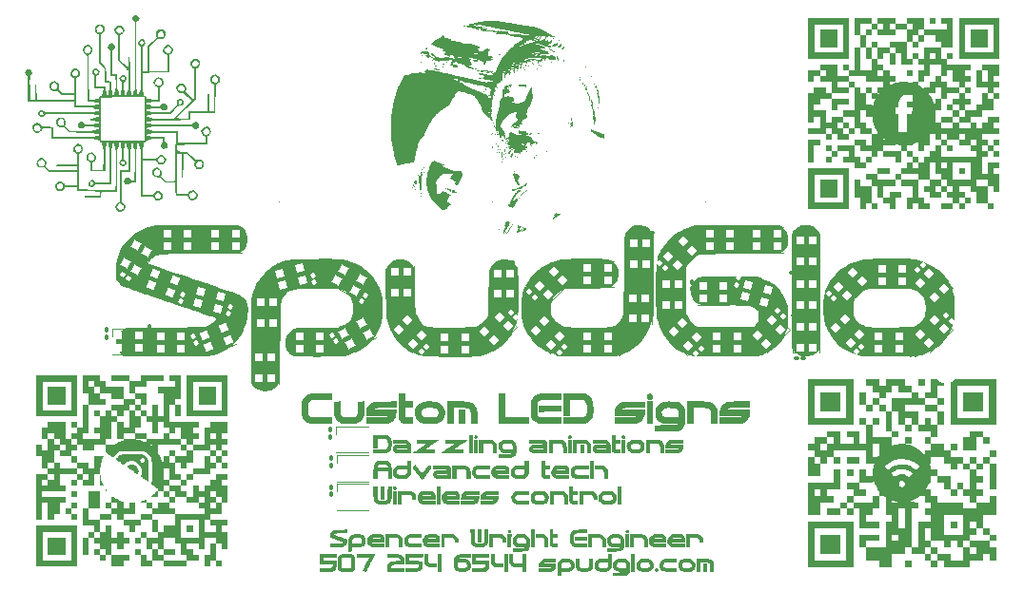
<source format=gto>
G04 #@! TF.GenerationSoftware,KiCad,Pcbnew,7.0.2-0*
G04 #@! TF.CreationDate,2023-10-08T21:39:02-05:00*
G04 #@! TF.ProjectId,spudglo_business_card,73707564-676c-46f5-9f62-7573696e6573,rev?*
G04 #@! TF.SameCoordinates,Original*
G04 #@! TF.FileFunction,Legend,Top*
G04 #@! TF.FilePolarity,Positive*
%FSLAX46Y46*%
G04 Gerber Fmt 4.6, Leading zero omitted, Abs format (unit mm)*
G04 Created by KiCad (PCBNEW 7.0.2-0) date 2023-10-08 21:39:02*
%MOMM*%
%LPD*%
G01*
G04 APERTURE LIST*
G04 Aperture macros list*
%AMRoundRect*
0 Rectangle with rounded corners*
0 $1 Rounding radius*
0 $2 $3 $4 $5 $6 $7 $8 $9 X,Y pos of 4 corners*
0 Add a 4 corners polygon primitive as box body*
4,1,4,$2,$3,$4,$5,$6,$7,$8,$9,$2,$3,0*
0 Add four circle primitives for the rounded corners*
1,1,$1+$1,$2,$3*
1,1,$1+$1,$4,$5*
1,1,$1+$1,$6,$7*
1,1,$1+$1,$8,$9*
0 Add four rect primitives between the rounded corners*
20,1,$1+$1,$2,$3,$4,$5,0*
20,1,$1+$1,$4,$5,$6,$7,0*
20,1,$1+$1,$6,$7,$8,$9,0*
20,1,$1+$1,$8,$9,$2,$3,0*%
%AMRotRect*
0 Rectangle, with rotation*
0 The origin of the aperture is its center*
0 $1 length*
0 $2 width*
0 $3 Rotation angle, in degrees counterclockwise*
0 Add horizontal line*
21,1,$1,$2,0,0,$3*%
G04 Aperture macros list end*
%ADD10C,0.120000*%
%ADD11RoundRect,0.100000X0.100000X-0.130000X0.100000X0.130000X-0.100000X0.130000X-0.100000X-0.130000X0*%
%ADD12RoundRect,0.100000X-0.162635X0.021213X0.021213X-0.162635X0.162635X-0.021213X-0.021213X0.162635X0*%
%ADD13RotRect,0.700000X0.700000X45.000000*%
%ADD14RotRect,0.700000X0.700000X195.000000*%
%ADD15R,0.700000X0.700000*%
%ADD16RotRect,0.700000X0.700000X345.000000*%
%ADD17RoundRect,0.100000X-0.100000X0.130000X-0.100000X-0.130000X0.100000X-0.130000X0.100000X0.130000X0*%
%ADD18RoundRect,0.100000X-0.021213X-0.162635X0.162635X0.021213X0.021213X0.162635X-0.162635X-0.021213X0*%
%ADD19RoundRect,0.100000X0.021213X0.162635X-0.162635X-0.021213X-0.021213X-0.162635X0.162635X0.021213X0*%
%ADD20RoundRect,0.100000X-0.130000X-0.100000X0.130000X-0.100000X0.130000X0.100000X-0.130000X0.100000X0*%
%ADD21RotRect,0.700000X0.700000X225.000000*%
%ADD22RoundRect,0.100000X0.130000X0.100000X-0.130000X0.100000X-0.130000X-0.100000X0.130000X-0.100000X0*%
%ADD23RoundRect,0.100000X0.151603X-0.062583X0.021603X0.162583X-0.151603X0.062583X-0.021603X-0.162583X0*%
%ADD24RoundRect,0.100000X0.162635X-0.021213X-0.021213X0.162635X-0.162635X0.021213X0.021213X-0.162635X0*%
%ADD25RoundRect,0.100000X-0.021603X0.162583X-0.151603X-0.062583X0.021603X-0.162583X0.151603X0.062583X0*%
%ADD26RotRect,0.700000X0.700000X30.000000*%
%ADD27RoundRect,0.100000X-0.162583X-0.021603X0.062583X-0.151603X0.162583X0.021603X-0.062583X0.151603X0*%
%ADD28RoundRect,0.100000X-0.049507X0.156362X-0.138432X-0.087958X0.049507X-0.156362X0.138432X0.087958X0*%
%ADD29RoundRect,0.100000X-0.130239X0.099688X-0.062946X-0.151452X0.130239X-0.099688X0.062946X0.151452X0*%
%ADD30RoundRect,0.100000X0.138432X-0.087958X0.049507X0.156362X-0.138432X0.087958X-0.049507X-0.156362X0*%
%ADD31RotRect,0.700000X0.700000X315.000000*%
%ADD32RotRect,0.700000X0.700000X135.000000*%
%ADD33RotRect,0.700000X0.700000X150.000000*%
%ADD34RoundRect,0.100000X0.062946X-0.151452X0.130239X0.099688X-0.062946X0.151452X-0.130239X-0.099688X0*%
%ADD35RotRect,0.700000X0.700000X165.000000*%
%ADD36RotRect,0.700000X0.700000X20.000000*%
%ADD37RotRect,0.700000X0.700000X60.000000*%
%ADD38RoundRect,0.100000X-0.062946X0.151452X-0.130239X-0.099688X0.062946X-0.151452X0.130239X0.099688X0*%
%ADD39RotRect,0.700000X0.700000X160.000000*%
%ADD40C,1.959000*%
%ADD41R,1.700000X1.700000*%
%ADD42O,1.700000X1.700000*%
G04 APERTURE END LIST*
D10*
X221030830Y-103235008D02*
X221490449Y-103694627D01*
X221030830Y-103235008D02*
X223039013Y-101226825D01*
X222657175Y-104861353D02*
X224665358Y-102853170D01*
X201385430Y-103217732D02*
X201217197Y-102589880D01*
X201385430Y-103217732D02*
X198642200Y-103952778D01*
X200790146Y-100996102D02*
X198046916Y-101731148D01*
X215725000Y-109580000D02*
X215725000Y-108930000D01*
X215725000Y-109580000D02*
X212885000Y-109580000D01*
X215725000Y-107280000D02*
X212885000Y-107280000D01*
X192455000Y-98080000D02*
X192455000Y-98730000D01*
X192455000Y-98080000D02*
X195295000Y-98080000D01*
X192455000Y-100380000D02*
X195295000Y-100380000D01*
X183825000Y-107150000D02*
X183825000Y-107800000D01*
X183825000Y-107150000D02*
X186665000Y-107150000D01*
X183825000Y-109450000D02*
X186665000Y-109450000D01*
X240029854Y-102506102D02*
X239861622Y-103133954D01*
X240029854Y-102506102D02*
X242773084Y-103241148D01*
X239434570Y-104727732D02*
X242177800Y-105462778D01*
X244390000Y-101615000D02*
X245040000Y-101615000D01*
X244390000Y-101615000D02*
X244390000Y-98775000D01*
X246690000Y-101615000D02*
X246690000Y-98775000D01*
X232514642Y-100606830D02*
X232974261Y-101066449D01*
X232514642Y-100606830D02*
X234522825Y-98598647D01*
X234140987Y-102233175D02*
X236149170Y-100224992D01*
X244063175Y-107240987D02*
X243603556Y-106781368D01*
X244063175Y-107240987D02*
X242054992Y-109249170D01*
X242436830Y-105614642D02*
X240428647Y-107622825D01*
G36*
X248580093Y-113634184D02*
G01*
X248580093Y-114500093D01*
X247714184Y-114500093D01*
X246848274Y-114500093D01*
X246848274Y-113634184D01*
X246848274Y-112768274D01*
X247714184Y-112768274D01*
X248580093Y-112768274D01*
X248580093Y-113634184D01*
G37*
G36*
X248580093Y-118829638D02*
G01*
X248580093Y-119118274D01*
X248291456Y-119118274D01*
X248002820Y-119118274D01*
X248002820Y-118829638D01*
X248002820Y-118541002D01*
X248291456Y-118541002D01*
X248580093Y-118541002D01*
X248580093Y-118829638D01*
G37*
G36*
X248580093Y-126334183D02*
G01*
X248580093Y-127200093D01*
X247714184Y-127200093D01*
X246848274Y-127200093D01*
X246848274Y-126334183D01*
X246848274Y-125468274D01*
X247714184Y-125468274D01*
X248580093Y-125468274D01*
X248580093Y-126334183D01*
G37*
G36*
X249734638Y-119984184D02*
G01*
X249734638Y-120272820D01*
X249446002Y-120272820D01*
X249157365Y-120272820D01*
X249157365Y-119984184D01*
X249157365Y-119695547D01*
X249446002Y-119695547D01*
X249734638Y-119695547D01*
X249734638Y-119984184D01*
G37*
G36*
X250311911Y-118829638D02*
G01*
X250311911Y-119118274D01*
X249734638Y-119118274D01*
X249157365Y-119118274D01*
X249157365Y-118829638D01*
X249157365Y-118541002D01*
X249734638Y-118541002D01*
X250311911Y-118541002D01*
X250311911Y-118829638D01*
G37*
G36*
X254930093Y-115943274D02*
G01*
X254930093Y-116231911D01*
X254641456Y-116231911D01*
X254352820Y-116231911D01*
X254352820Y-115943274D01*
X254352820Y-115654638D01*
X254641456Y-115654638D01*
X254930093Y-115654638D01*
X254930093Y-115943274D01*
G37*
G36*
X254930093Y-117097820D02*
G01*
X254930093Y-117386456D01*
X254641456Y-117386456D01*
X254352820Y-117386456D01*
X254352820Y-117097820D01*
X254352820Y-116809184D01*
X254641456Y-116809184D01*
X254930093Y-116809184D01*
X254930093Y-117097820D01*
G37*
G36*
X254930093Y-128066002D02*
G01*
X254930093Y-128354638D01*
X254641456Y-128354638D01*
X254352820Y-128354638D01*
X254352820Y-128066002D01*
X254352820Y-127777365D01*
X254641456Y-127777365D01*
X254930093Y-127777365D01*
X254930093Y-128066002D01*
G37*
G36*
X256084638Y-111902365D02*
G01*
X256084638Y-112191002D01*
X255796002Y-112191002D01*
X255507365Y-112191002D01*
X255507365Y-111902365D01*
X255507365Y-111613729D01*
X255796002Y-111613729D01*
X256084638Y-111613729D01*
X256084638Y-111902365D01*
G37*
G36*
X257239184Y-126911456D02*
G01*
X257239184Y-127200093D01*
X256950547Y-127200093D01*
X256661911Y-127200093D01*
X256661911Y-126911456D01*
X256661911Y-126622820D01*
X256950547Y-126622820D01*
X257239184Y-126622820D01*
X257239184Y-126911456D01*
G37*
G36*
X258971002Y-124602365D02*
G01*
X258971002Y-124891002D01*
X258682365Y-124891002D01*
X258393729Y-124891002D01*
X258393729Y-124602365D01*
X258393729Y-124313729D01*
X258682365Y-124313729D01*
X258971002Y-124313729D01*
X258971002Y-124602365D01*
G37*
G36*
X261280093Y-113634184D02*
G01*
X261280093Y-114500093D01*
X260414183Y-114500093D01*
X259548274Y-114500093D01*
X259548274Y-113634184D01*
X259548274Y-112768274D01*
X260414183Y-112768274D01*
X261280093Y-112768274D01*
X261280093Y-113634184D01*
G37*
G36*
X261857365Y-117097820D02*
G01*
X261857365Y-117386456D01*
X261568729Y-117386456D01*
X261280093Y-117386456D01*
X261280093Y-117097820D01*
X261280093Y-116809184D01*
X261568729Y-116809184D01*
X261857365Y-116809184D01*
X261857365Y-117097820D01*
G37*
G36*
X261857365Y-125179638D02*
G01*
X261857365Y-125468274D01*
X261568729Y-125468274D01*
X261280093Y-125468274D01*
X261280093Y-125179638D01*
X261280093Y-124891002D01*
X261568729Y-124891002D01*
X261857365Y-124891002D01*
X261857365Y-125179638D01*
G37*
G36*
X262434638Y-120272820D02*
G01*
X262434638Y-121427365D01*
X262146002Y-121427365D01*
X261857365Y-121427365D01*
X261857365Y-120272820D01*
X261857365Y-119118274D01*
X262146002Y-119118274D01*
X262434638Y-119118274D01*
X262434638Y-120272820D01*
G37*
G36*
X257816456Y-113634184D02*
G01*
X257816456Y-113922820D01*
X257527820Y-113922820D01*
X257239184Y-113922820D01*
X257239184Y-114211456D01*
X257239184Y-114500093D01*
X256661911Y-114500093D01*
X256084638Y-114500093D01*
X256084638Y-114211456D01*
X256084638Y-113922820D01*
X256661911Y-113922820D01*
X257239184Y-113922820D01*
X257239184Y-113634184D01*
X257239184Y-113345547D01*
X257527820Y-113345547D01*
X257816456Y-113345547D01*
X257816456Y-113634184D01*
G37*
G36*
X261280093Y-116520547D02*
G01*
X261280093Y-116809184D01*
X260991456Y-116809184D01*
X260702820Y-116809184D01*
X260702820Y-117386456D01*
X260702820Y-117963729D01*
X260125547Y-117963729D01*
X259548274Y-117963729D01*
X259548274Y-117386456D01*
X259548274Y-116809184D01*
X259836911Y-116809184D01*
X260125547Y-116809184D01*
X260125547Y-116520547D01*
X260125547Y-116231911D01*
X260702820Y-116231911D01*
X261280093Y-116231911D01*
X261280093Y-116520547D01*
G37*
G36*
X258393729Y-120850093D02*
G01*
X258393729Y-121427365D01*
X258682365Y-121427365D01*
X258971002Y-121427365D01*
X258971002Y-121138729D01*
X258971002Y-120850093D01*
X259259638Y-120850093D01*
X259548274Y-120850093D01*
X259548274Y-121138729D01*
X259548274Y-121427365D01*
X259259638Y-121427365D01*
X258971002Y-121427365D01*
X258971002Y-121716002D01*
X258971002Y-122004638D01*
X258682365Y-122004638D01*
X258393729Y-122004638D01*
X258393729Y-121716002D01*
X258393729Y-121427365D01*
X258105093Y-121427365D01*
X257816456Y-121427365D01*
X257816456Y-121138729D01*
X257816456Y-120850093D01*
X257527820Y-120850093D01*
X257239184Y-120850093D01*
X257239184Y-120561456D01*
X257239184Y-120272820D01*
X257816456Y-120272820D01*
X258393729Y-120272820D01*
X258393729Y-120850093D01*
G37*
G36*
X248580093Y-120561456D02*
G01*
X248580093Y-121427365D01*
X248002820Y-121427365D01*
X247425547Y-121427365D01*
X247425547Y-121716002D01*
X247425547Y-122004638D01*
X247714184Y-122004638D01*
X248002820Y-122004638D01*
X248002820Y-122293274D01*
X248002820Y-122581911D01*
X247425547Y-122581911D01*
X246848274Y-122581911D01*
X246848274Y-123159184D01*
X246848274Y-123736456D01*
X246271002Y-123736456D01*
X245693729Y-123736456D01*
X245693729Y-122293274D01*
X245693729Y-121427365D01*
X246271002Y-121427365D01*
X246271002Y-121716002D01*
X246271002Y-122004638D01*
X246559638Y-122004638D01*
X246848274Y-122004638D01*
X246848274Y-121716002D01*
X246848274Y-121427365D01*
X246559638Y-121427365D01*
X246271002Y-121427365D01*
X245693729Y-121427365D01*
X245693729Y-120850093D01*
X246848274Y-120850093D01*
X248002820Y-120850093D01*
X248002820Y-120272820D01*
X248002820Y-119695547D01*
X248291456Y-119695547D01*
X248580093Y-119695547D01*
X248580093Y-120561456D01*
G37*
G36*
X257816456Y-115077365D02*
G01*
X257816456Y-115654638D01*
X257527820Y-115654638D01*
X257239184Y-115654638D01*
X257239184Y-116231911D01*
X257239184Y-116809184D01*
X256950547Y-116809184D01*
X256661911Y-116809184D01*
X256661911Y-117097820D01*
X256661911Y-117386456D01*
X256373274Y-117386456D01*
X256084638Y-117386456D01*
X256084638Y-117097820D01*
X256084638Y-116809184D01*
X256373274Y-116809184D01*
X256661911Y-116809184D01*
X256661911Y-116520547D01*
X256661911Y-116231911D01*
X256084638Y-116231911D01*
X255507365Y-116231911D01*
X255507365Y-115943274D01*
X255507365Y-115654638D01*
X255796002Y-115654638D01*
X256084638Y-115654638D01*
X256084638Y-115366002D01*
X256084638Y-115077365D01*
X256373274Y-115077365D01*
X256661911Y-115077365D01*
X256661911Y-115366002D01*
X256661911Y-115654638D01*
X256950547Y-115654638D01*
X257239184Y-115654638D01*
X257239184Y-115077365D01*
X257239184Y-114500093D01*
X257527820Y-114500093D01*
X257816456Y-114500093D01*
X257816456Y-115077365D01*
G37*
G36*
X249734638Y-113634184D02*
G01*
X249734638Y-115654638D01*
X247714184Y-115654638D01*
X245693729Y-115654638D01*
X245693729Y-114333248D01*
X246297600Y-114333248D01*
X246297640Y-114454335D01*
X246297727Y-114566586D01*
X246297858Y-114669128D01*
X246298034Y-114761089D01*
X246298253Y-114841595D01*
X246298514Y-114909773D01*
X246298816Y-114964752D01*
X246299157Y-115005658D01*
X246299536Y-115031618D01*
X246299954Y-115041760D01*
X246299974Y-115041833D01*
X246303471Y-115043213D01*
X246313288Y-115044464D01*
X246330062Y-115045590D01*
X246354431Y-115046593D01*
X246387032Y-115047480D01*
X246428503Y-115048252D01*
X246479482Y-115048913D01*
X246540606Y-115049468D01*
X246612514Y-115049921D01*
X246695841Y-115050274D01*
X246791227Y-115050532D01*
X246899308Y-115050699D01*
X247020723Y-115050778D01*
X247156109Y-115050773D01*
X247306103Y-115050688D01*
X247471343Y-115050526D01*
X247652467Y-115050292D01*
X247716022Y-115050199D01*
X249128083Y-115048083D01*
X249128083Y-113634184D01*
X249128083Y-112220284D01*
X247714184Y-112220284D01*
X246300284Y-112220284D01*
X246298136Y-113625817D01*
X246297927Y-113777994D01*
X246297770Y-113925698D01*
X246297664Y-114068057D01*
X246297608Y-114204198D01*
X246297600Y-114333248D01*
X245693729Y-114333248D01*
X245693729Y-113634184D01*
X245693729Y-111613729D01*
X247714184Y-111613729D01*
X249734638Y-111613729D01*
X249734638Y-113634184D01*
G37*
G36*
X249734638Y-126334183D02*
G01*
X249734638Y-128354638D01*
X247714184Y-128354638D01*
X245693729Y-128354638D01*
X245693729Y-127033248D01*
X246297600Y-127033248D01*
X246297640Y-127154335D01*
X246297727Y-127266586D01*
X246297858Y-127369128D01*
X246298034Y-127461089D01*
X246298253Y-127541595D01*
X246298514Y-127609773D01*
X246298816Y-127664752D01*
X246299157Y-127705658D01*
X246299536Y-127731618D01*
X246299954Y-127741760D01*
X246299974Y-127741833D01*
X246303471Y-127743213D01*
X246313288Y-127744464D01*
X246330062Y-127745590D01*
X246354431Y-127746593D01*
X246387032Y-127747480D01*
X246428503Y-127748252D01*
X246479482Y-127748913D01*
X246540606Y-127749468D01*
X246612514Y-127749921D01*
X246695841Y-127750274D01*
X246791227Y-127750532D01*
X246899308Y-127750699D01*
X247020723Y-127750778D01*
X247156109Y-127750773D01*
X247306103Y-127750688D01*
X247471343Y-127750526D01*
X247652467Y-127750292D01*
X247716022Y-127750199D01*
X249128083Y-127748083D01*
X249128083Y-126334183D01*
X249128083Y-124920284D01*
X247714184Y-124920284D01*
X246300284Y-124920284D01*
X246298136Y-126325817D01*
X246297927Y-126477994D01*
X246297770Y-126625698D01*
X246297664Y-126768057D01*
X246297608Y-126904198D01*
X246297600Y-127033248D01*
X245693729Y-127033248D01*
X245693729Y-126334183D01*
X245693729Y-124313729D01*
X247714184Y-124313729D01*
X249734638Y-124313729D01*
X249734638Y-126334183D01*
G37*
G36*
X262434638Y-113634184D02*
G01*
X262434638Y-115654638D01*
X260414183Y-115654638D01*
X258393729Y-115654638D01*
X258393729Y-114333248D01*
X258997600Y-114333248D01*
X258997640Y-114454335D01*
X258997727Y-114566586D01*
X258997858Y-114669128D01*
X258998034Y-114761089D01*
X258998253Y-114841595D01*
X258998514Y-114909773D01*
X258998816Y-114964752D01*
X258999157Y-115005658D01*
X258999536Y-115031618D01*
X258999954Y-115041760D01*
X258999974Y-115041833D01*
X259003471Y-115043213D01*
X259013288Y-115044464D01*
X259030062Y-115045590D01*
X259054431Y-115046593D01*
X259087032Y-115047480D01*
X259128503Y-115048252D01*
X259179482Y-115048913D01*
X259240606Y-115049468D01*
X259312514Y-115049921D01*
X259395841Y-115050274D01*
X259491227Y-115050532D01*
X259599308Y-115050699D01*
X259720723Y-115050778D01*
X259856109Y-115050773D01*
X260006103Y-115050688D01*
X260171343Y-115050526D01*
X260352467Y-115050292D01*
X260416022Y-115050199D01*
X261828083Y-115048083D01*
X261828083Y-113634184D01*
X261828083Y-112220284D01*
X260414183Y-112220284D01*
X259000284Y-112220284D01*
X258998136Y-113625817D01*
X258997927Y-113777994D01*
X258997770Y-113925698D01*
X258997664Y-114068057D01*
X258997608Y-114204198D01*
X258997600Y-114333248D01*
X258393729Y-114333248D01*
X258393729Y-113634184D01*
X258393729Y-111613729D01*
X260414183Y-111613729D01*
X262434638Y-111613729D01*
X262434638Y-113634184D01*
G37*
G36*
X252043729Y-111902365D02*
G01*
X252043729Y-112191002D01*
X252332365Y-112191002D01*
X252621002Y-112191002D01*
X252621002Y-111902365D01*
X252621002Y-111613729D01*
X253486911Y-111613729D01*
X254352820Y-111613729D01*
X254352820Y-111902365D01*
X254352820Y-112191002D01*
X254641456Y-112191002D01*
X254930093Y-112191002D01*
X254930093Y-112479638D01*
X254930093Y-112768274D01*
X254352820Y-112768274D01*
X253775547Y-112768274D01*
X253775547Y-112479638D01*
X253775547Y-112191002D01*
X253486911Y-112191002D01*
X253198274Y-112191002D01*
X253198274Y-112479638D01*
X253198274Y-112768274D01*
X252909638Y-112768274D01*
X252621002Y-112768274D01*
X252621002Y-113056911D01*
X252621002Y-113345547D01*
X252332365Y-113345547D01*
X252043729Y-113345547D01*
X252043729Y-113634184D01*
X252043729Y-113922820D01*
X251755093Y-113922820D01*
X251466456Y-113922820D01*
X251466456Y-114211456D01*
X251466456Y-114500093D01*
X251177820Y-114500093D01*
X250889184Y-114500093D01*
X250889184Y-114211456D01*
X250889184Y-113922820D01*
X250600547Y-113922820D01*
X250311911Y-113922820D01*
X250311911Y-113345547D01*
X250311911Y-112768274D01*
X250600547Y-112768274D01*
X250889184Y-112768274D01*
X250889184Y-113345547D01*
X250889184Y-113922820D01*
X251177820Y-113922820D01*
X251466456Y-113922820D01*
X251466456Y-113634184D01*
X251466456Y-113345547D01*
X251755093Y-113345547D01*
X252043729Y-113345547D01*
X252043729Y-113056911D01*
X252043729Y-112768274D01*
X251755093Y-112768274D01*
X251466456Y-112768274D01*
X251466456Y-112479638D01*
X251466456Y-112191002D01*
X251177820Y-112191002D01*
X250889184Y-112191002D01*
X250889184Y-111902365D01*
X250889184Y-111613729D01*
X251466456Y-111613729D01*
X252043729Y-111613729D01*
X252043729Y-111902365D01*
G37*
G36*
X257816456Y-111902365D02*
G01*
X257816456Y-112191002D01*
X257527820Y-112191002D01*
X257239184Y-112191002D01*
X257239184Y-112768274D01*
X257239184Y-113345547D01*
X256661911Y-113345547D01*
X256084638Y-113345547D01*
X256084638Y-113634184D01*
X256084638Y-113922820D01*
X255218729Y-113922820D01*
X254352820Y-113922820D01*
X254352820Y-114211456D01*
X254352820Y-114500093D01*
X254930093Y-114500093D01*
X255507365Y-114500093D01*
X255507365Y-115077365D01*
X255507365Y-115654638D01*
X255218729Y-115654638D01*
X254930093Y-115654638D01*
X254930093Y-115366002D01*
X254930093Y-115077365D01*
X254641456Y-115077365D01*
X254352820Y-115077365D01*
X254352820Y-115366002D01*
X254352820Y-115654638D01*
X254064184Y-115654638D01*
X253775547Y-115654638D01*
X253775547Y-115077365D01*
X253775547Y-114500093D01*
X253486911Y-114500093D01*
X253198274Y-114500093D01*
X253198274Y-115366002D01*
X253198274Y-116231911D01*
X252909638Y-116231911D01*
X252621002Y-116231911D01*
X252621002Y-115366002D01*
X252621002Y-114500093D01*
X252332365Y-114500093D01*
X252043729Y-114500093D01*
X252043729Y-114211456D01*
X252043729Y-113922820D01*
X252332365Y-113922820D01*
X252621002Y-113922820D01*
X252621002Y-114211456D01*
X252621002Y-114500093D01*
X252909638Y-114500093D01*
X253198274Y-114500093D01*
X253198274Y-113922820D01*
X253198274Y-113345547D01*
X254064184Y-113345547D01*
X254930093Y-113345547D01*
X254930093Y-113056911D01*
X254930093Y-112768274D01*
X255218729Y-112768274D01*
X255507365Y-112768274D01*
X255507365Y-113056911D01*
X255507365Y-113345547D01*
X255796002Y-113345547D01*
X256084638Y-113345547D01*
X256084638Y-113056911D01*
X256084638Y-112768274D01*
X256373274Y-112768274D01*
X256661911Y-112768274D01*
X256661911Y-112191002D01*
X256661911Y-111613729D01*
X257239184Y-111613729D01*
X257816456Y-111613729D01*
X257816456Y-111902365D01*
G37*
G36*
X262434638Y-125756911D02*
G01*
X262434638Y-126045547D01*
X262146002Y-126045547D01*
X261857365Y-126045547D01*
X261857365Y-126334183D01*
X261857365Y-126622820D01*
X262146002Y-126622820D01*
X262434638Y-126622820D01*
X262434638Y-127200093D01*
X262434638Y-127777365D01*
X262146002Y-127777365D01*
X261857365Y-127777365D01*
X261857365Y-127488729D01*
X261857365Y-127200093D01*
X261568729Y-127200093D01*
X261280093Y-127200093D01*
X261280093Y-127488729D01*
X261280093Y-127777365D01*
X260702820Y-127777365D01*
X260125547Y-127777365D01*
X260125547Y-128066002D01*
X260125547Y-128354638D01*
X258971002Y-128354638D01*
X257816456Y-128354638D01*
X257816456Y-128066002D01*
X257816456Y-127777365D01*
X257527820Y-127777365D01*
X257239184Y-127777365D01*
X257239184Y-128066002D01*
X257239184Y-128354638D01*
X256950547Y-128354638D01*
X256661911Y-128354638D01*
X256661911Y-128066002D01*
X256661911Y-127777365D01*
X256373274Y-127777365D01*
X256084638Y-127777365D01*
X256084638Y-127488729D01*
X256084638Y-127200093D01*
X256373274Y-127200093D01*
X256661911Y-127200093D01*
X256661911Y-127488729D01*
X256661911Y-127777365D01*
X256950547Y-127777365D01*
X257239184Y-127777365D01*
X257239184Y-127488729D01*
X257239184Y-127200093D01*
X257816456Y-127200093D01*
X258393729Y-127200093D01*
X258393729Y-127488729D01*
X258393729Y-127777365D01*
X258971002Y-127777365D01*
X259548274Y-127777365D01*
X259548274Y-127200093D01*
X259548274Y-126622820D01*
X259836911Y-126622820D01*
X260125547Y-126622820D01*
X260125547Y-126911456D01*
X260125547Y-127200093D01*
X260414183Y-127200093D01*
X260702820Y-127200093D01*
X260702820Y-126911456D01*
X260702820Y-126622820D01*
X260414183Y-126622820D01*
X260125547Y-126622820D01*
X260125547Y-126334183D01*
X260125547Y-126045547D01*
X260991456Y-126045547D01*
X261857365Y-126045547D01*
X261857365Y-125756911D01*
X261857365Y-125468274D01*
X262146002Y-125468274D01*
X262434638Y-125468274D01*
X262434638Y-125756911D01*
G37*
G36*
X250889184Y-115366002D02*
G01*
X250889184Y-115654638D01*
X251177820Y-115654638D01*
X251466456Y-115654638D01*
X251466456Y-115366002D01*
X251466456Y-115077365D01*
X251755093Y-115077365D01*
X252043729Y-115077365D01*
X252043729Y-115366002D01*
X252043729Y-115654638D01*
X251755093Y-115654638D01*
X251466456Y-115654638D01*
X251466456Y-116231911D01*
X251466456Y-116809184D01*
X252332365Y-116809184D01*
X253198274Y-116809184D01*
X253198274Y-116520547D01*
X253198274Y-116231911D01*
X253486911Y-116231911D01*
X253775547Y-116231911D01*
X253775547Y-116520547D01*
X253775547Y-116809184D01*
X253486911Y-116809184D01*
X253198274Y-116809184D01*
X253198274Y-117172208D01*
X253198274Y-117535232D01*
X253263113Y-117514964D01*
X253318988Y-117498441D01*
X253381060Y-117481685D01*
X253446391Y-117465339D01*
X253512046Y-117450048D01*
X253575085Y-117436457D01*
X253632573Y-117425209D01*
X253681571Y-117416949D01*
X253719143Y-117412321D01*
X253734581Y-117411555D01*
X253756474Y-117407152D01*
X253770169Y-117399006D01*
X253775717Y-117395544D01*
X253785815Y-117392765D01*
X253802117Y-117390598D01*
X253826281Y-117388972D01*
X253859962Y-117387817D01*
X253904816Y-117387062D01*
X253962500Y-117386635D01*
X254034669Y-117386467D01*
X254064184Y-117386456D01*
X254141912Y-117386549D01*
X254204565Y-117386876D01*
X254253798Y-117387506D01*
X254291268Y-117388511D01*
X254318631Y-117389961D01*
X254337544Y-117391927D01*
X254349661Y-117394480D01*
X254356640Y-117397690D01*
X254358198Y-117399006D01*
X254375653Y-117408384D01*
X254394692Y-117411555D01*
X254411559Y-117413028D01*
X254441061Y-117417065D01*
X254479398Y-117423093D01*
X254522769Y-117430539D01*
X254534229Y-117432605D01*
X254730959Y-117476778D01*
X254925083Y-117536879D01*
X255114705Y-117612118D01*
X255297924Y-117701705D01*
X255472844Y-117804850D01*
X255545014Y-117853159D01*
X255632411Y-117917435D01*
X255722661Y-117990258D01*
X255812040Y-118068276D01*
X255896820Y-118148141D01*
X255973277Y-118226502D01*
X256024951Y-118284679D01*
X256080455Y-118350457D01*
X256082701Y-118157093D01*
X256084946Y-117963729D01*
X256373429Y-117963729D01*
X256661911Y-117963729D01*
X256661911Y-117675093D01*
X256661911Y-117386456D01*
X257239184Y-117386456D01*
X257816456Y-117386456D01*
X257816456Y-117675093D01*
X257816456Y-117963729D01*
X258105093Y-117963729D01*
X258393729Y-117963729D01*
X258393729Y-117675093D01*
X258393729Y-117386456D01*
X258682365Y-117386456D01*
X258971002Y-117386456D01*
X258971002Y-117675093D01*
X258971002Y-117963729D01*
X258682365Y-117963729D01*
X258393729Y-117963729D01*
X258393729Y-118252365D01*
X258393729Y-118541002D01*
X258971002Y-118541002D01*
X259548274Y-118541002D01*
X259548274Y-118829638D01*
X259548274Y-119118274D01*
X259836911Y-119118274D01*
X260125547Y-119118274D01*
X260125547Y-118829638D01*
X260125547Y-118541002D01*
X260414183Y-118541002D01*
X260702820Y-118541002D01*
X260702820Y-118829638D01*
X260702820Y-119118274D01*
X260991456Y-119118274D01*
X261280093Y-119118274D01*
X261280093Y-118829638D01*
X261280093Y-118541002D01*
X261568729Y-118541002D01*
X261857365Y-118541002D01*
X261857365Y-118252365D01*
X261857365Y-117963729D01*
X262146002Y-117963729D01*
X262434638Y-117963729D01*
X262434638Y-118252365D01*
X262434638Y-118541002D01*
X262146002Y-118541002D01*
X261857365Y-118541002D01*
X261857365Y-118829638D01*
X261857365Y-119118274D01*
X261568729Y-119118274D01*
X261280093Y-119118274D01*
X261280093Y-119406911D01*
X261280093Y-119695547D01*
X260991456Y-119695547D01*
X260702820Y-119695547D01*
X260702820Y-119984184D01*
X260702820Y-120272820D01*
X260991456Y-120272820D01*
X261280093Y-120272820D01*
X261280093Y-120561456D01*
X261280093Y-120850093D01*
X260991456Y-120850093D01*
X260702820Y-120850093D01*
X260702820Y-121138729D01*
X260702820Y-121427365D01*
X260991456Y-121427365D01*
X261280093Y-121427365D01*
X261280093Y-121716002D01*
X261280093Y-122004638D01*
X260991456Y-122004638D01*
X260702820Y-122004638D01*
X260702820Y-122293274D01*
X260702820Y-122581911D01*
X261280093Y-122581911D01*
X261857365Y-122581911D01*
X261857365Y-122293274D01*
X261857365Y-122004638D01*
X262146002Y-122004638D01*
X262434638Y-122004638D01*
X262434638Y-122870547D01*
X262434638Y-123736456D01*
X261857365Y-123736456D01*
X261280093Y-123736456D01*
X261280093Y-124313729D01*
X261280093Y-124891002D01*
X260991456Y-124891002D01*
X260702820Y-124891002D01*
X260702820Y-125179638D01*
X260702820Y-125468274D01*
X260414183Y-125468274D01*
X260125547Y-125468274D01*
X260125547Y-125756911D01*
X260125547Y-126045547D01*
X259836911Y-126045547D01*
X259548274Y-126045547D01*
X259548274Y-126334183D01*
X259548274Y-126622820D01*
X259259638Y-126622820D01*
X258971002Y-126622820D01*
X258971002Y-126334183D01*
X258971002Y-126045547D01*
X258682365Y-126045547D01*
X258393729Y-126045547D01*
X258393729Y-126334183D01*
X258393729Y-126622820D01*
X258105093Y-126622820D01*
X257816456Y-126622820D01*
X257816456Y-126334183D01*
X257816456Y-126045547D01*
X257239184Y-126045547D01*
X256661911Y-126045547D01*
X256661911Y-126334183D01*
X256661911Y-126622820D01*
X256373274Y-126622820D01*
X256084638Y-126622820D01*
X256084638Y-126911456D01*
X256084638Y-127200093D01*
X255507365Y-127200093D01*
X254930093Y-127200093D01*
X254930093Y-126911456D01*
X254930093Y-126622820D01*
X254641456Y-126622820D01*
X254352820Y-126622820D01*
X254352820Y-126911456D01*
X254352820Y-127200093D01*
X253775547Y-127200093D01*
X253198274Y-127200093D01*
X253198274Y-127777365D01*
X253198274Y-128354638D01*
X252621002Y-128354638D01*
X252043729Y-128354638D01*
X252043729Y-128066002D01*
X252043729Y-127777365D01*
X251466456Y-127777365D01*
X250889184Y-127777365D01*
X250889184Y-127200093D01*
X250889184Y-126622820D01*
X250600547Y-126622820D01*
X250311911Y-126622820D01*
X250311911Y-126045547D01*
X250311911Y-125468274D01*
X251177820Y-125468274D01*
X252043729Y-125468274D01*
X252043729Y-125756911D01*
X252043729Y-126045547D01*
X251466456Y-126045547D01*
X250889184Y-126045547D01*
X250889184Y-126334183D01*
X250889184Y-126622820D01*
X251755093Y-126622820D01*
X252621002Y-126622820D01*
X252621002Y-125468274D01*
X253198274Y-125468274D01*
X253198274Y-125756911D01*
X253198274Y-126045547D01*
X253486911Y-126045547D01*
X253775547Y-126045547D01*
X253775547Y-125756911D01*
X253775547Y-125468274D01*
X253486911Y-125468274D01*
X253198274Y-125468274D01*
X252621002Y-125468274D01*
X252621002Y-124313729D01*
X252909638Y-124313729D01*
X253198274Y-124313729D01*
X253198274Y-124025093D01*
X253198274Y-123736456D01*
X252909638Y-123736456D01*
X252621002Y-123736456D01*
X252621002Y-123159184D01*
X253775547Y-123159184D01*
X253775547Y-124025093D01*
X253775547Y-124891002D01*
X254064184Y-124891002D01*
X254352820Y-124891002D01*
X254352820Y-124025093D01*
X254352820Y-123159184D01*
X254064184Y-123159184D01*
X253775547Y-123159184D01*
X252621002Y-123159184D01*
X252621002Y-122937772D01*
X252620989Y-122804070D01*
X252620937Y-122686107D01*
X252620829Y-122582890D01*
X252620827Y-122581911D01*
X253198274Y-122581911D01*
X253593581Y-122580700D01*
X253685436Y-122580339D01*
X253761060Y-122579859D01*
X253820951Y-122579247D01*
X253865610Y-122578490D01*
X253895536Y-122577574D01*
X253911230Y-122576485D01*
X253911492Y-122576315D01*
X254185494Y-122576315D01*
X254186499Y-122576715D01*
X254203105Y-122577133D01*
X254234184Y-122577560D01*
X254278606Y-122577989D01*
X254335240Y-122578414D01*
X254402956Y-122578826D01*
X254480625Y-122579220D01*
X254567116Y-122579587D01*
X254661299Y-122579921D01*
X254762045Y-122580214D01*
X254823423Y-122580363D01*
X255507365Y-122581911D01*
X255507365Y-122870547D01*
X255507365Y-123159184D01*
X255218729Y-123159184D01*
X254930093Y-123159184D01*
X254930093Y-124891002D01*
X254930093Y-126622820D01*
X255218729Y-126622820D01*
X255507365Y-126622820D01*
X255507365Y-125468274D01*
X255507365Y-124891002D01*
X256084638Y-124891002D01*
X256084638Y-125468274D01*
X256084638Y-126045547D01*
X256373274Y-126045547D01*
X256661911Y-126045547D01*
X256661911Y-125468274D01*
X256661911Y-124891002D01*
X256373274Y-124891002D01*
X256084638Y-124891002D01*
X255507365Y-124891002D01*
X255507365Y-124313729D01*
X256084638Y-124313729D01*
X256661911Y-124313729D01*
X256661911Y-124025093D01*
X256661911Y-123736456D01*
X257816456Y-123736456D01*
X257816456Y-124602365D01*
X257816456Y-125468274D01*
X258682365Y-125468274D01*
X259548274Y-125468274D01*
X259548274Y-124602365D01*
X259548274Y-124313729D01*
X260125547Y-124313729D01*
X260125547Y-124602365D01*
X260125547Y-124891002D01*
X260414183Y-124891002D01*
X260702820Y-124891002D01*
X260702820Y-124602365D01*
X260702820Y-124313729D01*
X260414183Y-124313729D01*
X260125547Y-124313729D01*
X259548274Y-124313729D01*
X259548274Y-123736456D01*
X258682365Y-123736456D01*
X257816456Y-123736456D01*
X256661911Y-123736456D01*
X256373274Y-123736456D01*
X256084638Y-123736456D01*
X256084638Y-123447820D01*
X256084638Y-123159184D01*
X256373274Y-123159184D01*
X256661911Y-123159184D01*
X256661911Y-122870547D01*
X256661911Y-122581911D01*
X256373274Y-122581911D01*
X256084638Y-122581911D01*
X256084638Y-122293274D01*
X256084638Y-122004638D01*
X255889744Y-122004638D01*
X255694849Y-122004638D01*
X255613039Y-122065937D01*
X255445406Y-122181149D01*
X255268904Y-122282460D01*
X255084446Y-122369543D01*
X254892946Y-122442071D01*
X254695320Y-122499718D01*
X254492480Y-122542157D01*
X254285340Y-122569061D01*
X254185494Y-122576315D01*
X253911492Y-122576315D01*
X253913192Y-122575211D01*
X253901921Y-122573737D01*
X253888891Y-122572743D01*
X253694631Y-122551985D01*
X253500097Y-122516286D01*
X253323768Y-122470596D01*
X253284826Y-122458852D01*
X253250815Y-122448319D01*
X253225500Y-122440182D01*
X253212915Y-122435739D01*
X253206003Y-122434231D01*
X253201680Y-122438741D01*
X253199350Y-122452119D01*
X253198417Y-122477219D01*
X253198274Y-122505719D01*
X253198274Y-122581911D01*
X252620827Y-122581911D01*
X252620647Y-122493426D01*
X252620373Y-122416723D01*
X252619988Y-122351785D01*
X252619474Y-122297622D01*
X252618814Y-122253238D01*
X252617990Y-122217642D01*
X252616983Y-122189839D01*
X252615775Y-122168838D01*
X252614349Y-122153643D01*
X252612687Y-122143263D01*
X252610769Y-122136705D01*
X252608579Y-122132974D01*
X252606361Y-122131214D01*
X252594080Y-122123230D01*
X252571744Y-122107468D01*
X252542618Y-122086272D01*
X252512638Y-122063989D01*
X252433556Y-122004638D01*
X252238642Y-122004638D01*
X252043729Y-122004638D01*
X252043729Y-122581911D01*
X252043729Y-123159184D01*
X251755093Y-123159184D01*
X251466456Y-123159184D01*
X251466456Y-123447820D01*
X251466456Y-123736456D01*
X251177820Y-123736456D01*
X250889184Y-123736456D01*
X250889184Y-124025093D01*
X250889184Y-124313729D01*
X251466456Y-124313729D01*
X252043729Y-124313729D01*
X252043729Y-124602365D01*
X252043729Y-124891002D01*
X251177820Y-124891002D01*
X250311911Y-124891002D01*
X250311911Y-124025093D01*
X250311911Y-123159184D01*
X250023274Y-123159184D01*
X249734638Y-123159184D01*
X249734638Y-123447820D01*
X249734638Y-123736456D01*
X249446002Y-123736456D01*
X249157365Y-123736456D01*
X249157365Y-123447820D01*
X249157365Y-123159184D01*
X248868729Y-123159184D01*
X248580093Y-123159184D01*
X248580093Y-123447820D01*
X248580093Y-123736456D01*
X248002820Y-123736456D01*
X247425547Y-123736456D01*
X247425547Y-123447820D01*
X247425547Y-123159184D01*
X248002820Y-123159184D01*
X248580093Y-123159184D01*
X248580093Y-122870547D01*
X248580093Y-122581911D01*
X248868729Y-122581911D01*
X249157365Y-122581911D01*
X249157365Y-122870547D01*
X249157365Y-123159184D01*
X249446002Y-123159184D01*
X249734638Y-123159184D01*
X249734638Y-122870547D01*
X249734638Y-122581911D01*
X249446002Y-122581911D01*
X249157365Y-122581911D01*
X249157365Y-122293274D01*
X249157365Y-122004638D01*
X249446002Y-122004638D01*
X249734638Y-122004638D01*
X249734638Y-121716002D01*
X249734638Y-121427365D01*
X249446002Y-121427365D01*
X249157365Y-121427365D01*
X249157365Y-121138729D01*
X249157365Y-120850093D01*
X249734638Y-120850093D01*
X250311911Y-120850093D01*
X250311911Y-120272820D01*
X250311911Y-119695547D01*
X250600547Y-119695547D01*
X250889184Y-119695547D01*
X250889184Y-119984184D01*
X250889184Y-120272820D01*
X251177820Y-120272820D01*
X251466456Y-120272820D01*
X251466456Y-120561456D01*
X251466456Y-120850093D01*
X250889184Y-120850093D01*
X250311911Y-120850093D01*
X250311911Y-121138729D01*
X250311911Y-121427365D01*
X250600547Y-121427365D01*
X250889184Y-121427365D01*
X250889184Y-121716002D01*
X250889184Y-122004638D01*
X250311911Y-122004638D01*
X249734638Y-122004638D01*
X249734638Y-122293274D01*
X249734638Y-122581911D01*
X250600547Y-122581911D01*
X251466456Y-122581911D01*
X251466456Y-122293274D01*
X251466456Y-122004638D01*
X251755093Y-122004638D01*
X252043729Y-122004638D01*
X252043729Y-121809744D01*
X252043729Y-121614849D01*
X251982430Y-121533039D01*
X251907731Y-121424691D01*
X256226865Y-121424691D01*
X256234865Y-121425408D01*
X256257401Y-121426053D01*
X256292276Y-121426598D01*
X256337294Y-121427016D01*
X256390257Y-121427281D01*
X256444388Y-121427365D01*
X256661911Y-121427365D01*
X256661911Y-121716002D01*
X256661911Y-122004638D01*
X256950547Y-122004638D01*
X257239184Y-122004638D01*
X257239184Y-122293274D01*
X257239184Y-122581911D01*
X258393729Y-122581911D01*
X259548274Y-122581911D01*
X259548274Y-122870547D01*
X259548274Y-123159184D01*
X260125547Y-123159184D01*
X260702820Y-123159184D01*
X260702820Y-122870547D01*
X260702820Y-122581911D01*
X260414183Y-122581911D01*
X260125547Y-122581911D01*
X260125547Y-122293274D01*
X260125547Y-122004638D01*
X259836911Y-122004638D01*
X259548274Y-122004638D01*
X259548274Y-121716002D01*
X259548274Y-121427365D01*
X259836911Y-121427365D01*
X260125547Y-121427365D01*
X260125547Y-120561456D01*
X260125547Y-119695547D01*
X260414183Y-119695547D01*
X260702820Y-119695547D01*
X260702820Y-119406911D01*
X260702820Y-119118274D01*
X260414183Y-119118274D01*
X260125547Y-119118274D01*
X260125547Y-119406911D01*
X260125547Y-119695547D01*
X259836911Y-119695547D01*
X259548274Y-119695547D01*
X259548274Y-119406911D01*
X259548274Y-119118274D01*
X259259638Y-119118274D01*
X258971002Y-119118274D01*
X258971002Y-119406911D01*
X258971002Y-119695547D01*
X258682365Y-119695547D01*
X258393729Y-119695547D01*
X258393729Y-119406911D01*
X258393729Y-119118274D01*
X258105093Y-119118274D01*
X257816456Y-119118274D01*
X257816456Y-118829638D01*
X257816456Y-118541002D01*
X257239184Y-118541002D01*
X256661911Y-118541002D01*
X256661911Y-118829638D01*
X256661911Y-119118274D01*
X256587660Y-119118274D01*
X256513408Y-119118274D01*
X256546013Y-119224944D01*
X256586309Y-119374960D01*
X256618743Y-119533892D01*
X256642151Y-119695324D01*
X256653147Y-119815124D01*
X256659450Y-119908887D01*
X256660680Y-119802217D01*
X256661911Y-119695547D01*
X256950547Y-119695547D01*
X257239184Y-119695547D01*
X257239184Y-119984184D01*
X257239184Y-120272820D01*
X256950547Y-120272820D01*
X256661911Y-120272820D01*
X256660709Y-120166150D01*
X256659507Y-120059480D01*
X256652449Y-120164058D01*
X256649797Y-120213352D01*
X256649438Y-120248076D01*
X256651362Y-120267462D01*
X256653651Y-120271425D01*
X256656025Y-120280521D01*
X256658030Y-120305566D01*
X256659642Y-120345780D01*
X256660841Y-120400382D01*
X256661603Y-120468592D01*
X256661906Y-120549631D01*
X256661911Y-120561839D01*
X256661911Y-120849465D01*
X256586367Y-120851870D01*
X256510824Y-120854276D01*
X256470420Y-120954671D01*
X256404846Y-121102961D01*
X256327865Y-121251473D01*
X256282015Y-121330570D01*
X256261278Y-121365153D01*
X256244101Y-121394173D01*
X256232115Y-121414850D01*
X256226950Y-121424399D01*
X256226865Y-121424691D01*
X251907731Y-121424691D01*
X251879457Y-121383680D01*
X251785146Y-121222873D01*
X251701342Y-121054369D01*
X251664204Y-120964730D01*
X253792658Y-120964730D01*
X253798546Y-121019592D01*
X253804917Y-121043118D01*
X253830773Y-121095556D01*
X253869425Y-121143876D01*
X253917092Y-121184620D01*
X253969993Y-121214330D01*
X254004870Y-121225963D01*
X254055374Y-121231759D01*
X254111632Y-121228020D01*
X254166248Y-121215554D01*
X254192588Y-121205417D01*
X254242993Y-121174383D01*
X254287830Y-121131703D01*
X254322750Y-121082000D01*
X254336491Y-121052458D01*
X254348625Y-121003750D01*
X254352180Y-120949233D01*
X254347382Y-120895105D01*
X254334456Y-120847563D01*
X254328571Y-120834620D01*
X254294124Y-120782816D01*
X254249191Y-120737501D01*
X254198740Y-120703620D01*
X254195045Y-120701763D01*
X254169014Y-120690111D01*
X254145422Y-120683121D01*
X254118290Y-120679664D01*
X254081643Y-120678607D01*
X254072550Y-120678584D01*
X254033320Y-120679286D01*
X254004794Y-120682153D01*
X253980972Y-120688329D01*
X253955859Y-120698954D01*
X253949544Y-120702013D01*
X253900190Y-120734087D01*
X253856274Y-120777394D01*
X253822225Y-120827096D01*
X253809462Y-120854994D01*
X253796356Y-120907386D01*
X253792658Y-120964730D01*
X251664204Y-120964730D01*
X251629893Y-120881915D01*
X251572645Y-120709262D01*
X251567197Y-120690073D01*
X251554046Y-120640199D01*
X251540654Y-120584602D01*
X251527672Y-120526508D01*
X251515748Y-120469142D01*
X251505533Y-120415728D01*
X251497677Y-120369493D01*
X251492830Y-120333662D01*
X251491555Y-120314692D01*
X251487322Y-120292566D01*
X251479006Y-120278198D01*
X251475423Y-120266398D01*
X251472363Y-120240295D01*
X251469832Y-120202305D01*
X251467835Y-120154845D01*
X251466377Y-120100331D01*
X251465464Y-120041181D01*
X251465225Y-120000916D01*
X253115378Y-120000916D01*
X253279961Y-120165960D01*
X253329094Y-120215040D01*
X253367913Y-120253274D01*
X253397757Y-120281823D01*
X253419966Y-120301851D01*
X253435877Y-120314519D01*
X253446829Y-120320989D01*
X253454162Y-120322423D01*
X253458307Y-120320736D01*
X253471384Y-120310580D01*
X253492998Y-120293400D01*
X253518706Y-120272730D01*
X253521323Y-120270614D01*
X253567991Y-120237617D01*
X253626129Y-120203810D01*
X253690788Y-120171599D01*
X253757019Y-120143392D01*
X253819872Y-120121598D01*
X253838294Y-120116415D01*
X253873748Y-120107659D01*
X253905299Y-120101509D01*
X253937433Y-120097495D01*
X253974636Y-120095149D01*
X254021394Y-120094002D01*
X254055817Y-120093696D01*
X254130689Y-120094611D01*
X254193929Y-120098821D01*
X254250453Y-120107139D01*
X254305178Y-120120374D01*
X254363018Y-120139340D01*
X254387474Y-120148462D01*
X254448118Y-120175406D01*
X254512821Y-120210446D01*
X254575083Y-120249739D01*
X254628403Y-120289442D01*
X254634210Y-120294323D01*
X254679658Y-120333150D01*
X254840432Y-120175722D01*
X254883118Y-120133773D01*
X254921763Y-120095510D01*
X254954776Y-120062527D01*
X254980571Y-120036421D01*
X254997559Y-120018787D01*
X255004152Y-120011221D01*
X255004156Y-120011212D01*
X255002437Y-120001748D01*
X254990730Y-119986535D01*
X254967925Y-119964424D01*
X254932913Y-119934266D01*
X254917543Y-119921576D01*
X254798132Y-119834375D01*
X254670654Y-119761230D01*
X254536535Y-119702495D01*
X254397200Y-119658527D01*
X254254076Y-119629679D01*
X254108588Y-119616307D01*
X253962162Y-119618766D01*
X253816224Y-119637410D01*
X253793703Y-119641779D01*
X253656174Y-119677966D01*
X253521241Y-119729655D01*
X253391388Y-119795617D01*
X253269097Y-119874623D01*
X253178212Y-119946535D01*
X253115378Y-120000916D01*
X251465225Y-120000916D01*
X251465099Y-119979810D01*
X251465290Y-119918635D01*
X251466040Y-119860073D01*
X251467355Y-119806540D01*
X251469240Y-119760453D01*
X251471701Y-119724228D01*
X251474742Y-119700282D01*
X251477744Y-119691430D01*
X251484561Y-119677476D01*
X251490817Y-119652686D01*
X251494475Y-119628073D01*
X251500853Y-119581358D01*
X251511125Y-119522926D01*
X251524353Y-119457082D01*
X251539604Y-119388130D01*
X251541403Y-119380667D01*
X252486182Y-119380667D01*
X252622614Y-119517760D01*
X252663561Y-119558633D01*
X252702440Y-119596938D01*
X252737082Y-119630576D01*
X252765316Y-119657447D01*
X252784971Y-119675451D01*
X252790499Y-119680150D01*
X252821952Y-119705446D01*
X252869978Y-119661405D01*
X252985312Y-119566027D01*
X253113205Y-119479248D01*
X253251153Y-119402378D01*
X253396653Y-119336724D01*
X253547204Y-119283597D01*
X253642359Y-119257431D01*
X253793508Y-119228274D01*
X253951186Y-119212713D01*
X254112210Y-119210720D01*
X254273401Y-119222263D01*
X254431576Y-119247313D01*
X254511558Y-119265661D01*
X254646125Y-119305248D01*
X254773423Y-119353908D01*
X254895886Y-119412965D01*
X255015948Y-119483741D01*
X255136047Y-119567559D01*
X255258616Y-119665742D01*
X255277013Y-119681487D01*
X255310197Y-119710110D01*
X255475810Y-119550439D01*
X255519043Y-119508467D01*
X255557910Y-119470177D01*
X255590886Y-119437114D01*
X255616449Y-119410826D01*
X255633074Y-119392858D01*
X255639240Y-119384757D01*
X255639233Y-119384573D01*
X255631545Y-119375129D01*
X255613279Y-119357229D01*
X255586841Y-119332967D01*
X255554636Y-119304442D01*
X255519070Y-119273749D01*
X255482550Y-119242986D01*
X255447481Y-119214249D01*
X255416269Y-119189634D01*
X255410417Y-119185175D01*
X255369413Y-119155108D01*
X255323073Y-119122585D01*
X255278790Y-119092744D01*
X255259824Y-119080495D01*
X255211957Y-119052018D01*
X255152740Y-119019595D01*
X255086430Y-118985318D01*
X255017281Y-118951283D01*
X254949549Y-118919582D01*
X254887488Y-118892311D01*
X254835353Y-118871563D01*
X254835051Y-118871452D01*
X254653369Y-118813702D01*
X254467734Y-118771833D01*
X254279400Y-118745826D01*
X254089623Y-118735661D01*
X253899658Y-118741320D01*
X253710762Y-118762782D01*
X253524188Y-118800028D01*
X253341193Y-118853039D01*
X253223373Y-118896497D01*
X253085204Y-118958001D01*
X252948464Y-119030393D01*
X252816667Y-119111457D01*
X252693327Y-119198979D01*
X252581957Y-119290744D01*
X252547317Y-119322636D01*
X252486182Y-119380667D01*
X251541403Y-119380667D01*
X251555940Y-119320374D01*
X251572428Y-119258119D01*
X251582081Y-119224944D01*
X251614500Y-119118274D01*
X251251842Y-119118274D01*
X250889184Y-119118274D01*
X250889184Y-118541002D01*
X250889184Y-117963729D01*
X249446002Y-117963729D01*
X248002820Y-117963729D01*
X248002820Y-118252365D01*
X248002820Y-118541002D01*
X247714184Y-118541002D01*
X247425547Y-118541002D01*
X247425547Y-118829638D01*
X247425547Y-119118274D01*
X247136911Y-119118274D01*
X246848274Y-119118274D01*
X246848274Y-119695547D01*
X246848274Y-120272820D01*
X246271002Y-120272820D01*
X245693729Y-120272820D01*
X245693729Y-119406911D01*
X245693729Y-118541002D01*
X245982365Y-118541002D01*
X246271002Y-118541002D01*
X246271002Y-118829638D01*
X246271002Y-119118274D01*
X246559638Y-119118274D01*
X246848274Y-119118274D01*
X246848274Y-118829638D01*
X246848274Y-118541002D01*
X246559638Y-118541002D01*
X246271002Y-118541002D01*
X246271002Y-118252365D01*
X246271002Y-117963729D01*
X246848274Y-117963729D01*
X247136911Y-117963729D01*
X247425547Y-117963729D01*
X247425547Y-117675093D01*
X247425547Y-117386456D01*
X247714184Y-117386456D01*
X248002820Y-117386456D01*
X248002820Y-117097820D01*
X248002820Y-116809184D01*
X247714184Y-116809184D01*
X247425547Y-116809184D01*
X247425547Y-117097820D01*
X247425547Y-117386456D01*
X247136911Y-117386456D01*
X246848274Y-117386456D01*
X246848274Y-117675093D01*
X246848274Y-117963729D01*
X246271002Y-117963729D01*
X245982365Y-117963729D01*
X245693729Y-117963729D01*
X245693729Y-117675093D01*
X245693729Y-117386456D01*
X245982365Y-117386456D01*
X246271002Y-117386456D01*
X246271002Y-117097820D01*
X246271002Y-116809184D01*
X246848274Y-116809184D01*
X247425547Y-116809184D01*
X247425547Y-116520547D01*
X247425547Y-116231911D01*
X248002820Y-116231911D01*
X248580093Y-116231911D01*
X248580093Y-116809184D01*
X248580093Y-117386456D01*
X249157365Y-117386456D01*
X249734638Y-117386456D01*
X249734638Y-117097820D01*
X249734638Y-116809184D01*
X249446002Y-116809184D01*
X249157365Y-116809184D01*
X249157365Y-116520547D01*
X249157365Y-116231911D01*
X249734638Y-116231911D01*
X250311911Y-116231911D01*
X250311911Y-116809184D01*
X250311911Y-117386456D01*
X250600547Y-117386456D01*
X250889184Y-117386456D01*
X251466456Y-117386456D01*
X251466456Y-117963729D01*
X251466456Y-118541002D01*
X251687868Y-118541002D01*
X251754843Y-118540923D01*
X251807011Y-118540606D01*
X251846299Y-118539927D01*
X251874630Y-118538763D01*
X251893932Y-118536991D01*
X251906128Y-118534489D01*
X251913146Y-118531133D01*
X251916910Y-118526800D01*
X251917153Y-118526361D01*
X251925137Y-118514080D01*
X251940899Y-118491744D01*
X251962095Y-118462618D01*
X251984378Y-118432638D01*
X252043729Y-118353556D01*
X252043729Y-117870006D01*
X252043729Y-117386456D01*
X251755093Y-117386456D01*
X251466456Y-117386456D01*
X250889184Y-117386456D01*
X250889184Y-116520547D01*
X250889184Y-115654638D01*
X250600547Y-115654638D01*
X250311911Y-115654638D01*
X250311911Y-115366002D01*
X250311911Y-115077365D01*
X250600547Y-115077365D01*
X250889184Y-115077365D01*
X250889184Y-115366002D01*
G37*
X198590000Y-109175000D02*
X197940000Y-109175000D01*
X198590000Y-109175000D02*
X198590000Y-112015000D01*
X196290000Y-109175000D02*
X196290000Y-112015000D01*
X244390000Y-105485001D02*
X245040000Y-105485001D01*
X244390000Y-105485001D02*
X244390000Y-102645001D01*
X246690000Y-105485001D02*
X246690000Y-102645001D01*
X240670000Y-98030000D02*
X240670000Y-98680000D01*
X240670000Y-98030000D02*
X243510000Y-98030000D01*
X240670000Y-100330000D02*
X243510000Y-100330000D01*
X203687831Y-107297885D02*
X204012831Y-107860801D01*
X203687831Y-107297885D02*
X206147343Y-105877885D01*
X204837831Y-109289743D02*
X207297343Y-107869743D01*
X235855000Y-102680000D02*
X235855000Y-103330000D01*
X235855000Y-102680000D02*
X238695000Y-102680000D01*
X235855000Y-104980000D02*
X238695000Y-104980000D01*
G36*
X248312619Y-81260236D02*
G01*
X248312619Y-82032619D01*
X247540236Y-82032619D01*
X246767853Y-82032619D01*
X246767853Y-81260236D01*
X246767853Y-80487853D01*
X247540236Y-80487853D01*
X248312619Y-80487853D01*
X248312619Y-81260236D01*
G37*
G36*
X248312619Y-94648205D02*
G01*
X248312619Y-95420588D01*
X247540236Y-95420588D01*
X246767853Y-95420588D01*
X246767853Y-94648205D01*
X246767853Y-93875823D01*
X247540236Y-93875823D01*
X248312619Y-93875823D01*
X248312619Y-94648205D01*
G37*
G36*
X249342463Y-88984064D02*
G01*
X249342463Y-89241525D01*
X249085002Y-89241525D01*
X248827541Y-89241525D01*
X248827541Y-88984064D01*
X248827541Y-88726604D01*
X249085002Y-88726604D01*
X249342463Y-88726604D01*
X249342463Y-88984064D01*
G37*
G36*
X249857385Y-85379611D02*
G01*
X249857385Y-85637072D01*
X249599924Y-85637072D01*
X249342463Y-85637072D01*
X249342463Y-85379611D01*
X249342463Y-85122150D01*
X249599924Y-85122150D01*
X249857385Y-85122150D01*
X249857385Y-85379611D01*
G37*
G36*
X251402150Y-80745314D02*
G01*
X251402150Y-81002775D01*
X251144689Y-81002775D01*
X250887228Y-81002775D01*
X250887228Y-80745314D01*
X250887228Y-80487853D01*
X251144689Y-80487853D01*
X251402150Y-80487853D01*
X251402150Y-80745314D01*
G37*
G36*
X251402150Y-85894533D02*
G01*
X251402150Y-86151994D01*
X251144689Y-86151994D01*
X250887228Y-86151994D01*
X250887228Y-85894533D01*
X250887228Y-85637072D01*
X251144689Y-85637072D01*
X251402150Y-85637072D01*
X251402150Y-85894533D01*
G37*
G36*
X251917072Y-96192971D02*
G01*
X251917072Y-96450432D01*
X251659611Y-96450432D01*
X251402150Y-96450432D01*
X251402150Y-96192971D01*
X251402150Y-95935510D01*
X251659611Y-95935510D01*
X251917072Y-95935510D01*
X251917072Y-96192971D01*
G37*
G36*
X255006604Y-84349767D02*
G01*
X255006604Y-84607228D01*
X254749143Y-84607228D01*
X254491682Y-84607228D01*
X254491682Y-84349767D01*
X254491682Y-84092306D01*
X254749143Y-84092306D01*
X255006604Y-84092306D01*
X255006604Y-84349767D01*
G37*
G36*
X255006604Y-91558674D02*
G01*
X255006604Y-91816135D01*
X254749143Y-91816135D01*
X254491682Y-91816135D01*
X254491682Y-91558674D01*
X254491682Y-91301213D01*
X254749143Y-91301213D01*
X255006604Y-91301213D01*
X255006604Y-91558674D01*
G37*
G36*
X257066291Y-79715470D02*
G01*
X257066291Y-79972931D01*
X256808830Y-79972931D01*
X256551369Y-79972931D01*
X256551369Y-79715470D01*
X256551369Y-79458009D01*
X256808830Y-79458009D01*
X257066291Y-79458009D01*
X257066291Y-79715470D01*
G37*
G36*
X258096135Y-90528830D02*
G01*
X258096135Y-90786291D01*
X257838674Y-90786291D01*
X257581213Y-90786291D01*
X257581213Y-90528830D01*
X257581213Y-90271369D01*
X257838674Y-90271369D01*
X258096135Y-90271369D01*
X258096135Y-90528830D01*
G37*
G36*
X258611057Y-87439299D02*
G01*
X258611057Y-87696760D01*
X258353596Y-87696760D01*
X258096135Y-87696760D01*
X258096135Y-87439299D01*
X258096135Y-87181838D01*
X258353596Y-87181838D01*
X258611057Y-87181838D01*
X258611057Y-87439299D01*
G37*
G36*
X258611057Y-91043752D02*
G01*
X258611057Y-91301213D01*
X258353596Y-91301213D01*
X258096135Y-91301213D01*
X258096135Y-91043752D01*
X258096135Y-90786291D01*
X258353596Y-90786291D01*
X258611057Y-90786291D01*
X258611057Y-91043752D01*
G37*
G36*
X259640901Y-93103440D02*
G01*
X259640901Y-93360901D01*
X259383440Y-93360901D01*
X259125979Y-93360901D01*
X259125979Y-93103440D01*
X259125979Y-92845979D01*
X259383440Y-92845979D01*
X259640901Y-92845979D01*
X259640901Y-93103440D01*
G37*
G36*
X261700588Y-81260236D02*
G01*
X261700588Y-82032619D01*
X260928205Y-82032619D01*
X260155823Y-82032619D01*
X260155823Y-81260236D01*
X260155823Y-80487853D01*
X260928205Y-80487853D01*
X261700588Y-80487853D01*
X261700588Y-81260236D01*
G37*
G36*
X262215510Y-96192971D02*
G01*
X262215510Y-96450432D01*
X261958049Y-96450432D01*
X261700588Y-96450432D01*
X261700588Y-96192971D01*
X261700588Y-95935510D01*
X261958049Y-95935510D01*
X262215510Y-95935510D01*
X262215510Y-96192971D01*
G37*
G36*
X262730432Y-91558674D02*
G01*
X262730432Y-91816135D01*
X262472971Y-91816135D01*
X262215510Y-91816135D01*
X262215510Y-91558674D01*
X262215510Y-91301213D01*
X262472971Y-91301213D01*
X262730432Y-91301213D01*
X262730432Y-91558674D01*
G37*
G36*
X246767853Y-90528830D02*
G01*
X246767853Y-90786291D01*
X246510392Y-90786291D01*
X246252931Y-90786291D01*
X246252931Y-91558674D01*
X246252931Y-92331057D01*
X245995470Y-92331057D01*
X245738009Y-92331057D01*
X245738009Y-91301213D01*
X245738009Y-90271369D01*
X246252931Y-90271369D01*
X246767853Y-90271369D01*
X246767853Y-90528830D01*
G37*
G36*
X249342463Y-86924377D02*
G01*
X249342463Y-87181838D01*
X248827541Y-87181838D01*
X248312619Y-87181838D01*
X248312619Y-87439299D01*
X248312619Y-87696760D01*
X248055158Y-87696760D01*
X247797697Y-87696760D01*
X247797697Y-87181838D01*
X247797697Y-86666916D01*
X248570080Y-86666916D01*
X249342463Y-86666916D01*
X249342463Y-86924377D01*
G37*
G36*
X256036447Y-81260236D02*
G01*
X256036447Y-81517697D01*
X255778986Y-81517697D01*
X255521525Y-81517697D01*
X255521525Y-81775158D01*
X255521525Y-82032619D01*
X255264064Y-82032619D01*
X255006604Y-82032619D01*
X255006604Y-81775158D01*
X255006604Y-81517697D01*
X255264064Y-81517697D01*
X255521525Y-81517697D01*
X255521525Y-81260236D01*
X255521525Y-81002775D01*
X255778986Y-81002775D01*
X256036447Y-81002775D01*
X256036447Y-81260236D01*
G37*
G36*
X259125979Y-87954221D02*
G01*
X259125979Y-88211682D01*
X258868518Y-88211682D01*
X258611057Y-88211682D01*
X258611057Y-88469143D01*
X258611057Y-88726604D01*
X258096135Y-88726604D01*
X257581213Y-88726604D01*
X257581213Y-88469143D01*
X257581213Y-88211682D01*
X258096135Y-88211682D01*
X258611057Y-88211682D01*
X258611057Y-87954221D01*
X258611057Y-87696760D01*
X258868518Y-87696760D01*
X259125979Y-87696760D01*
X259125979Y-87954221D01*
G37*
G36*
X249342463Y-81260236D02*
G01*
X249342463Y-83062463D01*
X247540236Y-83062463D01*
X245738009Y-83062463D01*
X245738009Y-81260236D01*
X245738009Y-79998255D01*
X246278255Y-79998255D01*
X246278255Y-81260236D01*
X246278255Y-82522217D01*
X247540236Y-82522217D01*
X248802217Y-82522217D01*
X248802217Y-81260236D01*
X248802217Y-79998255D01*
X247540236Y-79998255D01*
X246278255Y-79998255D01*
X245738009Y-79998255D01*
X245738009Y-79458009D01*
X247540236Y-79458009D01*
X249342463Y-79458009D01*
X249342463Y-81260236D01*
G37*
G36*
X249342463Y-94648205D02*
G01*
X249342463Y-96450432D01*
X247540236Y-96450432D01*
X245738009Y-96450432D01*
X245738009Y-94648205D01*
X245738009Y-93386225D01*
X246278255Y-93386225D01*
X246278255Y-94648205D01*
X246278255Y-95910186D01*
X247540236Y-95910186D01*
X248802217Y-95910186D01*
X248802217Y-94648205D01*
X248802217Y-93386225D01*
X247540236Y-93386225D01*
X246278255Y-93386225D01*
X245738009Y-93386225D01*
X245738009Y-92845979D01*
X247540236Y-92845979D01*
X249342463Y-92845979D01*
X249342463Y-94648205D01*
G37*
G36*
X262730432Y-81260236D02*
G01*
X262730432Y-83062463D01*
X260928205Y-83062463D01*
X259125979Y-83062463D01*
X259125979Y-81260236D01*
X259125979Y-79998255D01*
X259666225Y-79998255D01*
X259666225Y-81260236D01*
X259666225Y-82522217D01*
X260928205Y-82522217D01*
X262190186Y-82522217D01*
X262190186Y-81260236D01*
X262190186Y-79998255D01*
X260928205Y-79998255D01*
X259666225Y-79998255D01*
X259125979Y-79998255D01*
X259125979Y-79458009D01*
X260928205Y-79458009D01*
X262730432Y-79458009D01*
X262730432Y-81260236D01*
G37*
G36*
X251917072Y-81775158D02*
G01*
X251917072Y-82032619D01*
X251659611Y-82032619D01*
X251402150Y-82032619D01*
X251402150Y-82547541D01*
X251402150Y-83062463D01*
X251144689Y-83062463D01*
X250887228Y-83062463D01*
X250887228Y-82547541D01*
X250887228Y-82032619D01*
X251144689Y-82032619D01*
X251402150Y-82032619D01*
X251402150Y-81775158D01*
X251402150Y-81517697D01*
X251659611Y-81517697D01*
X251917072Y-81517697D01*
X251917072Y-81775158D01*
G37*
G36*
X254491682Y-82290080D02*
G01*
X254491682Y-83062463D01*
X254749143Y-83062463D01*
X255006604Y-83062463D01*
X255006604Y-82805002D01*
X255006604Y-82547541D01*
X255264064Y-82547541D01*
X255521525Y-82547541D01*
X255521525Y-82805002D01*
X255521525Y-83062463D01*
X255264064Y-83062463D01*
X255006604Y-83062463D01*
X255006604Y-83319924D01*
X255006604Y-83577385D01*
X254491682Y-83577385D01*
X253976760Y-83577385D01*
X253976760Y-83062463D01*
X253976760Y-82547541D01*
X253719299Y-82547541D01*
X253461838Y-82547541D01*
X253461838Y-83062463D01*
X253461838Y-83577385D01*
X253204377Y-83577385D01*
X252946916Y-83577385D01*
X252946916Y-83062463D01*
X252946916Y-82547541D01*
X252689455Y-82547541D01*
X252431994Y-82547541D01*
X252431994Y-82805002D01*
X252431994Y-83062463D01*
X252174533Y-83062463D01*
X251917072Y-83062463D01*
X251917072Y-82547541D01*
X251917072Y-82032619D01*
X252431994Y-82032619D01*
X252946916Y-82032619D01*
X252946916Y-82290080D01*
X252946916Y-82547541D01*
X253204377Y-82547541D01*
X253461838Y-82547541D01*
X253461838Y-82290080D01*
X253461838Y-82032619D01*
X253204377Y-82032619D01*
X252946916Y-82032619D01*
X252946916Y-81775158D01*
X252946916Y-81517697D01*
X253719299Y-81517697D01*
X254491682Y-81517697D01*
X254491682Y-82290080D01*
G37*
G36*
X251402150Y-79715470D02*
G01*
X251402150Y-79972931D01*
X251659611Y-79972931D01*
X251917072Y-79972931D01*
X251917072Y-79715470D01*
X251917072Y-79458009D01*
X252689455Y-79458009D01*
X253461838Y-79458009D01*
X253461838Y-79715470D01*
X253461838Y-79972931D01*
X253976760Y-79972931D01*
X254491682Y-79972931D01*
X254491682Y-79715470D01*
X254491682Y-79458009D01*
X255264064Y-79458009D01*
X256036447Y-79458009D01*
X256036447Y-79972931D01*
X256036447Y-80487853D01*
X257066291Y-80487853D01*
X258096135Y-80487853D01*
X258096135Y-80230392D01*
X258096135Y-79972931D01*
X257838674Y-79972931D01*
X257581213Y-79972931D01*
X257581213Y-79715470D01*
X257581213Y-79458009D01*
X258096135Y-79458009D01*
X258611057Y-79458009D01*
X258611057Y-80745314D01*
X258611057Y-82032619D01*
X258096135Y-82032619D01*
X257581213Y-82032619D01*
X257581213Y-82547541D01*
X257581213Y-83062463D01*
X257838674Y-83062463D01*
X258096135Y-83062463D01*
X258096135Y-82805002D01*
X258096135Y-82547541D01*
X258353596Y-82547541D01*
X258611057Y-82547541D01*
X258611057Y-82805002D01*
X258611057Y-83062463D01*
X258353596Y-83062463D01*
X258096135Y-83062463D01*
X258096135Y-83319924D01*
X258096135Y-83577385D01*
X259125979Y-83577385D01*
X260155823Y-83577385D01*
X260155823Y-83834845D01*
X260155823Y-84092306D01*
X259898362Y-84092306D01*
X259640901Y-84092306D01*
X259640901Y-84349767D01*
X259640901Y-84607228D01*
X259898362Y-84607228D01*
X260155823Y-84607228D01*
X260155823Y-84864689D01*
X260155823Y-85122150D01*
X259898362Y-85122150D01*
X259640901Y-85122150D01*
X259640901Y-85379611D01*
X259640901Y-85637072D01*
X259383440Y-85637072D01*
X259125979Y-85637072D01*
X259125979Y-85894533D01*
X259125979Y-86151994D01*
X258611057Y-86151994D01*
X258096135Y-86151994D01*
X258096135Y-86409455D01*
X258096135Y-86666916D01*
X257838674Y-86666916D01*
X257581213Y-86666916D01*
X257581213Y-86151994D01*
X257581213Y-85637072D01*
X257323752Y-85637072D01*
X257066291Y-85637072D01*
X257066291Y-85894533D01*
X257066291Y-86151994D01*
X256744817Y-86151994D01*
X256673160Y-86152154D01*
X256607204Y-86152610D01*
X256548761Y-86153325D01*
X256499639Y-86154265D01*
X256461649Y-86155393D01*
X256436601Y-86156672D01*
X256426305Y-86158068D01*
X256426156Y-86158325D01*
X256431974Y-86166996D01*
X256446090Y-86186596D01*
X256466639Y-86214576D01*
X256491754Y-86248383D01*
X256503610Y-86264232D01*
X256611003Y-86419138D01*
X256710055Y-86585352D01*
X256798715Y-86758895D01*
X256874934Y-86935785D01*
X256931440Y-87095314D01*
X256958813Y-87181838D01*
X257012552Y-87181838D01*
X257066291Y-87181838D01*
X257066291Y-86924377D01*
X257066291Y-86666916D01*
X257323752Y-86666916D01*
X257581213Y-86666916D01*
X257581213Y-87181838D01*
X257581213Y-87696760D01*
X257317421Y-87696753D01*
X257053629Y-87696746D01*
X257061020Y-87824229D01*
X257063540Y-87890978D01*
X257064161Y-87965495D01*
X257062882Y-88038777D01*
X257061020Y-88081708D01*
X257058869Y-88126345D01*
X257057774Y-88164368D01*
X257057760Y-88192908D01*
X257058849Y-88209093D01*
X257059960Y-88211692D01*
X257061534Y-88219790D01*
X257062964Y-88242723D01*
X257064202Y-88278447D01*
X257065197Y-88324915D01*
X257065898Y-88380080D01*
X257066256Y-88441897D01*
X257066291Y-88469143D01*
X257066291Y-88726604D01*
X257323752Y-88726604D01*
X257581213Y-88726604D01*
X257581213Y-88984064D01*
X257581213Y-89241525D01*
X258096135Y-89241525D01*
X258611057Y-89241525D01*
X258611057Y-88984064D01*
X258611057Y-88726604D01*
X258868518Y-88726604D01*
X259125979Y-88726604D01*
X259125979Y-88469143D01*
X259125979Y-88211682D01*
X259383440Y-88211682D01*
X259640901Y-88211682D01*
X259640901Y-87954221D01*
X259640901Y-87696760D01*
X259383440Y-87696760D01*
X259125979Y-87696760D01*
X259125979Y-87439299D01*
X259125979Y-87181838D01*
X258868518Y-87181838D01*
X258611057Y-87181838D01*
X258611057Y-86924377D01*
X258611057Y-86666916D01*
X258868518Y-86666916D01*
X259125979Y-86666916D01*
X259125979Y-86409455D01*
X259125979Y-86151994D01*
X259383440Y-86151994D01*
X259640901Y-86151994D01*
X259640901Y-85894533D01*
X259640901Y-85637072D01*
X259898362Y-85637072D01*
X260155823Y-85637072D01*
X260155823Y-85894533D01*
X260155823Y-86151994D01*
X259898362Y-86151994D01*
X259640901Y-86151994D01*
X259640901Y-86409455D01*
X259640901Y-86666916D01*
X259898362Y-86666916D01*
X260155823Y-86666916D01*
X260155823Y-86924377D01*
X260155823Y-87181838D01*
X259898362Y-87181838D01*
X259640901Y-87181838D01*
X259640901Y-87439299D01*
X259640901Y-87696760D01*
X260155823Y-87696760D01*
X260670744Y-87696760D01*
X260670744Y-87439299D01*
X260670744Y-87181838D01*
X260928205Y-87181838D01*
X261185666Y-87181838D01*
X261185666Y-86666916D01*
X261185666Y-86151994D01*
X261443127Y-86151994D01*
X261700588Y-86151994D01*
X261700588Y-85894533D01*
X261700588Y-85637072D01*
X261185666Y-85637072D01*
X260670744Y-85637072D01*
X260670744Y-84864689D01*
X260670744Y-84092306D01*
X260928205Y-84092306D01*
X261185666Y-84092306D01*
X261185666Y-84607228D01*
X261185666Y-85122150D01*
X261443127Y-85122150D01*
X261700588Y-85122150D01*
X261700588Y-84607228D01*
X261700588Y-84092306D01*
X261443127Y-84092306D01*
X261185666Y-84092306D01*
X261185666Y-83834845D01*
X261185666Y-83577385D01*
X261958049Y-83577385D01*
X262730432Y-83577385D01*
X262730432Y-84092306D01*
X262730432Y-84607228D01*
X262472971Y-84607228D01*
X262215510Y-84607228D01*
X262215510Y-84864689D01*
X262215510Y-85122150D01*
X262472971Y-85122150D01*
X262730432Y-85122150D01*
X262730432Y-85379611D01*
X262730432Y-85637072D01*
X262472971Y-85637072D01*
X262215510Y-85637072D01*
X262215510Y-85894533D01*
X262215510Y-86151994D01*
X261958049Y-86151994D01*
X261700588Y-86151994D01*
X261700588Y-86409455D01*
X261700588Y-86666916D01*
X261958049Y-86666916D01*
X262215510Y-86666916D01*
X262215510Y-86409455D01*
X262215510Y-86151994D01*
X262472971Y-86151994D01*
X262730432Y-86151994D01*
X262730432Y-86409455D01*
X262730432Y-86666916D01*
X262472971Y-86666916D01*
X262215510Y-86666916D01*
X262215510Y-87181838D01*
X262215510Y-87696760D01*
X261700588Y-87696760D01*
X261185666Y-87696760D01*
X261185666Y-87954221D01*
X261185666Y-88211682D01*
X260670744Y-88211682D01*
X260155823Y-88211682D01*
X260155823Y-88469143D01*
X260155823Y-88726604D01*
X259640901Y-88726604D01*
X259125979Y-88726604D01*
X259125979Y-88984064D01*
X259125979Y-89241525D01*
X259640901Y-89241525D01*
X260155823Y-89241525D01*
X260155823Y-88984064D01*
X260155823Y-88726604D01*
X260413283Y-88726604D01*
X260670744Y-88726604D01*
X260670744Y-88984064D01*
X260670744Y-89241525D01*
X260928205Y-89241525D01*
X261185666Y-89241525D01*
X261185666Y-88984064D01*
X261185666Y-88726604D01*
X261443127Y-88726604D01*
X261700588Y-88726604D01*
X261700588Y-88469143D01*
X261700588Y-88211682D01*
X262215510Y-88211682D01*
X262730432Y-88211682D01*
X262730432Y-88469143D01*
X262730432Y-88726604D01*
X262472971Y-88726604D01*
X262215510Y-88726604D01*
X262215510Y-88984064D01*
X262215510Y-89241525D01*
X262472971Y-89241525D01*
X262730432Y-89241525D01*
X262730432Y-89498986D01*
X262730432Y-89756447D01*
X261958049Y-89756447D01*
X261185666Y-89756447D01*
X261185666Y-90013908D01*
X261185666Y-90271369D01*
X261443127Y-90271369D01*
X261700588Y-90271369D01*
X261700588Y-90528830D01*
X261700588Y-90786291D01*
X261958049Y-90786291D01*
X262215510Y-90786291D01*
X262215510Y-90528830D01*
X262215510Y-90271369D01*
X262472971Y-90271369D01*
X262730432Y-90271369D01*
X262730432Y-90528830D01*
X262730432Y-90786291D01*
X262472971Y-90786291D01*
X262215510Y-90786291D01*
X262215510Y-91043752D01*
X262215510Y-91301213D01*
X261958049Y-91301213D01*
X261700588Y-91301213D01*
X261700588Y-91558674D01*
X261700588Y-91816135D01*
X261443127Y-91816135D01*
X261185666Y-91816135D01*
X261185666Y-92588518D01*
X261185666Y-93360901D01*
X261443127Y-93360901D01*
X261700588Y-93360901D01*
X261700588Y-92845979D01*
X261700588Y-92331057D01*
X262215510Y-92331057D01*
X262730432Y-92331057D01*
X262730432Y-92588518D01*
X262730432Y-92845979D01*
X262472971Y-92845979D01*
X262215510Y-92845979D01*
X262215510Y-93103440D01*
X262215510Y-93360901D01*
X262472971Y-93360901D01*
X262730432Y-93360901D01*
X262730432Y-94133283D01*
X262730432Y-94905666D01*
X262472971Y-94905666D01*
X262215510Y-94905666D01*
X262215510Y-94648205D01*
X262215510Y-94390744D01*
X261958049Y-94390744D01*
X261700588Y-94390744D01*
X261700588Y-95163127D01*
X261700588Y-95935510D01*
X261185666Y-95935510D01*
X260670744Y-95935510D01*
X260670744Y-95420588D01*
X260670744Y-94905666D01*
X260413283Y-94905666D01*
X260155823Y-94905666D01*
X260155823Y-94648205D01*
X260155823Y-94390744D01*
X259640901Y-94390744D01*
X259125979Y-94390744D01*
X259125979Y-94648205D01*
X259125979Y-94905666D01*
X259383440Y-94905666D01*
X259640901Y-94905666D01*
X259640901Y-95163127D01*
X259640901Y-95420588D01*
X259383440Y-95420588D01*
X259125979Y-95420588D01*
X259125979Y-95678049D01*
X259125979Y-95935510D01*
X259383440Y-95935510D01*
X259640901Y-95935510D01*
X259640901Y-95678049D01*
X259640901Y-95420588D01*
X259898362Y-95420588D01*
X260155823Y-95420588D01*
X260155823Y-95678049D01*
X260155823Y-95935510D01*
X259898362Y-95935510D01*
X259640901Y-95935510D01*
X259640901Y-96192971D01*
X259640901Y-96450432D01*
X259383440Y-96450432D01*
X259125979Y-96450432D01*
X259125979Y-96192971D01*
X259125979Y-95935510D01*
X258868518Y-95935510D01*
X258611057Y-95935510D01*
X258611057Y-96192971D01*
X258611057Y-96450432D01*
X258096135Y-96450432D01*
X257581213Y-96450432D01*
X257581213Y-96192971D01*
X257581213Y-95935510D01*
X258096135Y-95935510D01*
X258611057Y-95935510D01*
X258611057Y-95678049D01*
X258611057Y-95420588D01*
X258353596Y-95420588D01*
X258096135Y-95420588D01*
X258096135Y-95163127D01*
X258096135Y-94905666D01*
X257838674Y-94905666D01*
X257581213Y-94905666D01*
X257581213Y-95163127D01*
X257581213Y-95420588D01*
X257066291Y-95420588D01*
X256551369Y-95420588D01*
X256551369Y-95163127D01*
X256551369Y-94905666D01*
X257066291Y-94905666D01*
X257323752Y-94905666D01*
X257581213Y-94905666D01*
X257581213Y-94648205D01*
X257581213Y-94390744D01*
X257838674Y-94390744D01*
X258096135Y-94390744D01*
X258096135Y-94648205D01*
X258096135Y-94905666D01*
X258353596Y-94905666D01*
X258611057Y-94905666D01*
X258611057Y-94648205D01*
X258611057Y-94390744D01*
X258353596Y-94390744D01*
X258096135Y-94390744D01*
X258096135Y-94133283D01*
X258096135Y-93875823D01*
X257838674Y-93875823D01*
X257581213Y-93875823D01*
X257581213Y-94133283D01*
X257581213Y-94390744D01*
X257323752Y-94390744D01*
X257066291Y-94390744D01*
X257066291Y-94648205D01*
X257066291Y-94905666D01*
X256551369Y-94905666D01*
X256293908Y-94905666D01*
X256036447Y-94905666D01*
X256036447Y-94648205D01*
X256036447Y-94390744D01*
X256293908Y-94390744D01*
X256551369Y-94390744D01*
X256551369Y-94133283D01*
X256551369Y-93875823D01*
X256036447Y-93875823D01*
X255521525Y-93875823D01*
X255521525Y-94648205D01*
X255521525Y-95420588D01*
X255778986Y-95420588D01*
X256036447Y-95420588D01*
X256036447Y-95678049D01*
X256036447Y-95935510D01*
X256293908Y-95935510D01*
X256551369Y-95935510D01*
X256551369Y-96192971D01*
X256551369Y-96450432D01*
X256036447Y-96450432D01*
X255521525Y-96450432D01*
X255521525Y-96192971D01*
X255521525Y-95935510D01*
X255264064Y-95935510D01*
X255006604Y-95935510D01*
X255006604Y-96192971D01*
X255006604Y-96450432D01*
X254749143Y-96450432D01*
X254491682Y-96450432D01*
X254491682Y-95935510D01*
X254491682Y-95420588D01*
X254749143Y-95420588D01*
X255006604Y-95420588D01*
X255006604Y-94905666D01*
X255006604Y-94390744D01*
X254491682Y-94390744D01*
X253976760Y-94390744D01*
X253976760Y-94133283D01*
X253976760Y-93875823D01*
X253719299Y-93875823D01*
X253461838Y-93875823D01*
X253461838Y-94133283D01*
X253461838Y-94390744D01*
X252946916Y-94390744D01*
X252431994Y-94390744D01*
X252431994Y-94905666D01*
X252431994Y-95420588D01*
X252689455Y-95420588D01*
X252946916Y-95420588D01*
X252946916Y-95163127D01*
X252946916Y-94905666D01*
X253461838Y-94905666D01*
X253976760Y-94905666D01*
X253976760Y-95163127D01*
X253976760Y-95420588D01*
X253719299Y-95420588D01*
X253461838Y-95420588D01*
X253461838Y-95935510D01*
X253461838Y-96450432D01*
X253204377Y-96450432D01*
X252946916Y-96450432D01*
X252946916Y-96192971D01*
X252946916Y-95935510D01*
X252689455Y-95935510D01*
X252431994Y-95935510D01*
X252431994Y-95678049D01*
X252431994Y-95420588D01*
X252174533Y-95420588D01*
X251917072Y-95420588D01*
X251917072Y-94905666D01*
X251917072Y-94390744D01*
X251659611Y-94390744D01*
X251402150Y-94390744D01*
X251402150Y-95163127D01*
X251402150Y-95935510D01*
X251144689Y-95935510D01*
X250887228Y-95935510D01*
X250887228Y-96192971D01*
X250887228Y-96450432D01*
X250629767Y-96450432D01*
X250372306Y-96450432D01*
X250372306Y-95935510D01*
X250372306Y-95420588D01*
X250114845Y-95420588D01*
X249857385Y-95420588D01*
X249857385Y-94648205D01*
X249857385Y-93875823D01*
X250114845Y-93875823D01*
X250372306Y-93875823D01*
X250372306Y-94133283D01*
X250372306Y-94390744D01*
X250887228Y-94390744D01*
X251402150Y-94390744D01*
X251402150Y-94133283D01*
X251402150Y-93875823D01*
X251144689Y-93875823D01*
X250887228Y-93875823D01*
X250887228Y-93618362D01*
X250887228Y-93360901D01*
X251402150Y-93360901D01*
X251917072Y-93360901D01*
X251917072Y-93103440D01*
X251917072Y-92845979D01*
X252431994Y-92845979D01*
X252946916Y-92845979D01*
X252946916Y-93103440D01*
X252946916Y-93360901D01*
X252431994Y-93360901D01*
X251917072Y-93360901D01*
X251917072Y-93618362D01*
X251917072Y-93875823D01*
X252689455Y-93875823D01*
X253461838Y-93875823D01*
X253461838Y-93618362D01*
X253461838Y-93360901D01*
X253719299Y-93360901D01*
X253976760Y-93360901D01*
X253976760Y-93618362D01*
X253976760Y-93875823D01*
X254749143Y-93875823D01*
X255521525Y-93875823D01*
X255521525Y-93618362D01*
X255521525Y-93360901D01*
X254749143Y-93360901D01*
X253976760Y-93360901D01*
X253976760Y-93103440D01*
X253976760Y-92845979D01*
X254234221Y-92845979D01*
X254491682Y-92845979D01*
X254491682Y-92588518D01*
X254491682Y-92331057D01*
X254749143Y-92331057D01*
X255006604Y-92331057D01*
X255006604Y-92073596D01*
X255006604Y-91816135D01*
X255264064Y-91816135D01*
X255521525Y-91816135D01*
X255521525Y-92073596D01*
X255521525Y-92331057D01*
X255264064Y-92331057D01*
X255006604Y-92331057D01*
X255006604Y-92588518D01*
X255006604Y-92845979D01*
X255264064Y-92845979D01*
X255521525Y-92845979D01*
X255521525Y-92588518D01*
X255521525Y-92331057D01*
X255778986Y-92331057D01*
X256036447Y-92331057D01*
X256551369Y-92331057D01*
X256551369Y-93103440D01*
X256551369Y-93875823D01*
X257066291Y-93875823D01*
X257581213Y-93875823D01*
X257581213Y-93618362D01*
X257581213Y-93360901D01*
X257323752Y-93360901D01*
X257066291Y-93360901D01*
X257066291Y-92845979D01*
X257066291Y-92331057D01*
X257581213Y-92331057D01*
X257581213Y-92588518D01*
X257581213Y-92845979D01*
X257838674Y-92845979D01*
X258096135Y-92845979D01*
X258096135Y-92588518D01*
X258096135Y-92331057D01*
X258611057Y-92331057D01*
X258611057Y-93103440D01*
X258611057Y-93875823D01*
X259383440Y-93875823D01*
X260155823Y-93875823D01*
X260670744Y-93875823D01*
X260670744Y-94133283D01*
X260670744Y-94390744D01*
X261185666Y-94390744D01*
X261700588Y-94390744D01*
X261700588Y-94133283D01*
X261700588Y-93875823D01*
X261185666Y-93875823D01*
X260670744Y-93875823D01*
X260155823Y-93875823D01*
X260155823Y-93103440D01*
X260155823Y-92331057D01*
X259383440Y-92331057D01*
X258611057Y-92331057D01*
X258096135Y-92331057D01*
X257838674Y-92331057D01*
X257581213Y-92331057D01*
X257066291Y-92331057D01*
X256808830Y-92331057D01*
X256551369Y-92331057D01*
X256036447Y-92331057D01*
X256036447Y-92073596D01*
X256036447Y-91816135D01*
X256293908Y-91816135D01*
X256551369Y-91816135D01*
X256551369Y-91558674D01*
X256551369Y-91301213D01*
X256808830Y-91301213D01*
X257066291Y-91301213D01*
X257066291Y-91043752D01*
X257066291Y-90786291D01*
X257323752Y-90786291D01*
X257581213Y-90786291D01*
X257581213Y-91301213D01*
X257581213Y-91816135D01*
X259125979Y-91816135D01*
X260670744Y-91816135D01*
X260670744Y-91558674D01*
X260670744Y-91301213D01*
X260413283Y-91301213D01*
X260155823Y-91301213D01*
X260155823Y-91043752D01*
X260155823Y-90786291D01*
X260413283Y-90786291D01*
X260670744Y-90786291D01*
X261185666Y-90786291D01*
X261185666Y-91043752D01*
X261185666Y-91301213D01*
X261443127Y-91301213D01*
X261700588Y-91301213D01*
X261700588Y-91043752D01*
X261700588Y-90786291D01*
X261443127Y-90786291D01*
X261185666Y-90786291D01*
X260670744Y-90786291D01*
X260670744Y-90528830D01*
X260670744Y-90271369D01*
X260413283Y-90271369D01*
X260155823Y-90271369D01*
X260155823Y-90528830D01*
X260155823Y-90786291D01*
X259640901Y-90786291D01*
X259125979Y-90786291D01*
X259125979Y-90528830D01*
X259125979Y-90271369D01*
X259383440Y-90271369D01*
X259640901Y-90271369D01*
X259640901Y-90013908D01*
X259640901Y-89756447D01*
X259383440Y-89756447D01*
X259125979Y-89756447D01*
X259125979Y-90013908D01*
X259125979Y-90271369D01*
X258611057Y-90271369D01*
X258096135Y-90271369D01*
X258096135Y-90013908D01*
X258096135Y-89756447D01*
X257838674Y-89756447D01*
X257581213Y-89756447D01*
X257581213Y-90013908D01*
X257581213Y-90271369D01*
X257323752Y-90271369D01*
X257066291Y-90271369D01*
X257066291Y-90013908D01*
X257066291Y-89756447D01*
X256808830Y-89756447D01*
X256551369Y-89756447D01*
X256551369Y-90271369D01*
X256551369Y-90786291D01*
X256293908Y-90786291D01*
X256036447Y-90786291D01*
X256036447Y-91043752D01*
X256036447Y-91301213D01*
X255778986Y-91301213D01*
X255521525Y-91301213D01*
X255521525Y-90887503D01*
X255521525Y-90473792D01*
X255447664Y-90510808D01*
X255381539Y-90541854D01*
X255304546Y-90574547D01*
X255222255Y-90606678D01*
X255140233Y-90636037D01*
X255093127Y-90651509D01*
X255006604Y-90678813D01*
X255006604Y-90732552D01*
X255006604Y-90786291D01*
X254749846Y-90786291D01*
X254685787Y-90786091D01*
X254627383Y-90785524D01*
X254576713Y-90784641D01*
X254535855Y-90783494D01*
X254506890Y-90782131D01*
X254491895Y-90780605D01*
X254490275Y-90779960D01*
X254481167Y-90777612D01*
X254459299Y-90776807D01*
X254428729Y-90777632D01*
X254415710Y-90778387D01*
X254343958Y-90783146D01*
X254417820Y-90784718D01*
X254491682Y-90786291D01*
X254491682Y-91043752D01*
X254491682Y-91301213D01*
X254234221Y-91301213D01*
X253976760Y-91301213D01*
X253976760Y-91816135D01*
X253976760Y-92331057D01*
X253719299Y-92331057D01*
X253461838Y-92331057D01*
X253461838Y-92073596D01*
X253461838Y-91816135D01*
X252946916Y-91816135D01*
X252431994Y-91816135D01*
X252431994Y-91558674D01*
X252431994Y-91301213D01*
X253204377Y-91301213D01*
X253976760Y-91301213D01*
X253976760Y-91043752D01*
X253976760Y-90786291D01*
X254050621Y-90785086D01*
X254124483Y-90783880D01*
X254028291Y-90776966D01*
X253925540Y-90767131D01*
X253814738Y-90752222D01*
X253702260Y-90733302D01*
X253594482Y-90711434D01*
X253506155Y-90689945D01*
X253461838Y-90678082D01*
X253461838Y-90732186D01*
X253461838Y-90786291D01*
X252946916Y-90786291D01*
X252431994Y-90786291D01*
X252431994Y-91043752D01*
X252431994Y-91301213D01*
X252174533Y-91301213D01*
X251917072Y-91301213D01*
X251917072Y-91558674D01*
X251917072Y-91816135D01*
X251659611Y-91816135D01*
X251402150Y-91816135D01*
X251402150Y-92073596D01*
X251402150Y-92331057D01*
X251144689Y-92331057D01*
X250887228Y-92331057D01*
X250887228Y-92588518D01*
X250887228Y-92845979D01*
X250372306Y-92845979D01*
X249857385Y-92845979D01*
X249857385Y-92588518D01*
X249857385Y-92331057D01*
X249342463Y-92331057D01*
X248827541Y-92331057D01*
X248827541Y-92073596D01*
X248827541Y-91816135D01*
X249085002Y-91816135D01*
X249342463Y-91816135D01*
X249342463Y-91558674D01*
X249342463Y-91301213D01*
X248827541Y-91301213D01*
X248312619Y-91301213D01*
X248312619Y-91558674D01*
X248312619Y-91816135D01*
X248055158Y-91816135D01*
X247797697Y-91816135D01*
X247797697Y-92073596D01*
X247797697Y-92331057D01*
X247540236Y-92331057D01*
X247282775Y-92331057D01*
X247282775Y-92073596D01*
X247282775Y-91816135D01*
X247540236Y-91816135D01*
X247797697Y-91816135D01*
X247797697Y-91558674D01*
X247797697Y-91301213D01*
X247540236Y-91301213D01*
X247282775Y-91301213D01*
X247282775Y-91043752D01*
X247282775Y-90786291D01*
X247540236Y-90786291D01*
X247797697Y-90786291D01*
X247797697Y-91043752D01*
X247797697Y-91301213D01*
X248055158Y-91301213D01*
X248312619Y-91301213D01*
X248312619Y-91043752D01*
X248312619Y-90786291D01*
X249085002Y-90786291D01*
X249857385Y-90786291D01*
X249857385Y-91301213D01*
X249857385Y-91816135D01*
X250114845Y-91816135D01*
X250372306Y-91816135D01*
X250372306Y-92073596D01*
X250372306Y-92331057D01*
X250629767Y-92331057D01*
X250887228Y-92331057D01*
X250887228Y-92073596D01*
X250887228Y-91816135D01*
X251144689Y-91816135D01*
X251402150Y-91816135D01*
X251402150Y-91558674D01*
X251402150Y-91301213D01*
X250887228Y-91301213D01*
X250372306Y-91301213D01*
X250372306Y-91043752D01*
X250372306Y-90786291D01*
X250114845Y-90786291D01*
X249857385Y-90786291D01*
X249857385Y-90528830D01*
X249857385Y-90271369D01*
X250372306Y-90271369D01*
X250887228Y-90271369D01*
X250887228Y-90528830D01*
X250887228Y-90786291D01*
X251144689Y-90786291D01*
X251402150Y-90786291D01*
X251402150Y-90271369D01*
X252431994Y-90271369D01*
X252518096Y-90271369D01*
X252552861Y-90270743D01*
X252579301Y-90269051D01*
X252594302Y-90266572D01*
X252596178Y-90264366D01*
X252582634Y-90253338D01*
X252560744Y-90236345D01*
X252533761Y-90215820D01*
X252504939Y-90194193D01*
X252477532Y-90173895D01*
X252454792Y-90157357D01*
X252439974Y-90147009D01*
X252436080Y-90144749D01*
X252434127Y-90152502D01*
X252432682Y-90173010D01*
X252432012Y-90202146D01*
X252431994Y-90208059D01*
X252431994Y-90271369D01*
X251402150Y-90271369D01*
X251402150Y-89756447D01*
X250887228Y-89756447D01*
X250372306Y-89756447D01*
X250372306Y-89498986D01*
X250372306Y-89241525D01*
X250114845Y-89241525D01*
X249857385Y-89241525D01*
X249857385Y-89498986D01*
X249857385Y-89756447D01*
X249599924Y-89756447D01*
X249342463Y-89756447D01*
X249342463Y-90013908D01*
X249342463Y-90271369D01*
X248827541Y-90271369D01*
X248312619Y-90271369D01*
X248312619Y-90013908D01*
X248312619Y-89756447D01*
X248055158Y-89756447D01*
X247797697Y-89756447D01*
X247797697Y-90013908D01*
X247797697Y-90271369D01*
X247540236Y-90271369D01*
X247282775Y-90271369D01*
X247282775Y-90013908D01*
X247282775Y-89756447D01*
X246510392Y-89756447D01*
X245738009Y-89756447D01*
X245738009Y-89498986D01*
X245738009Y-89241525D01*
X246252931Y-89241525D01*
X246767853Y-89241525D01*
X247282775Y-89241525D01*
X247282775Y-89498986D01*
X247282775Y-89756447D01*
X247540236Y-89756447D01*
X247797697Y-89756447D01*
X247797697Y-89498986D01*
X247797697Y-89241525D01*
X248312619Y-89241525D01*
X248570080Y-89241525D01*
X248827541Y-89241525D01*
X248827541Y-89498986D01*
X248827541Y-89756447D01*
X249085002Y-89756447D01*
X249342463Y-89756447D01*
X249342463Y-89498986D01*
X249342463Y-89241525D01*
X249599924Y-89241525D01*
X249857385Y-89241525D01*
X249857385Y-88726604D01*
X250372306Y-88726604D01*
X250629767Y-88726604D01*
X250887228Y-88726604D01*
X250887228Y-88984064D01*
X250887228Y-89241525D01*
X251144689Y-89241525D01*
X251402150Y-89241525D01*
X251402150Y-89498986D01*
X251402150Y-89756447D01*
X251659611Y-89756447D01*
X251917072Y-89756447D01*
X251917072Y-89667833D01*
X251916859Y-89627961D01*
X251915570Y-89600549D01*
X251912226Y-89581173D01*
X251905851Y-89565412D01*
X251895468Y-89548842D01*
X251888631Y-89539102D01*
X251833668Y-89455753D01*
X251777301Y-89359564D01*
X251721345Y-89254267D01*
X251667616Y-89143597D01*
X251617926Y-89031285D01*
X251574091Y-88921066D01*
X251538684Y-88819066D01*
X251513424Y-88733754D01*
X251489342Y-88641322D01*
X251467385Y-88546193D01*
X251448500Y-88452791D01*
X251433635Y-88365537D01*
X251423736Y-88288855D01*
X251422608Y-88277102D01*
X251416704Y-88211682D01*
X251151966Y-88211682D01*
X250887228Y-88211682D01*
X250887228Y-87958441D01*
X253453396Y-87958441D01*
X253618003Y-87958441D01*
X253782609Y-87958441D01*
X253782609Y-88794134D01*
X253782609Y-89629827D01*
X254132925Y-89629827D01*
X254483240Y-89629827D01*
X254483240Y-88794134D01*
X254483240Y-87958441D01*
X254719598Y-87958441D01*
X254955955Y-87958441D01*
X254956189Y-87939448D01*
X254957095Y-87926657D01*
X254959558Y-87899227D01*
X254963367Y-87859311D01*
X254968310Y-87809060D01*
X254974178Y-87750625D01*
X254980760Y-87686159D01*
X254984898Y-87646112D01*
X254991646Y-87579811D01*
X254997588Y-87518896D01*
X255002547Y-87465394D01*
X255006345Y-87421332D01*
X255008805Y-87388734D01*
X255009750Y-87369628D01*
X255009491Y-87365437D01*
X255000402Y-87363874D01*
X254976502Y-87362450D01*
X254939858Y-87361217D01*
X254892542Y-87360223D01*
X254836622Y-87359517D01*
X254774170Y-87359148D01*
X254743871Y-87359106D01*
X254482136Y-87359106D01*
X254484798Y-87158624D01*
X254485755Y-87094515D01*
X254486837Y-87044986D01*
X254488242Y-87007737D01*
X254490167Y-86980467D01*
X254492806Y-86960873D01*
X254496357Y-86946654D01*
X254501017Y-86935510D01*
X254504344Y-86929480D01*
X254522317Y-86905103D01*
X254543327Y-86884367D01*
X254545036Y-86883053D01*
X254553232Y-86877598D01*
X254562878Y-86873318D01*
X254576118Y-86870018D01*
X254595096Y-86867501D01*
X254621957Y-86865572D01*
X254658844Y-86864034D01*
X254707902Y-86862691D01*
X254771275Y-86861348D01*
X254785614Y-86861067D01*
X255002383Y-86856846D01*
X255004605Y-86567128D01*
X255006827Y-86277410D01*
X254671172Y-86280627D01*
X254586215Y-86281489D01*
X254516257Y-86282356D01*
X254459414Y-86283333D01*
X254413802Y-86284520D01*
X254377538Y-86286019D01*
X254348738Y-86287933D01*
X254325517Y-86290364D01*
X254305993Y-86293414D01*
X254288282Y-86297184D01*
X254270499Y-86301777D01*
X254267986Y-86302467D01*
X254165976Y-86338266D01*
X254075798Y-86386086D01*
X253997534Y-86445830D01*
X253931265Y-86517397D01*
X253877072Y-86600689D01*
X253835035Y-86695605D01*
X253805236Y-86802048D01*
X253791354Y-86886169D01*
X253788808Y-86915726D01*
X253786553Y-86958607D01*
X253784705Y-87011255D01*
X253783377Y-87070111D01*
X253782683Y-87131619D01*
X253782609Y-87158403D01*
X253782609Y-87359106D01*
X253618003Y-87359106D01*
X253453396Y-87359106D01*
X253453396Y-87658774D01*
X253453396Y-87958441D01*
X250887228Y-87958441D01*
X250887228Y-87954221D01*
X250887228Y-87696760D01*
X250629767Y-87696760D01*
X250372306Y-87696760D01*
X250372306Y-88211682D01*
X250372306Y-88726604D01*
X249857385Y-88726604D01*
X249857385Y-88211682D01*
X249342463Y-88211682D01*
X248827541Y-88211682D01*
X248827541Y-88469143D01*
X248827541Y-88726604D01*
X248570080Y-88726604D01*
X248312619Y-88726604D01*
X248312619Y-88984064D01*
X248312619Y-89241525D01*
X247797697Y-89241525D01*
X247540236Y-89241525D01*
X247282775Y-89241525D01*
X246767853Y-89241525D01*
X246767853Y-88726604D01*
X246767853Y-88211682D01*
X246510392Y-88211682D01*
X246252931Y-88211682D01*
X246252931Y-88469143D01*
X246252931Y-88726604D01*
X245995470Y-88726604D01*
X245738009Y-88726604D01*
X245738009Y-87696760D01*
X246252931Y-87696760D01*
X246767853Y-87696760D01*
X247282775Y-87696760D01*
X247282775Y-88211682D01*
X247282775Y-88726604D01*
X247540236Y-88726604D01*
X247797697Y-88726604D01*
X247797697Y-88469143D01*
X247797697Y-88211682D01*
X248312619Y-88211682D01*
X248827541Y-88211682D01*
X248827541Y-87954221D01*
X248827541Y-87696760D01*
X249342463Y-87696760D01*
X249857385Y-87696760D01*
X249857385Y-86666916D01*
X249857385Y-85637072D01*
X250114845Y-85637072D01*
X250372306Y-85637072D01*
X250372306Y-85894533D01*
X250372306Y-86151994D01*
X250629767Y-86151994D01*
X250887228Y-86151994D01*
X250887228Y-86666916D01*
X250887228Y-87181838D01*
X251144689Y-87181838D01*
X251402150Y-87181838D01*
X251402150Y-87439299D01*
X251402362Y-87503284D01*
X251402962Y-87561472D01*
X251403896Y-87611816D01*
X251405111Y-87652269D01*
X251406554Y-87680785D01*
X251408170Y-87695318D01*
X251408882Y-87696760D01*
X251412548Y-87688941D01*
X251417144Y-87667820D01*
X251422001Y-87636906D01*
X251425323Y-87610236D01*
X251447799Y-87457930D01*
X251481129Y-87299893D01*
X251523929Y-87140995D01*
X251574817Y-86986105D01*
X251632407Y-86840093D01*
X251664051Y-86770322D01*
X251713321Y-86666916D01*
X251557736Y-86666916D01*
X251402150Y-86666916D01*
X251402150Y-86409455D01*
X251402150Y-86151994D01*
X251659316Y-86151994D01*
X251916482Y-86151994D01*
X251918887Y-86236678D01*
X251921293Y-86321363D01*
X251980382Y-86243016D01*
X252003925Y-86211587D01*
X252023526Y-86185019D01*
X252037045Y-86166242D01*
X252042285Y-86158331D01*
X252035934Y-86155330D01*
X252016569Y-86153097D01*
X251988057Y-86152032D01*
X251981086Y-86151994D01*
X251917072Y-86151994D01*
X251917072Y-85894533D01*
X251917072Y-85637072D01*
X252174533Y-85637072D01*
X252431994Y-85637072D01*
X252431994Y-85379611D01*
X252431994Y-85122150D01*
X251659611Y-85122150D01*
X250887228Y-85122150D01*
X250887228Y-84864689D01*
X250887228Y-84607228D01*
X250114845Y-84607228D01*
X249342463Y-84607228D01*
X249342463Y-84864689D01*
X249342463Y-85122150D01*
X248827541Y-85122150D01*
X248312619Y-85122150D01*
X248312619Y-85379611D01*
X248312619Y-85637072D01*
X248827541Y-85637072D01*
X249342463Y-85637072D01*
X249342463Y-85894533D01*
X249342463Y-86151994D01*
X248570080Y-86151994D01*
X247797697Y-86151994D01*
X247797697Y-86409455D01*
X247797697Y-86666916D01*
X247282775Y-86666916D01*
X246767853Y-86666916D01*
X246767853Y-86924377D01*
X246767853Y-87181838D01*
X246510392Y-87181838D01*
X246252931Y-87181838D01*
X246252931Y-87439299D01*
X246252931Y-87696760D01*
X245738009Y-87696760D01*
X245738009Y-87439299D01*
X245738009Y-86151994D01*
X245995470Y-86151994D01*
X246252931Y-86151994D01*
X246252931Y-85894533D01*
X246252931Y-85637072D01*
X246767853Y-85637072D01*
X247282775Y-85637072D01*
X247282775Y-85894533D01*
X247282775Y-86151994D01*
X247540236Y-86151994D01*
X247797697Y-86151994D01*
X247797697Y-85637072D01*
X247797697Y-85122150D01*
X247282775Y-85122150D01*
X246767853Y-85122150D01*
X246767853Y-84864689D01*
X246767853Y-84607228D01*
X246510392Y-84607228D01*
X246252931Y-84607228D01*
X246252931Y-84864689D01*
X246252931Y-85122150D01*
X245995470Y-85122150D01*
X245738009Y-85122150D01*
X245738009Y-84607228D01*
X245738009Y-84092306D01*
X246252931Y-84092306D01*
X246767853Y-84092306D01*
X246767853Y-84349767D01*
X246767853Y-84607228D01*
X247025314Y-84607228D01*
X247282775Y-84607228D01*
X247282775Y-84349767D01*
X247282775Y-84092306D01*
X247025314Y-84092306D01*
X246767853Y-84092306D01*
X246767853Y-83834845D01*
X246767853Y-83577385D01*
X247540236Y-83577385D01*
X248312619Y-83577385D01*
X248312619Y-84092306D01*
X248312619Y-84607228D01*
X248827541Y-84607228D01*
X249342463Y-84607228D01*
X249342463Y-84349767D01*
X249342463Y-84092306D01*
X249085002Y-84092306D01*
X248827541Y-84092306D01*
X248827541Y-83834845D01*
X248827541Y-83577385D01*
X249085002Y-83577385D01*
X249342463Y-83577385D01*
X249342463Y-83834845D01*
X249342463Y-84092306D01*
X249599924Y-84092306D01*
X249857385Y-84092306D01*
X249857385Y-83062463D01*
X249857385Y-82032619D01*
X250114845Y-82032619D01*
X250372306Y-82032619D01*
X250372306Y-81517697D01*
X250372306Y-81002775D01*
X250629767Y-81002775D01*
X250887228Y-81002775D01*
X250887228Y-81517697D01*
X250887228Y-82032619D01*
X250629767Y-82032619D01*
X250372306Y-82032619D01*
X250372306Y-83062463D01*
X250372306Y-84092306D01*
X250887228Y-84092306D01*
X251402150Y-84092306D01*
X251402150Y-83577385D01*
X251402150Y-83062463D01*
X251659611Y-83062463D01*
X251917072Y-83062463D01*
X251917072Y-83319924D01*
X251917072Y-83577385D01*
X252174533Y-83577385D01*
X252431994Y-83577385D01*
X252431994Y-83834845D01*
X252431994Y-84092306D01*
X252174533Y-84092306D01*
X251917072Y-84092306D01*
X251917072Y-84349767D01*
X251917072Y-84607228D01*
X252174533Y-84607228D01*
X252431994Y-84607228D01*
X252431994Y-84349767D01*
X252431994Y-84092306D01*
X252689455Y-84092306D01*
X252946916Y-84092306D01*
X252946916Y-84349767D01*
X252946916Y-84607228D01*
X253204377Y-84607228D01*
X253461838Y-84607228D01*
X253461838Y-84864689D01*
X253461838Y-85122150D01*
X253204377Y-85122150D01*
X252946916Y-85122150D01*
X252946916Y-85278421D01*
X252946916Y-85434692D01*
X253003895Y-85406062D01*
X253151984Y-85338565D01*
X253312126Y-85278402D01*
X253480646Y-85226767D01*
X253653872Y-85184853D01*
X253731961Y-85169557D01*
X253819839Y-85154676D01*
X253900859Y-85143484D01*
X253979936Y-85135568D01*
X254061985Y-85130514D01*
X254151920Y-85127910D01*
X254234221Y-85127311D01*
X254398570Y-85131020D01*
X254552596Y-85142538D01*
X254701237Y-85162457D01*
X254849429Y-85191366D01*
X254928521Y-85210293D01*
X255006604Y-85230089D01*
X255006604Y-85176120D01*
X255006604Y-85122150D01*
X255264064Y-85122150D01*
X255521525Y-85122150D01*
X255521525Y-85277549D01*
X255521525Y-85432948D01*
X255595387Y-85472881D01*
X255745656Y-85561336D01*
X255896328Y-85664209D01*
X255926450Y-85686497D01*
X255961582Y-85712709D01*
X255991980Y-85735147D01*
X256015059Y-85751924D01*
X256028235Y-85761149D01*
X256030116Y-85762285D01*
X256033115Y-85755934D01*
X256035346Y-85736569D01*
X256036410Y-85708057D01*
X256036447Y-85701086D01*
X256036447Y-85637072D01*
X256293908Y-85637072D01*
X256551369Y-85637072D01*
X256551369Y-85379611D01*
X256551369Y-85122150D01*
X256808830Y-85122150D01*
X257066291Y-85122150D01*
X257066291Y-84864689D01*
X257066291Y-84607228D01*
X257323752Y-84607228D01*
X257581213Y-84607228D01*
X257581213Y-84864689D01*
X257581213Y-85122150D01*
X257838674Y-85122150D01*
X258096135Y-85122150D01*
X258096135Y-85379611D01*
X258096135Y-85637072D01*
X258611057Y-85637072D01*
X259125979Y-85637072D01*
X259125979Y-85379611D01*
X259125979Y-85122150D01*
X258868518Y-85122150D01*
X258611057Y-85122150D01*
X258611057Y-84607228D01*
X258611057Y-84092306D01*
X258353596Y-84092306D01*
X258096135Y-84092306D01*
X258096135Y-84349767D01*
X258096135Y-84607228D01*
X257838674Y-84607228D01*
X257581213Y-84607228D01*
X257581213Y-84092306D01*
X257581213Y-83577385D01*
X257066291Y-83577385D01*
X256551369Y-83577385D01*
X256551369Y-84092306D01*
X256551369Y-84607228D01*
X256293908Y-84607228D01*
X256036447Y-84607228D01*
X256036447Y-84864689D01*
X256036447Y-85122150D01*
X255778986Y-85122150D01*
X255521525Y-85122150D01*
X255521525Y-84607228D01*
X255521525Y-84092306D01*
X255778986Y-84092306D01*
X256036447Y-84092306D01*
X256036447Y-83834845D01*
X256036447Y-83577385D01*
X255778986Y-83577385D01*
X255521525Y-83577385D01*
X255521525Y-83319924D01*
X255521525Y-83062463D01*
X255778986Y-83062463D01*
X256036447Y-83062463D01*
X256036447Y-82547541D01*
X256551369Y-82547541D01*
X256551369Y-82805002D01*
X256551369Y-83062463D01*
X256808830Y-83062463D01*
X257066291Y-83062463D01*
X257066291Y-82805002D01*
X257066291Y-82547541D01*
X256808830Y-82547541D01*
X256551369Y-82547541D01*
X256036447Y-82547541D01*
X256036447Y-82032619D01*
X256808830Y-82032619D01*
X257581213Y-82032619D01*
X257581213Y-81775158D01*
X257581213Y-81517697D01*
X257323752Y-81517697D01*
X257066291Y-81517697D01*
X257066291Y-81260236D01*
X257066291Y-81002775D01*
X256551369Y-81002775D01*
X256036447Y-81002775D01*
X256036447Y-80745314D01*
X256036447Y-80487853D01*
X255778986Y-80487853D01*
X255521525Y-80487853D01*
X255521525Y-80745314D01*
X255521525Y-81002775D01*
X255264064Y-81002775D01*
X255006604Y-81002775D01*
X255006604Y-81260236D01*
X255006604Y-81517697D01*
X254749143Y-81517697D01*
X254491682Y-81517697D01*
X254491682Y-81002775D01*
X254491682Y-80487853D01*
X254749143Y-80487853D01*
X255006604Y-80487853D01*
X255006604Y-80230392D01*
X255006604Y-79972931D01*
X254749143Y-79972931D01*
X254491682Y-79972931D01*
X254491682Y-80230392D01*
X254491682Y-80487853D01*
X253976760Y-80487853D01*
X253461838Y-80487853D01*
X253461838Y-80230392D01*
X253461838Y-79972931D01*
X253204377Y-79972931D01*
X252946916Y-79972931D01*
X252946916Y-80230392D01*
X252946916Y-80487853D01*
X253204377Y-80487853D01*
X253461838Y-80487853D01*
X253461838Y-80745314D01*
X253461838Y-81002775D01*
X252689455Y-81002775D01*
X251917072Y-81002775D01*
X251917072Y-80745314D01*
X251917072Y-80487853D01*
X252174533Y-80487853D01*
X252431994Y-80487853D01*
X252431994Y-80230392D01*
X252431994Y-79972931D01*
X252174533Y-79972931D01*
X251917072Y-79972931D01*
X251917072Y-80230392D01*
X251917072Y-80487853D01*
X251659611Y-80487853D01*
X251402150Y-80487853D01*
X251402150Y-80230392D01*
X251402150Y-79972931D01*
X250887228Y-79972931D01*
X250372306Y-79972931D01*
X250372306Y-80487853D01*
X250372306Y-81002775D01*
X250114845Y-81002775D01*
X249857385Y-81002775D01*
X249857385Y-80230392D01*
X249857385Y-79458009D01*
X250629767Y-79458009D01*
X251402150Y-79458009D01*
X251402150Y-79715470D01*
G37*
X187605000Y-107190000D02*
X187605000Y-107840000D01*
X187605000Y-107190000D02*
X190445000Y-107190000D01*
X187605000Y-109490000D02*
X190445000Y-109490000D01*
X258553175Y-107200987D02*
X258093556Y-106741368D01*
X258553175Y-107200987D02*
X256544992Y-109209170D01*
X256926830Y-105574642D02*
X254918647Y-107582825D01*
G36*
X211708839Y-83010836D02*
G01*
X211701355Y-83018320D01*
X211693871Y-83010836D01*
X211701355Y-83003353D01*
X211708839Y-83010836D01*
G37*
G36*
X214612551Y-83504767D02*
G01*
X214605067Y-83512251D01*
X214597584Y-83504767D01*
X214605067Y-83497283D01*
X214612551Y-83504767D01*
G37*
G36*
X216094343Y-80436411D02*
G01*
X216086859Y-80443895D01*
X216079375Y-80436411D01*
X216086859Y-80428927D01*
X216094343Y-80436411D01*
G37*
G36*
X217576134Y-91662103D02*
G01*
X217568650Y-91669587D01*
X217561166Y-91662103D01*
X217568650Y-91654620D01*
X217576134Y-91662103D01*
G37*
G36*
X217636004Y-90479664D02*
G01*
X217628521Y-90487148D01*
X217621037Y-90479664D01*
X217628521Y-90472180D01*
X217636004Y-90479664D01*
G37*
G36*
X217830583Y-90554502D02*
G01*
X217823099Y-90561986D01*
X217815615Y-90554502D01*
X217823099Y-90547018D01*
X217830583Y-90554502D01*
G37*
G36*
X217905421Y-86034290D02*
G01*
X217897937Y-86041773D01*
X217890453Y-86034290D01*
X217897937Y-86026806D01*
X217905421Y-86034290D01*
G37*
G36*
X218129935Y-91766876D02*
G01*
X218122451Y-91774360D01*
X218114967Y-91766876D01*
X218122451Y-91759393D01*
X218129935Y-91766876D01*
G37*
G36*
X218369416Y-91796812D02*
G01*
X218361932Y-91804295D01*
X218354449Y-91796812D01*
X218361932Y-91789328D01*
X218369416Y-91796812D01*
G37*
G36*
X218683736Y-80660925D02*
G01*
X218676252Y-80668409D01*
X218668768Y-80660925D01*
X218676252Y-80653441D01*
X218683736Y-80660925D01*
G37*
G36*
X218923217Y-91632168D02*
G01*
X218915733Y-91639652D01*
X218908250Y-91632168D01*
X218915733Y-91624684D01*
X218923217Y-91632168D01*
G37*
G36*
X219027990Y-91183140D02*
G01*
X219020506Y-91190624D01*
X219013023Y-91183140D01*
X219020506Y-91175657D01*
X219027990Y-91183140D01*
G37*
G36*
X219297407Y-98577130D02*
G01*
X219289923Y-98584614D01*
X219282439Y-98577130D01*
X219289923Y-98569646D01*
X219297407Y-98577130D01*
G37*
G36*
X219387212Y-84163341D02*
G01*
X219379729Y-84170825D01*
X219372245Y-84163341D01*
X219379729Y-84155857D01*
X219387212Y-84163341D01*
G37*
G36*
X219447083Y-84193276D02*
G01*
X219439599Y-84200760D01*
X219432115Y-84193276D01*
X219439599Y-84185792D01*
X219447083Y-84193276D01*
G37*
G36*
X220075722Y-84163341D02*
G01*
X220068238Y-84170825D01*
X220060754Y-84163341D01*
X220068238Y-84155857D01*
X220075722Y-84163341D01*
G37*
G36*
X221332999Y-91422622D02*
G01*
X221325515Y-91430106D01*
X221318031Y-91422622D01*
X221325515Y-91415138D01*
X221332999Y-91422622D01*
G37*
G36*
X222874661Y-91662103D02*
G01*
X222867177Y-91669587D01*
X222859693Y-91662103D01*
X222867177Y-91654620D01*
X222874661Y-91662103D01*
G37*
G36*
X225718503Y-83504767D02*
G01*
X225711019Y-83512251D01*
X225703535Y-83504767D01*
X225711019Y-83497283D01*
X225718503Y-83504767D01*
G37*
G36*
X227155392Y-86183965D02*
G01*
X227147908Y-86191449D01*
X227140424Y-86183965D01*
X227147908Y-86176482D01*
X227155392Y-86183965D01*
G37*
G36*
X210521410Y-94204099D02*
G01*
X210523201Y-94221862D01*
X210521410Y-94224056D01*
X210512512Y-94222001D01*
X210511432Y-94214077D01*
X210516908Y-94201757D01*
X210521410Y-94204099D01*
G37*
G36*
X210790827Y-93605395D02*
G01*
X210788772Y-93614294D01*
X210780848Y-93615374D01*
X210768528Y-93609897D01*
X210770870Y-93605395D01*
X210788633Y-93603604D01*
X210790827Y-93605395D01*
G37*
G36*
X211218650Y-83068278D02*
G01*
X211220530Y-83073741D01*
X211199941Y-83075827D01*
X211178692Y-83073475D01*
X211181231Y-83068278D01*
X211211875Y-83066301D01*
X211218650Y-83068278D01*
G37*
G36*
X211584109Y-82873634D02*
G01*
X211582054Y-82882532D01*
X211574130Y-82883612D01*
X211561810Y-82878136D01*
X211564152Y-82873634D01*
X211581915Y-82871842D01*
X211584109Y-82873634D01*
G37*
G36*
X214098664Y-83756721D02*
G01*
X214096609Y-83765620D01*
X214088686Y-83766700D01*
X214076366Y-83761223D01*
X214078707Y-83756721D01*
X214096470Y-83754930D01*
X214098664Y-83756721D01*
G37*
G36*
X214204373Y-95387474D02*
G01*
X214199909Y-95394277D01*
X214184728Y-95395335D01*
X214168757Y-95391680D01*
X214175685Y-95386292D01*
X214199077Y-95384508D01*
X214204373Y-95387474D01*
G37*
G36*
X214412983Y-83981235D02*
G01*
X214414775Y-83998998D01*
X214412983Y-84001192D01*
X214404085Y-83999137D01*
X214403005Y-83991214D01*
X214408481Y-83978894D01*
X214412983Y-83981235D01*
G37*
G36*
X214592594Y-83472337D02*
G01*
X214590540Y-83481235D01*
X214582616Y-83482316D01*
X214570296Y-83476839D01*
X214572638Y-83472337D01*
X214590401Y-83470546D01*
X214592594Y-83472337D01*
G37*
G36*
X216897603Y-80239338D02*
G01*
X216895549Y-80248236D01*
X216887625Y-80249316D01*
X216875305Y-80243840D01*
X216877646Y-80239338D01*
X216895410Y-80237546D01*
X216897603Y-80239338D01*
G37*
G36*
X217003312Y-82111222D02*
G01*
X216998848Y-82118025D01*
X216983667Y-82119083D01*
X216967696Y-82115428D01*
X216974624Y-82110040D01*
X216998017Y-82108256D01*
X217003312Y-82111222D01*
G37*
G36*
X217571145Y-89923368D02*
G01*
X217572936Y-89941131D01*
X217571145Y-89943325D01*
X217562247Y-89941271D01*
X217561166Y-89933347D01*
X217566643Y-89921027D01*
X217571145Y-89923368D01*
G37*
G36*
X218035140Y-80508754D02*
G01*
X218033086Y-80517653D01*
X218025162Y-80518733D01*
X218012842Y-80513256D01*
X218015183Y-80508754D01*
X218032946Y-80506963D01*
X218035140Y-80508754D01*
G37*
G36*
X218588941Y-90102979D02*
G01*
X218590732Y-90120742D01*
X218588941Y-90122936D01*
X218580043Y-90120882D01*
X218578963Y-90112958D01*
X218584439Y-90100638D01*
X218588941Y-90102979D01*
G37*
G36*
X218589187Y-89301902D02*
G01*
X218590971Y-89325294D01*
X218588005Y-89330589D01*
X218581203Y-89326126D01*
X218580144Y-89310944D01*
X218583800Y-89294974D01*
X218589187Y-89301902D01*
G37*
G36*
X218618876Y-84744582D02*
G01*
X218620667Y-84762345D01*
X218618876Y-84764539D01*
X218609978Y-84762484D01*
X218608898Y-84754561D01*
X218614374Y-84742241D01*
X218618876Y-84744582D01*
G37*
G36*
X218649057Y-84512273D02*
G01*
X218650842Y-84535665D01*
X218647876Y-84540961D01*
X218641073Y-84536497D01*
X218640015Y-84521316D01*
X218643670Y-84505345D01*
X218649057Y-84512273D01*
G37*
G36*
X218978098Y-91210581D02*
G01*
X218976044Y-91219479D01*
X218968120Y-91220559D01*
X218955800Y-91215083D01*
X218958141Y-91210581D01*
X218975905Y-91208790D01*
X218978098Y-91210581D01*
G37*
G36*
X219022935Y-90962369D02*
G01*
X219024912Y-90993012D01*
X219022935Y-90999788D01*
X219017472Y-91001668D01*
X219015386Y-90981078D01*
X219017738Y-90959830D01*
X219022935Y-90962369D01*
G37*
G36*
X219486996Y-92288248D02*
G01*
X219484942Y-92297146D01*
X219477018Y-92298226D01*
X219464698Y-92292750D01*
X219467040Y-92288248D01*
X219484803Y-92286456D01*
X219486996Y-92288248D01*
G37*
G36*
X219516931Y-92527729D02*
G01*
X219518723Y-92545492D01*
X219516931Y-92547686D01*
X219508033Y-92545631D01*
X219506953Y-92537707D01*
X219512430Y-92525387D01*
X219516931Y-92527729D01*
G37*
G36*
X219516931Y-98574635D02*
G01*
X219518723Y-98592398D01*
X219516931Y-98594592D01*
X219508033Y-98592537D01*
X219506953Y-98584614D01*
X219512430Y-98572294D01*
X219516931Y-98574635D01*
G37*
G36*
X219576736Y-91935262D02*
G01*
X219578713Y-91965906D01*
X219576736Y-91972681D01*
X219571273Y-91974561D01*
X219569187Y-91953971D01*
X219571539Y-91932723D01*
X219576736Y-91935262D01*
G37*
G36*
X219576736Y-98476099D02*
G01*
X219578713Y-98506742D01*
X219576736Y-98513518D01*
X219571273Y-98515398D01*
X219569187Y-98494808D01*
X219571539Y-98473560D01*
X219576736Y-98476099D01*
G37*
G36*
X219576802Y-86825077D02*
G01*
X219578593Y-86842840D01*
X219576802Y-86845034D01*
X219567904Y-86842979D01*
X219566823Y-86835056D01*
X219572300Y-86822736D01*
X219576802Y-86825077D01*
G37*
G36*
X219606983Y-98342326D02*
G01*
X219608768Y-98365718D01*
X219605802Y-98371014D01*
X219598999Y-98366550D01*
X219597940Y-98351369D01*
X219601596Y-98335398D01*
X219606983Y-98342326D01*
G37*
G36*
X219965894Y-91591007D02*
G01*
X219967870Y-91621651D01*
X219965894Y-91628426D01*
X219960430Y-91630307D01*
X219958344Y-91609717D01*
X219960696Y-91588468D01*
X219965894Y-91591007D01*
G37*
G36*
X220190473Y-91435095D02*
G01*
X220188418Y-91443993D01*
X220180495Y-91445073D01*
X220168175Y-91439597D01*
X220170516Y-91435095D01*
X220188279Y-91433304D01*
X220190473Y-91435095D01*
G37*
G36*
X220205441Y-98469862D02*
G01*
X220203386Y-98478760D01*
X220195462Y-98479841D01*
X220183142Y-98474364D01*
X220185484Y-98469862D01*
X220203247Y-98468071D01*
X220205441Y-98469862D01*
G37*
G36*
X220400019Y-83966268D02*
G01*
X220401811Y-83984031D01*
X220400019Y-83986224D01*
X220391121Y-83984170D01*
X220390041Y-83976246D01*
X220395517Y-83963926D01*
X220400019Y-83966268D01*
G37*
G36*
X220594598Y-83502272D02*
G01*
X220592543Y-83511171D01*
X220584620Y-83512251D01*
X220572300Y-83506774D01*
X220574641Y-83502272D01*
X220592404Y-83500481D01*
X220594598Y-83502272D01*
G37*
G36*
X221028904Y-83434606D02*
G01*
X221030689Y-83457999D01*
X221027723Y-83463294D01*
X221020920Y-83458830D01*
X221019861Y-83443649D01*
X221023517Y-83427678D01*
X221028904Y-83434606D01*
G37*
G36*
X221059529Y-91271387D02*
G01*
X221055065Y-91278190D01*
X221039884Y-91279248D01*
X221023913Y-91275593D01*
X221030841Y-91270205D01*
X221054233Y-91268421D01*
X221059529Y-91271387D01*
G37*
G36*
X221253172Y-83906397D02*
G01*
X221254963Y-83924160D01*
X221253172Y-83926354D01*
X221244274Y-83924299D01*
X221243194Y-83916376D01*
X221248670Y-83904056D01*
X221253172Y-83906397D01*
G37*
G36*
X221582459Y-91450063D02*
G01*
X221584250Y-91467826D01*
X221582459Y-91470019D01*
X221573561Y-91467965D01*
X221572481Y-91460041D01*
X221577957Y-91447721D01*
X221582459Y-91450063D01*
G37*
G36*
X221911746Y-91494965D02*
G01*
X221913537Y-91512728D01*
X221911746Y-91514922D01*
X221902848Y-91512867D01*
X221901767Y-91504944D01*
X221907244Y-91492624D01*
X221911746Y-91494965D01*
G37*
G36*
X222241033Y-81227199D02*
G01*
X222242824Y-81244962D01*
X222241033Y-81247155D01*
X222232135Y-81245101D01*
X222231054Y-81237177D01*
X222236531Y-81224857D01*
X222241033Y-81227199D01*
G37*
G36*
X222241033Y-82185124D02*
G01*
X222238978Y-82194023D01*
X222231054Y-82195103D01*
X222218734Y-82189626D01*
X222221076Y-82185124D01*
X222238839Y-82183333D01*
X222241033Y-82185124D01*
G37*
G36*
X222300838Y-83673152D02*
G01*
X222302814Y-83703796D01*
X222300838Y-83710571D01*
X222295375Y-83712452D01*
X222293288Y-83691862D01*
X222295640Y-83670613D01*
X222300838Y-83673152D01*
G37*
G36*
X222660125Y-82843698D02*
G01*
X222658071Y-82852597D01*
X222650147Y-82853677D01*
X222637827Y-82848200D01*
X222640169Y-82843698D01*
X222657932Y-82841907D01*
X222660125Y-82843698D01*
G37*
G36*
X224186820Y-89189956D02*
G01*
X224188611Y-89207719D01*
X224186820Y-89209913D01*
X224177921Y-89207859D01*
X224176841Y-89199935D01*
X224182318Y-89187615D01*
X224186820Y-89189956D01*
G37*
G36*
X225279454Y-84579939D02*
G01*
X225281245Y-84597702D01*
X225279454Y-84599896D01*
X225270555Y-84597841D01*
X225269475Y-84589917D01*
X225274952Y-84577597D01*
X225279454Y-84579939D01*
G37*
G36*
X211421197Y-95119560D02*
G01*
X211435992Y-95139262D01*
X211429478Y-95154530D01*
X211418218Y-95157036D01*
X211397600Y-95144984D01*
X211394519Y-95133337D01*
X211403244Y-95116946D01*
X211421197Y-95119560D01*
G37*
G36*
X211649213Y-83040922D02*
G01*
X211657847Y-83058860D01*
X211655813Y-83064257D01*
X211641364Y-83077529D01*
X211634294Y-83062413D01*
X211634001Y-83054856D01*
X211641365Y-83039440D01*
X211649213Y-83040922D01*
G37*
G36*
X213819269Y-83443649D02*
G01*
X213807218Y-83464268D01*
X213795570Y-83467348D01*
X213778114Y-83458645D01*
X213777796Y-83449574D01*
X213792694Y-83429808D01*
X213810629Y-83427295D01*
X213819269Y-83443649D01*
G37*
G36*
X214407083Y-83376553D02*
G01*
X214406978Y-83402316D01*
X214393615Y-83405878D01*
X214379748Y-83391206D01*
X214379320Y-83367524D01*
X214384344Y-83360281D01*
X214398918Y-83358659D01*
X214407083Y-83376553D01*
G37*
G36*
X214625307Y-95025367D02*
G01*
X214616985Y-95038849D01*
X214598228Y-95046216D01*
X214591545Y-95039633D01*
X214592868Y-95019359D01*
X214598335Y-95014379D01*
X214619584Y-95010888D01*
X214625307Y-95025367D01*
G37*
G36*
X217608446Y-91505301D02*
G01*
X217604805Y-91522449D01*
X217584408Y-91532234D01*
X217564438Y-91525003D01*
X217561166Y-91512427D01*
X217571926Y-91493555D01*
X217587360Y-91492825D01*
X217608446Y-91505301D01*
G37*
G36*
X217812357Y-86333584D02*
G01*
X217827153Y-86353286D01*
X217820639Y-86368554D01*
X217809379Y-86371060D01*
X217788760Y-86359009D01*
X217785680Y-86347362D01*
X217794405Y-86330971D01*
X217812357Y-86333584D01*
G37*
G36*
X218382172Y-90744636D02*
G01*
X218373850Y-90758118D01*
X218355093Y-90765486D01*
X218348410Y-90758903D01*
X218349733Y-90738628D01*
X218355200Y-90733648D01*
X218376449Y-90730157D01*
X218382172Y-90744636D01*
G37*
G36*
X218515345Y-97994613D02*
G01*
X218515662Y-98003684D01*
X218500764Y-98023450D01*
X218482829Y-98025963D01*
X218474189Y-98009609D01*
X218486241Y-97988990D01*
X218497888Y-97985910D01*
X218515345Y-97994613D01*
G37*
G36*
X219114048Y-85646351D02*
G01*
X219114366Y-85655422D01*
X219099468Y-85675188D01*
X219081533Y-85677701D01*
X219072893Y-85661347D01*
X219084944Y-85640729D01*
X219096592Y-85637648D01*
X219114048Y-85646351D01*
G37*
G36*
X219274849Y-98629688D02*
G01*
X219258841Y-98642095D01*
X219241685Y-98644178D01*
X219237536Y-98638602D01*
X219249277Y-98628989D01*
X219260765Y-98623805D01*
X219276216Y-98622759D01*
X219274849Y-98629688D01*
G37*
G36*
X219491530Y-92024735D02*
G01*
X219497150Y-92035648D01*
X219500980Y-92056738D01*
X219490926Y-92052644D01*
X219483886Y-92042781D01*
X219479285Y-92023191D01*
X219481154Y-92019684D01*
X219491530Y-92024735D01*
G37*
G36*
X219686808Y-84148524D02*
G01*
X219695443Y-84166462D01*
X219693409Y-84171859D01*
X219678960Y-84185131D01*
X219671889Y-84170014D01*
X219671597Y-84162458D01*
X219678961Y-84147042D01*
X219686808Y-84148524D01*
G37*
G36*
X223070030Y-81259628D02*
G01*
X223058436Y-81275046D01*
X223045855Y-81279767D01*
X223027498Y-81276067D01*
X223027602Y-81264800D01*
X223042502Y-81247804D01*
X223061451Y-81246380D01*
X223070030Y-81259628D01*
G37*
G36*
X223862766Y-81604034D02*
G01*
X223871400Y-81621972D01*
X223869366Y-81627369D01*
X223854917Y-81640640D01*
X223847847Y-81625524D01*
X223847554Y-81617967D01*
X223854918Y-81602551D01*
X223862766Y-81604034D01*
G37*
G36*
X210577571Y-94526185D02*
G01*
X210577888Y-94547515D01*
X210576531Y-94551328D01*
X210556837Y-94567655D01*
X210528540Y-94572967D01*
X210488980Y-94572634D01*
X210525981Y-94544202D01*
X210558934Y-94524893D01*
X210577571Y-94526185D01*
G37*
G36*
X210585165Y-93809758D02*
G01*
X210585814Y-93828662D01*
X210583170Y-93862496D01*
X210573925Y-93867488D01*
X210563891Y-93854974D01*
X210563002Y-93831267D01*
X210570037Y-93813813D01*
X210580930Y-93799190D01*
X210585165Y-93809758D01*
G37*
G36*
X210614516Y-93462853D02*
G01*
X210616205Y-93473182D01*
X210608123Y-93493100D01*
X210601237Y-93495633D01*
X210587958Y-93483510D01*
X210586270Y-93473182D01*
X210594352Y-93453263D01*
X210601237Y-93450730D01*
X210614516Y-93462853D01*
G37*
G36*
X211118125Y-82969485D02*
G01*
X211115548Y-82980901D01*
X211101115Y-83000701D01*
X211094036Y-83003353D01*
X211087178Y-82992317D01*
X211089755Y-82980901D01*
X211104188Y-82961101D01*
X211111267Y-82958450D01*
X211118125Y-82969485D01*
G37*
G36*
X211372449Y-83067920D02*
G01*
X211383294Y-83076281D01*
X211404023Y-83094745D01*
X211409487Y-83102475D01*
X211402206Y-83106955D01*
X211382309Y-83087727D01*
X211377643Y-83081932D01*
X211364698Y-83064203D01*
X211372449Y-83067920D01*
G37*
G36*
X211449985Y-95737030D02*
G01*
X211452462Y-95780645D01*
X211449985Y-95804384D01*
X211446284Y-95811477D01*
X211443935Y-95792672D01*
X211443499Y-95770707D01*
X211444666Y-95738334D01*
X211447652Y-95729447D01*
X211449985Y-95737030D01*
G37*
G36*
X211978255Y-83310188D02*
G01*
X211992534Y-83323638D01*
X211993223Y-83326039D01*
X211981643Y-83332468D01*
X211978255Y-83332640D01*
X211963863Y-83321133D01*
X211963288Y-83316789D01*
X211972458Y-83307849D01*
X211978255Y-83310188D01*
G37*
G36*
X212080421Y-83314685D02*
G01*
X212083029Y-83325156D01*
X212071047Y-83344999D01*
X212060577Y-83347607D01*
X212040734Y-83335626D01*
X212038126Y-83325156D01*
X212050107Y-83305312D01*
X212060577Y-83302704D01*
X212080421Y-83314685D01*
G37*
G36*
X212695011Y-83524374D02*
G01*
X212696700Y-83534702D01*
X212688618Y-83554620D01*
X212681732Y-83557153D01*
X212668453Y-83545030D01*
X212666765Y-83534702D01*
X212674847Y-83514784D01*
X212681732Y-83512251D01*
X212695011Y-83524374D01*
G37*
G36*
X213863225Y-83344713D02*
G01*
X213869584Y-83355091D01*
X213867151Y-83373550D01*
X213848734Y-83377542D01*
X213824726Y-83368072D01*
X213819269Y-83355091D01*
X213830428Y-83335229D01*
X213840119Y-83332640D01*
X213863225Y-83344713D01*
G37*
G36*
X214013238Y-81292945D02*
G01*
X214013848Y-81297047D01*
X214008741Y-81311626D01*
X214007247Y-81312015D01*
X213994468Y-81301527D01*
X213991396Y-81297047D01*
X213992583Y-81283255D01*
X213997997Y-81282080D01*
X214013238Y-81292945D01*
G37*
G36*
X216094343Y-85719970D02*
G01*
X216108621Y-85733420D01*
X216109310Y-85735821D01*
X216097730Y-85742250D01*
X216094343Y-85742422D01*
X216079950Y-85730915D01*
X216079375Y-85726571D01*
X216088545Y-85717631D01*
X216094343Y-85719970D01*
G37*
G36*
X216332784Y-90855792D02*
G01*
X216323869Y-90883053D01*
X216318856Y-90891272D01*
X216307938Y-90903027D01*
X216304284Y-90888161D01*
X216304118Y-90880047D01*
X216309573Y-90853768D01*
X216318856Y-90846370D01*
X216332784Y-90855792D01*
G37*
G36*
X216496779Y-90379530D02*
G01*
X216498468Y-90389858D01*
X216490385Y-90409777D01*
X216483500Y-90412310D01*
X216470221Y-90400187D01*
X216468532Y-90389858D01*
X216476614Y-90369940D01*
X216483500Y-90367407D01*
X216496779Y-90379530D01*
G37*
G36*
X216886321Y-85988581D02*
G01*
X216901316Y-86011067D01*
X216902592Y-86020205D01*
X216891881Y-86038152D01*
X216869256Y-86040159D01*
X216849400Y-86025502D01*
X216848724Y-86003086D01*
X216865561Y-85987179D01*
X216886321Y-85988581D01*
G37*
G36*
X216978023Y-80237049D02*
G01*
X217002799Y-80247112D01*
X217008749Y-80256800D01*
X216997280Y-80272423D01*
X216973606Y-80276675D01*
X216957991Y-80269790D01*
X216947538Y-80248030D01*
X216962522Y-80236663D01*
X216978023Y-80237049D01*
G37*
G36*
X217165933Y-80271540D02*
G01*
X217164525Y-80279251D01*
X217145390Y-80293648D01*
X217141191Y-80294219D01*
X217127509Y-80282802D01*
X217127106Y-80279251D01*
X217139289Y-80266116D01*
X217150441Y-80264284D01*
X217165933Y-80271540D01*
G37*
G36*
X217471361Y-82240475D02*
G01*
X217459231Y-82253340D01*
X217448909Y-82254973D01*
X217428940Y-82251771D01*
X217426458Y-82249091D01*
X217438162Y-82239440D01*
X217448909Y-82234593D01*
X217468183Y-82234282D01*
X217471361Y-82240475D01*
G37*
G36*
X217785680Y-86516399D02*
G01*
X217810005Y-86531434D01*
X217815615Y-86544933D01*
X217807516Y-86563898D01*
X217786459Y-86558491D01*
X217773706Y-86547678D01*
X217756857Y-86523836D01*
X217765410Y-86513835D01*
X217785680Y-86516399D01*
G37*
G36*
X217912905Y-89798638D02*
G01*
X217915347Y-89830495D01*
X217908395Y-89846555D01*
X217893103Y-89848347D01*
X217882970Y-89828574D01*
X217880528Y-89796717D01*
X217887480Y-89780657D01*
X217902771Y-89778865D01*
X217912905Y-89798638D01*
G37*
G36*
X217913187Y-82550329D02*
G01*
X217910834Y-82561809D01*
X217900210Y-82581503D01*
X217896336Y-82584260D01*
X217891104Y-82572038D01*
X217890453Y-82561809D01*
X217898286Y-82541887D01*
X217904951Y-82539357D01*
X217913187Y-82550329D01*
G37*
G36*
X217965290Y-90857658D02*
G01*
X217965291Y-90858344D01*
X217961610Y-90886946D01*
X217950583Y-90886546D01*
X217942034Y-90875001D01*
X217942045Y-90851707D01*
X217948634Y-90842072D01*
X217961474Y-90836482D01*
X217965290Y-90857658D01*
G37*
G36*
X218139816Y-96528308D02*
G01*
X218137419Y-96534054D01*
X218117591Y-96548463D01*
X218113201Y-96549021D01*
X218105086Y-96539799D01*
X218107483Y-96534054D01*
X218127311Y-96519645D01*
X218131702Y-96519086D01*
X218139816Y-96528308D01*
G37*
G36*
X218157883Y-91167581D02*
G01*
X218157064Y-91176592D01*
X218138113Y-91199276D01*
X218130870Y-91202785D01*
X218116954Y-91198700D01*
X218117774Y-91189689D01*
X218136724Y-91167005D01*
X218143967Y-91163496D01*
X218157883Y-91167581D01*
G37*
G36*
X218277217Y-85396827D02*
G01*
X218279611Y-85414018D01*
X218273172Y-85437856D01*
X218264643Y-85443070D01*
X218253487Y-85430234D01*
X218249676Y-85404767D01*
X218254427Y-85379302D01*
X218264643Y-85375716D01*
X218277217Y-85396827D01*
G37*
G36*
X218305225Y-90552722D02*
G01*
X218289989Y-90566805D01*
X218264233Y-90574373D01*
X218241544Y-90573104D01*
X218234708Y-90564771D01*
X218247512Y-90551670D01*
X218272720Y-90543241D01*
X218300589Y-90542743D01*
X218305225Y-90552722D01*
G37*
G36*
X218422792Y-98383170D02*
G01*
X218420212Y-98396268D01*
X218406334Y-98415073D01*
X218391468Y-98419365D01*
X218386533Y-98407147D01*
X218387814Y-98402196D01*
X218406132Y-98380967D01*
X218411523Y-98378494D01*
X218422792Y-98383170D01*
G37*
G36*
X218517404Y-90499271D02*
G01*
X218519092Y-90509599D01*
X218511010Y-90529517D01*
X218504125Y-90532050D01*
X218490846Y-90519927D01*
X218489157Y-90509599D01*
X218497239Y-90489681D01*
X218504125Y-90487148D01*
X218517404Y-90499271D01*
G37*
G36*
X218533451Y-90947040D02*
G01*
X218534060Y-90951143D01*
X218528953Y-90965721D01*
X218527459Y-90966110D01*
X218514680Y-90955622D01*
X218511608Y-90951143D01*
X218512795Y-90937350D01*
X218518209Y-90936175D01*
X218533451Y-90947040D01*
G37*
G36*
X218601414Y-90496702D02*
G01*
X218621108Y-90507326D01*
X218623865Y-90511200D01*
X218611643Y-90516433D01*
X218601414Y-90517083D01*
X218581492Y-90509250D01*
X218578963Y-90502585D01*
X218589934Y-90494350D01*
X218601414Y-90496702D01*
G37*
G36*
X218633850Y-88983486D02*
G01*
X218636017Y-89001442D01*
X218622103Y-89025668D01*
X218600529Y-89033011D01*
X218582870Y-89022456D01*
X218578963Y-89006454D01*
X218588824Y-88980864D01*
X218609995Y-88975421D01*
X218633850Y-88983486D01*
G37*
G36*
X218667079Y-92220544D02*
G01*
X218668768Y-92230872D01*
X218660686Y-92250790D01*
X218653800Y-92253323D01*
X218640522Y-92241200D01*
X218638833Y-92230872D01*
X218646915Y-92210953D01*
X218653800Y-92208420D01*
X218667079Y-92220544D01*
G37*
G36*
X218682582Y-97949175D02*
G01*
X218683736Y-97954208D01*
X218672813Y-97975368D01*
X218668768Y-97978426D01*
X218654954Y-97977742D01*
X218653800Y-97972709D01*
X218664723Y-97951550D01*
X218668768Y-97948491D01*
X218682582Y-97949175D01*
G37*
G36*
X218847944Y-90693116D02*
G01*
X218848379Y-90696694D01*
X218836989Y-90711226D01*
X218833412Y-90711661D01*
X218818879Y-90700271D01*
X218818444Y-90696694D01*
X218829834Y-90682161D01*
X218833412Y-90681726D01*
X218847944Y-90693116D01*
G37*
G36*
X218893110Y-91651232D02*
G01*
X218893282Y-91654620D01*
X218881776Y-91669012D01*
X218877431Y-91669587D01*
X218868492Y-91660417D01*
X218870831Y-91654620D01*
X218884281Y-91640341D01*
X218886681Y-91639652D01*
X218893110Y-91651232D01*
G37*
G36*
X218997446Y-84690588D02*
G01*
X218998055Y-84694690D01*
X218992948Y-84709269D01*
X218991455Y-84709658D01*
X218978676Y-84699170D01*
X218975604Y-84694690D01*
X218976790Y-84680898D01*
X218982204Y-84679723D01*
X218997446Y-84690588D01*
G37*
G36*
X219264616Y-97694373D02*
G01*
X219267472Y-97701526D01*
X219256729Y-97716065D01*
X219253387Y-97716493D01*
X219233116Y-97705614D01*
X219230053Y-97701526D01*
X219233446Y-97688712D01*
X219244137Y-97686558D01*
X219264616Y-97694373D01*
G37*
G36*
X219310790Y-92280427D02*
G01*
X219312374Y-92290742D01*
X219303182Y-92311385D01*
X219282517Y-92307686D01*
X219277857Y-92303622D01*
X219274830Y-92284964D01*
X219290000Y-92269836D01*
X219298290Y-92268291D01*
X219310790Y-92280427D01*
G37*
G36*
X219316401Y-80733429D02*
G01*
X219316899Y-80738342D01*
X219293468Y-80740349D01*
X219289923Y-80740329D01*
X219266709Y-80738170D01*
X219268925Y-80733615D01*
X219271498Y-80732874D01*
X219304102Y-80730683D01*
X219316401Y-80733429D01*
G37*
G36*
X219384026Y-84078118D02*
G01*
X219387212Y-84095103D01*
X219381106Y-84119901D01*
X219372245Y-84125922D01*
X219358820Y-84113863D01*
X219357277Y-84104354D01*
X219366399Y-84078871D01*
X219372245Y-84073535D01*
X219384026Y-84078118D01*
G37*
G36*
X219482074Y-91906374D02*
G01*
X219486661Y-91937060D01*
X219479023Y-91969916D01*
X219464980Y-92006358D01*
X219450514Y-91968939D01*
X219442057Y-91929179D01*
X219449002Y-91901676D01*
X219464121Y-91894101D01*
X219482074Y-91906374D01*
G37*
G36*
X219490297Y-84392494D02*
G01*
X219491986Y-84402822D01*
X219483903Y-84422741D01*
X219477018Y-84425274D01*
X219463739Y-84413151D01*
X219462050Y-84402822D01*
X219470132Y-84382904D01*
X219477018Y-84380371D01*
X219490297Y-84392494D01*
G37*
G36*
X219699843Y-93223372D02*
G01*
X219701532Y-93233700D01*
X219693450Y-93253619D01*
X219686564Y-93256152D01*
X219673285Y-93244029D01*
X219671597Y-93233700D01*
X219679679Y-93213782D01*
X219686564Y-93211249D01*
X219699843Y-93223372D01*
G37*
G36*
X219805870Y-97997300D02*
G01*
X219806305Y-98000878D01*
X219794915Y-98015410D01*
X219791337Y-98015845D01*
X219776805Y-98004455D01*
X219776370Y-98000878D01*
X219787760Y-97986345D01*
X219791337Y-97985910D01*
X219805870Y-97997300D01*
G37*
G36*
X219814071Y-91575785D02*
G01*
X219811718Y-91587265D01*
X219801094Y-91606959D01*
X219797220Y-91609717D01*
X219791987Y-91597495D01*
X219791337Y-91587265D01*
X219799170Y-91567343D01*
X219805835Y-91564814D01*
X219814071Y-91575785D01*
G37*
G36*
X220434772Y-83883053D02*
G01*
X220434944Y-83886440D01*
X220423437Y-83900833D01*
X220419093Y-83901408D01*
X220410154Y-83892238D01*
X220412492Y-83886440D01*
X220425942Y-83872162D01*
X220428343Y-83871473D01*
X220434772Y-83883053D01*
G37*
G36*
X220464878Y-83568442D02*
G01*
X220464879Y-83569128D01*
X220461197Y-83597730D01*
X220450170Y-83597330D01*
X220441621Y-83585784D01*
X220441632Y-83562491D01*
X220448222Y-83552856D01*
X220461061Y-83547266D01*
X220464878Y-83568442D01*
G37*
G36*
X220686586Y-83824139D02*
G01*
X220689393Y-83841538D01*
X220683125Y-83865860D01*
X220674425Y-83871473D01*
X220662264Y-83858937D01*
X220659458Y-83841538D01*
X220665726Y-83817216D01*
X220674425Y-83811602D01*
X220686586Y-83824139D01*
G37*
G36*
X220701407Y-83998166D02*
G01*
X220703197Y-84015332D01*
X220692236Y-84034596D01*
X220680822Y-84041946D01*
X220662944Y-84041670D01*
X220662112Y-84026078D01*
X220676137Y-84000955D01*
X220685651Y-83994948D01*
X220701407Y-83998166D01*
G37*
G36*
X220739633Y-89601022D02*
G01*
X220746515Y-89626046D01*
X220744075Y-89655816D01*
X220726812Y-89663930D01*
X220708801Y-89654379D01*
X220707108Y-89626046D01*
X220715737Y-89597662D01*
X220726812Y-89588162D01*
X220739633Y-89601022D01*
G37*
G36*
X220899505Y-91112523D02*
G01*
X220904352Y-91123270D01*
X220904663Y-91142543D01*
X220898469Y-91145722D01*
X220885605Y-91133591D01*
X220883971Y-91123270D01*
X220887174Y-91103300D01*
X220889854Y-91100819D01*
X220899505Y-91112523D01*
G37*
G36*
X221001990Y-83586311D02*
G01*
X220994627Y-83608316D01*
X220980071Y-83627854D01*
X220964438Y-83630982D01*
X220958809Y-83618857D01*
X220969050Y-83599350D01*
X220981261Y-83587089D01*
X220999819Y-83575268D01*
X221001990Y-83586311D01*
G37*
G36*
X221048186Y-81457466D02*
G01*
X221048615Y-81460808D01*
X221037735Y-81481079D01*
X221033647Y-81484142D01*
X221020834Y-81480749D01*
X221018680Y-81470058D01*
X221026494Y-81449579D01*
X221033647Y-81446723D01*
X221048186Y-81457466D01*
G37*
G36*
X221120597Y-91303212D02*
G01*
X221123453Y-91310365D01*
X221112710Y-91324904D01*
X221109369Y-91325333D01*
X221089097Y-91314453D01*
X221086034Y-91310365D01*
X221089427Y-91297551D01*
X221100118Y-91295397D01*
X221120597Y-91303212D01*
G37*
G36*
X221138249Y-81473271D02*
G01*
X221138420Y-81476658D01*
X221126914Y-81491051D01*
X221122569Y-81491626D01*
X221113630Y-81482456D01*
X221115969Y-81476658D01*
X221129419Y-81462380D01*
X221131820Y-81461691D01*
X221138249Y-81473271D01*
G37*
G36*
X221172776Y-89644875D02*
G01*
X221175839Y-89648963D01*
X221172446Y-89661776D01*
X221161755Y-89663930D01*
X221141276Y-89656116D01*
X221138420Y-89648963D01*
X221149163Y-89634423D01*
X221152505Y-89633995D01*
X221172776Y-89644875D01*
G37*
G36*
X221180914Y-83564833D02*
G01*
X221181011Y-83580383D01*
X221166656Y-83606633D01*
X221155700Y-83613765D01*
X221140829Y-83609345D01*
X221140733Y-83593795D01*
X221155088Y-83567545D01*
X221166043Y-83560412D01*
X221180914Y-83564833D01*
G37*
G36*
X221226072Y-89689775D02*
G01*
X221228226Y-89700466D01*
X221220411Y-89720945D01*
X221213258Y-89723800D01*
X221198719Y-89713058D01*
X221198291Y-89709716D01*
X221209171Y-89689445D01*
X221213258Y-89686382D01*
X221226072Y-89689775D01*
G37*
G36*
X221257093Y-83689490D02*
G01*
X221258161Y-83706829D01*
X221252474Y-83731160D01*
X221244595Y-83736765D01*
X221236896Y-83724845D01*
X221238857Y-83706829D01*
X221247546Y-83682649D01*
X221252423Y-83676894D01*
X221257093Y-83689490D01*
G37*
G36*
X221556904Y-91381101D02*
G01*
X221557513Y-91385203D01*
X221552406Y-91399781D01*
X221550912Y-91400171D01*
X221538134Y-91389682D01*
X221535062Y-91385203D01*
X221536248Y-91371411D01*
X221541662Y-91370235D01*
X221556904Y-91381101D01*
G37*
G36*
X221692221Y-91482492D02*
G01*
X221706500Y-91495942D01*
X221707189Y-91498343D01*
X221695609Y-91504772D01*
X221692221Y-91504944D01*
X221677829Y-91493437D01*
X221677254Y-91489093D01*
X221686423Y-91480154D01*
X221692221Y-91482492D01*
G37*
G36*
X221746756Y-83842991D02*
G01*
X221747496Y-83845564D01*
X221749688Y-83878168D01*
X221746942Y-83890467D01*
X221742028Y-83890965D01*
X221740021Y-83867534D01*
X221740042Y-83863989D01*
X221742200Y-83840775D01*
X221746756Y-83842991D01*
G37*
G36*
X221787972Y-83613661D02*
G01*
X221786820Y-83638615D01*
X221772395Y-83657411D01*
X221769542Y-83658605D01*
X221755117Y-83653928D01*
X221754574Y-83629917D01*
X221763683Y-83604315D01*
X221774543Y-83598314D01*
X221787972Y-83613661D01*
G37*
G36*
X222379042Y-82282064D02*
G01*
X222380730Y-82292392D01*
X222372648Y-82312311D01*
X222365763Y-82314843D01*
X222352484Y-82302720D01*
X222350795Y-82292392D01*
X222358877Y-82272474D01*
X222365763Y-82269941D01*
X222379042Y-82282064D01*
G37*
G36*
X222512831Y-82311857D02*
G01*
X222515439Y-82322327D01*
X222503458Y-82342171D01*
X222492987Y-82344779D01*
X222473144Y-82332798D01*
X222470536Y-82322327D01*
X222482517Y-82302484D01*
X222492987Y-82299876D01*
X222512831Y-82311857D01*
G37*
G36*
X222836905Y-91080801D02*
G01*
X222835171Y-91093335D01*
X222820479Y-91113141D01*
X222813189Y-91115786D01*
X222801324Y-91103640D01*
X222799823Y-91093335D01*
X222811563Y-91073486D01*
X222821805Y-91070884D01*
X222836905Y-91080801D01*
G37*
G36*
X223308112Y-83178861D02*
G01*
X223308721Y-83182964D01*
X223303614Y-83197542D01*
X223302120Y-83197931D01*
X223289342Y-83187443D01*
X223286270Y-83182964D01*
X223287456Y-83169171D01*
X223292870Y-83167996D01*
X223308112Y-83178861D01*
G37*
G36*
X223374449Y-82636219D02*
G01*
X223374004Y-82651614D01*
X223365888Y-82670103D01*
X223356469Y-82667314D01*
X223341808Y-82651045D01*
X223331392Y-82634062D01*
X223346794Y-82629242D01*
X223352564Y-82629163D01*
X223374449Y-82636219D01*
G37*
G36*
X223530048Y-82970517D02*
G01*
X223533235Y-82987502D01*
X223527128Y-83012299D01*
X223518267Y-83018320D01*
X223504842Y-83006261D01*
X223503300Y-82996752D01*
X223512422Y-82971269D01*
X223518267Y-82965934D01*
X223530048Y-82970517D01*
G37*
G36*
X223966954Y-82993398D02*
G01*
X223967066Y-82999611D01*
X223963564Y-83028665D01*
X223953161Y-83029849D01*
X223946714Y-83021347D01*
X223947244Y-83000032D01*
X223953086Y-82987670D01*
X223963460Y-82977068D01*
X223966954Y-82993398D01*
G37*
G36*
X225235979Y-84631187D02*
G01*
X225236839Y-84652357D01*
X225225594Y-84682474D01*
X225209452Y-84690950D01*
X225196916Y-84676543D01*
X225194637Y-84658519D01*
X225202481Y-84627134D01*
X225218130Y-84619852D01*
X225235979Y-84631187D01*
G37*
G36*
X225936373Y-83752429D02*
G01*
X225950087Y-83773178D01*
X225941369Y-83791137D01*
X225914977Y-83809740D01*
X225892368Y-83806060D01*
X225883146Y-83782551D01*
X225892290Y-83750737D01*
X225915017Y-83741891D01*
X225936373Y-83752429D01*
G37*
G36*
X227094858Y-87202814D02*
G01*
X227098515Y-87206252D01*
X227108769Y-87226620D01*
X227098515Y-87242174D01*
X227085110Y-87249542D01*
X227080663Y-87231417D01*
X227080554Y-87224213D01*
X227083572Y-87200423D01*
X227094858Y-87202814D01*
G37*
G36*
X211319317Y-83347018D02*
G01*
X211326350Y-83374827D01*
X211312692Y-83391336D01*
X211304714Y-83392510D01*
X211285517Y-83381607D01*
X211281456Y-83376238D01*
X211281595Y-83353066D01*
X211288680Y-83342686D01*
X211307018Y-83334300D01*
X211319317Y-83347018D01*
G37*
G36*
X211548550Y-93295587D02*
G01*
X211552660Y-93305802D01*
X211554845Y-93331928D01*
X211545328Y-93351379D01*
X211530590Y-93355183D01*
X211522623Y-93347380D01*
X211520880Y-93322362D01*
X211527411Y-93304915D01*
X211539958Y-93286739D01*
X211548550Y-93295587D01*
G37*
G36*
X212528458Y-82041085D02*
G01*
X212529052Y-82064628D01*
X212518586Y-82089098D01*
X212500262Y-82102137D01*
X212475280Y-82094187D01*
X212466078Y-82081035D01*
X212468008Y-82052692D01*
X212492827Y-82034124D01*
X212514388Y-82030688D01*
X212528458Y-82041085D01*
G37*
G36*
X216508769Y-81801989D02*
G01*
X216513435Y-81820913D01*
X216503847Y-81845968D01*
X216477905Y-81848094D01*
X216455389Y-81837325D01*
X216442710Y-81818207D01*
X216453425Y-81799860D01*
X216482073Y-81791016D01*
X216484383Y-81790978D01*
X216508769Y-81801989D01*
G37*
G36*
X217613001Y-91339555D02*
G01*
X217613957Y-91340954D01*
X217615768Y-91365528D01*
X217613553Y-91370235D01*
X217593384Y-91384073D01*
X217570977Y-91381096D01*
X217561166Y-91364353D01*
X217571645Y-91343002D01*
X217593643Y-91332644D01*
X217613001Y-91339555D01*
G37*
G36*
X217762181Y-88794114D02*
G01*
X217760029Y-88812228D01*
X217743238Y-88828881D01*
X217724406Y-88832994D01*
X217720691Y-88830604D01*
X217711412Y-88808045D01*
X217710842Y-88800799D01*
X217721892Y-88784275D01*
X217744594Y-88782022D01*
X217762181Y-88794114D01*
G37*
G36*
X217782587Y-88299259D02*
G01*
X217782979Y-88319417D01*
X217770684Y-88349222D01*
X217750375Y-88359436D01*
X217736627Y-88352610D01*
X217734773Y-88333238D01*
X217746798Y-88307290D01*
X217765007Y-88288945D01*
X217772280Y-88286912D01*
X217782587Y-88299259D01*
G37*
G36*
X217976517Y-90609686D02*
G01*
X217999141Y-90626767D01*
X218007493Y-90648202D01*
X218005014Y-90676278D01*
X217988111Y-90678853D01*
X217968285Y-90663765D01*
X217951913Y-90636891D01*
X217954761Y-90615599D01*
X217975368Y-90609484D01*
X217976517Y-90609686D01*
G37*
G36*
X218097392Y-91367710D02*
G01*
X218097299Y-91388792D01*
X218085732Y-91412970D01*
X218065677Y-91427062D01*
X218047169Y-91427038D01*
X218040129Y-91411745D01*
X218050571Y-91383441D01*
X218073585Y-91360496D01*
X218089067Y-91355268D01*
X218097392Y-91367710D01*
G37*
G36*
X218186745Y-90616891D02*
G01*
X218187511Y-90637713D01*
X218171292Y-90655579D01*
X218168817Y-90656642D01*
X218145468Y-90659419D01*
X218139913Y-90656780D01*
X218136749Y-90636807D01*
X218150193Y-90615338D01*
X218168955Y-90606888D01*
X218186745Y-90616891D01*
G37*
G36*
X218430738Y-90677443D02*
G01*
X218447390Y-90694233D01*
X218451503Y-90713066D01*
X218449114Y-90716780D01*
X218425403Y-90726701D01*
X218404457Y-90718498D01*
X218399351Y-90705061D01*
X218407379Y-90680297D01*
X218412623Y-90675291D01*
X218430738Y-90677443D01*
G37*
G36*
X218561047Y-91288011D02*
G01*
X218560939Y-91313510D01*
X218554910Y-91331592D01*
X218539514Y-91353462D01*
X218525420Y-91348327D01*
X218519095Y-91318669D01*
X218519092Y-91317849D01*
X218526899Y-91287754D01*
X218541544Y-91280430D01*
X218561047Y-91288011D01*
G37*
G36*
X218769463Y-90260072D02*
G01*
X218773541Y-90276718D01*
X218766500Y-90305723D01*
X218750381Y-90317561D01*
X218738210Y-90312119D01*
X218728450Y-90288054D01*
X218733072Y-90261655D01*
X218749105Y-90247791D01*
X218751090Y-90247666D01*
X218769463Y-90260072D01*
G37*
G36*
X218862078Y-89672890D02*
G01*
X218867539Y-89677103D01*
X218874399Y-89700232D01*
X218871637Y-89707529D01*
X218848616Y-89722877D01*
X218823178Y-89716073D01*
X218813507Y-89702588D01*
X218817339Y-89681780D01*
X218837894Y-89669822D01*
X218862078Y-89672890D01*
G37*
G36*
X219345211Y-89070915D02*
G01*
X219349793Y-89095162D01*
X219340540Y-89124420D01*
X219319701Y-89138273D01*
X219297662Y-89132745D01*
X219288276Y-89118719D01*
X219284931Y-89083922D01*
X219299201Y-89058877D01*
X219323555Y-89053100D01*
X219345211Y-89070915D01*
G37*
G36*
X219412968Y-92995922D02*
G01*
X219414489Y-93018960D01*
X219414437Y-93019314D01*
X219403695Y-93047063D01*
X219387570Y-93058173D01*
X219374747Y-93049522D01*
X219372245Y-93034487D01*
X219382727Y-93005864D01*
X219395727Y-92995894D01*
X219412968Y-92995922D01*
G37*
G36*
X219416113Y-84241542D02*
G01*
X219431632Y-84259727D01*
X219439852Y-84281458D01*
X219430023Y-84288894D01*
X219397751Y-84283859D01*
X219382642Y-84280088D01*
X219363008Y-84265712D01*
X219366778Y-84246490D01*
X219391185Y-84233534D01*
X219416113Y-84241542D01*
G37*
G36*
X220791539Y-83371151D02*
G01*
X220792518Y-83390234D01*
X220782136Y-83417601D01*
X220779198Y-83422445D01*
X220768206Y-83434414D01*
X220764609Y-83419625D01*
X220764460Y-83412103D01*
X220770392Y-83381920D01*
X220779198Y-83370059D01*
X220791539Y-83371151D01*
G37*
G36*
X221298699Y-83510246D02*
G01*
X221303064Y-83533819D01*
X221296961Y-83567070D01*
X221282230Y-83582174D01*
X221267733Y-83576703D01*
X221257947Y-83552610D01*
X221260028Y-83522630D01*
X221271702Y-83500780D01*
X221280613Y-83497283D01*
X221298699Y-83510246D01*
G37*
G36*
X221497199Y-91899159D02*
G01*
X221497643Y-91914720D01*
X221490145Y-91946184D01*
X221475191Y-91953971D01*
X221455327Y-91942932D01*
X221452740Y-91933353D01*
X221463299Y-91907122D01*
X221475191Y-91894101D01*
X221491458Y-91885017D01*
X221497199Y-91899159D01*
G37*
G36*
X224080730Y-82049927D02*
G01*
X224069765Y-82063375D01*
X224063274Y-82066310D01*
X224037781Y-82074443D01*
X224025834Y-82069561D01*
X224020733Y-82062096D01*
X224026016Y-82048442D01*
X224042286Y-82041050D01*
X224069586Y-82040097D01*
X224080730Y-82049927D01*
G37*
G36*
X226601570Y-89083509D02*
G01*
X226601591Y-89085845D01*
X226590386Y-89106841D01*
X226579139Y-89110129D01*
X226559169Y-89107053D01*
X226556688Y-89104478D01*
X226566607Y-89091564D01*
X226579139Y-89080194D01*
X226596844Y-89069759D01*
X226601570Y-89083509D01*
G37*
G36*
X211076306Y-94791715D02*
G01*
X211078025Y-94823086D01*
X211077526Y-94828735D01*
X211067853Y-94866013D01*
X211051464Y-94884041D01*
X211033888Y-94879036D01*
X211025439Y-94864378D01*
X211025432Y-94828336D01*
X211045818Y-94796389D01*
X211063628Y-94785875D01*
X211076306Y-94791715D01*
G37*
G36*
X213236176Y-82630254D02*
G01*
X213247743Y-82652388D01*
X213247322Y-82657068D01*
X213231837Y-82680300D01*
X213206893Y-82684695D01*
X213186217Y-82668558D01*
X213184539Y-82664814D01*
X213182321Y-82636788D01*
X213187637Y-82626169D01*
X213211444Y-82619082D01*
X213236176Y-82630254D01*
G37*
G36*
X213492339Y-94602503D02*
G01*
X213534718Y-94639690D01*
X213501124Y-94658351D01*
X213460367Y-94675457D01*
X213432062Y-94671207D01*
X213415738Y-94656337D01*
X213406393Y-94634594D01*
X213417992Y-94608021D01*
X213423830Y-94599959D01*
X213449961Y-94565317D01*
X213492339Y-94602503D01*
G37*
G36*
X217568640Y-89789387D02*
G01*
X217573452Y-89809240D01*
X217573337Y-89809864D01*
X217557241Y-89831295D01*
X217528480Y-89841405D01*
X217501540Y-89836609D01*
X217494341Y-89829430D01*
X217491229Y-89804300D01*
X217512883Y-89787656D01*
X217540696Y-89783671D01*
X217568640Y-89789387D01*
G37*
G36*
X217658210Y-91169993D02*
G01*
X217673127Y-91193809D01*
X217673423Y-91198313D01*
X217661866Y-91223010D01*
X217636012Y-91233902D01*
X217609090Y-91228443D01*
X217596531Y-91213119D01*
X217596088Y-91184204D01*
X217602492Y-91173247D01*
X217630257Y-91161581D01*
X217658210Y-91169993D01*
G37*
G36*
X218302899Y-91645842D02*
G01*
X218306379Y-91664206D01*
X218286025Y-91690969D01*
X218265046Y-91710401D01*
X218253542Y-91712141D01*
X218244686Y-91704512D01*
X218236114Y-91682501D01*
X218234708Y-91667093D01*
X218244990Y-91645167D01*
X218272127Y-91639652D01*
X218302899Y-91645842D01*
G37*
G36*
X218496450Y-91420348D02*
G01*
X218502564Y-91441523D01*
X218501331Y-91463660D01*
X218490529Y-91501671D01*
X218472055Y-91517759D01*
X218452780Y-91510139D01*
X218440032Y-91479570D01*
X218436528Y-91439070D01*
X218448656Y-91419687D01*
X218476021Y-91415138D01*
X218496450Y-91420348D01*
G37*
G36*
X218617104Y-91973055D02*
G01*
X218622525Y-91992266D01*
X218621169Y-92015132D01*
X218611614Y-92051615D01*
X218595389Y-92070268D01*
X218578209Y-92066798D01*
X218570221Y-92053380D01*
X218565271Y-92013496D01*
X218579196Y-91982453D01*
X218598889Y-91971554D01*
X218617104Y-91973055D01*
G37*
G36*
X218735661Y-91764629D02*
G01*
X218754420Y-91784221D01*
X218753599Y-91813083D01*
X218735549Y-91840109D01*
X218717413Y-91850829D01*
X218692196Y-91855895D01*
X218684257Y-91840548D01*
X218683965Y-91830006D01*
X218691888Y-91787205D01*
X218712241Y-91764511D01*
X218735661Y-91764629D01*
G37*
G36*
X218831426Y-90585572D02*
G01*
X218824424Y-90622919D01*
X218812426Y-90651232D01*
X218800899Y-90658983D01*
X218799734Y-90658099D01*
X218789757Y-90632481D01*
X218790417Y-90598182D01*
X218800825Y-90571961D01*
X218804472Y-90568854D01*
X218825031Y-90564968D01*
X218831426Y-90585572D01*
G37*
G36*
X218847075Y-91766070D02*
G01*
X218858815Y-91786941D01*
X218863347Y-91820146D01*
X218855537Y-91854349D01*
X218837745Y-91864107D01*
X218818428Y-91848559D01*
X218809348Y-91825651D01*
X218808170Y-91790067D01*
X218820855Y-91766732D01*
X218842332Y-91763652D01*
X218847075Y-91766070D01*
G37*
G36*
X219616845Y-93071681D02*
G01*
X219626769Y-93099648D01*
X219614823Y-93131260D01*
X219596759Y-93147905D01*
X219574464Y-93158348D01*
X219567299Y-93145857D01*
X219566823Y-93130887D01*
X219574064Y-93099185D01*
X219590892Y-93075270D01*
X219609964Y-93067832D01*
X219616845Y-93071681D01*
G37*
G36*
X220353102Y-98106370D02*
G01*
X220356614Y-98127567D01*
X220353428Y-98134282D01*
X220334471Y-98146741D01*
X220307904Y-98150174D01*
X220288125Y-98143918D01*
X220285268Y-98137419D01*
X220295520Y-98118006D01*
X220308354Y-98105124D01*
X220333423Y-98096566D01*
X220353102Y-98106370D01*
G37*
G36*
X221146626Y-91505543D02*
G01*
X221162891Y-91533039D01*
X221162953Y-91565375D01*
X221147541Y-91588590D01*
X221142162Y-91591082D01*
X221128633Y-91583582D01*
X221123522Y-91548527D01*
X221123453Y-91541777D01*
X221125013Y-91506897D01*
X221131886Y-91496738D01*
X221146626Y-91505543D01*
G37*
G36*
X221504363Y-91650463D02*
G01*
X221513520Y-91655106D01*
X221535355Y-91674094D01*
X221538777Y-91688375D01*
X221521360Y-91708314D01*
X221498051Y-91708622D01*
X221492965Y-91704823D01*
X221484174Y-91682557D01*
X221482675Y-91666566D01*
X221486750Y-91647652D01*
X221504363Y-91650463D01*
G37*
G36*
X222319677Y-83455408D02*
G01*
X222320860Y-83494788D01*
X222317865Y-83533194D01*
X222310350Y-83555156D01*
X222306833Y-83557153D01*
X222299843Y-83544152D01*
X222300075Y-83511677D01*
X222301468Y-83501025D01*
X222309706Y-83456257D01*
X222315869Y-83441021D01*
X222319677Y-83455408D01*
G37*
G36*
X222882059Y-83709239D02*
G01*
X222885899Y-83729123D01*
X222880334Y-83759691D01*
X222869238Y-83786820D01*
X222858071Y-83796635D01*
X222846860Y-83784274D01*
X222844955Y-83770442D01*
X222850909Y-83740243D01*
X222864137Y-83715768D01*
X222878471Y-83707194D01*
X222882059Y-83709239D01*
G37*
G36*
X223479579Y-81541476D02*
G01*
X223468579Y-81569312D01*
X223452839Y-81591659D01*
X223443912Y-81596399D01*
X223429334Y-81588054D01*
X223428938Y-81585173D01*
X223436943Y-81565848D01*
X223453956Y-81542034D01*
X223471177Y-81524730D01*
X223478949Y-81522654D01*
X223479579Y-81541476D01*
G37*
G36*
X225472410Y-84708073D02*
G01*
X225465916Y-84742546D01*
X225461056Y-84759064D01*
X225444754Y-84799881D01*
X225430974Y-84812313D01*
X225421792Y-84796234D01*
X225419151Y-84761575D01*
X225425882Y-84718305D01*
X225442248Y-84699855D01*
X225464976Y-84695277D01*
X225472410Y-84708073D01*
G37*
G36*
X226320430Y-84356843D02*
G01*
X226332174Y-84372887D01*
X226355520Y-84412025D01*
X226360048Y-84432911D01*
X226346377Y-84440062D01*
X226341404Y-84440241D01*
X226321876Y-84427599D01*
X226311673Y-84406564D01*
X226303018Y-84364034D01*
X226306138Y-84347130D01*
X226320430Y-84356843D01*
G37*
G36*
X210725010Y-94384496D02*
G01*
X210731961Y-94412670D01*
X210733427Y-94447512D01*
X210728486Y-94477501D01*
X210722559Y-94487900D01*
X210706247Y-94492862D01*
X210697901Y-94479777D01*
X210692327Y-94446348D01*
X210695360Y-94409336D01*
X210705106Y-94381511D01*
X210713494Y-94374514D01*
X210725010Y-94384496D01*
G37*
G36*
X211311348Y-95240278D02*
G01*
X211331139Y-95263608D01*
X211345239Y-95300866D01*
X211349141Y-95332905D01*
X211344567Y-95370100D01*
X211331172Y-95379207D01*
X211310943Y-95360054D01*
X211297614Y-95337390D01*
X211277227Y-95284285D01*
X211280317Y-95249358D01*
X211290742Y-95238742D01*
X211311348Y-95240278D01*
G37*
G36*
X216422405Y-90535991D02*
G01*
X216423630Y-90566753D01*
X216418921Y-90609040D01*
X216406581Y-90630763D01*
X216389291Y-90627393D01*
X216388298Y-90626438D01*
X216378803Y-90599332D01*
X216383176Y-90563083D01*
X216399219Y-90533807D01*
X216401178Y-90532050D01*
X216416022Y-90523822D01*
X216422405Y-90535991D01*
G37*
G36*
X217651882Y-89689269D02*
G01*
X217648435Y-89712825D01*
X217634291Y-89738224D01*
X217621037Y-89750262D01*
X217598275Y-89761401D01*
X217591610Y-89753415D01*
X217591578Y-89750121D01*
X217600067Y-89724857D01*
X217618372Y-89697057D01*
X217637230Y-89679962D01*
X217641396Y-89678898D01*
X217651882Y-89689269D01*
G37*
G36*
X217779883Y-88074160D02*
G01*
X217790127Y-88083950D01*
X217805660Y-88112779D01*
X217801195Y-88139219D01*
X217779024Y-88152092D01*
X217776125Y-88152204D01*
X217752384Y-88140162D01*
X217746539Y-88130661D01*
X217746204Y-88100065D01*
X217752091Y-88084426D01*
X217764871Y-88067861D01*
X217779883Y-88074160D01*
G37*
G36*
X218311983Y-82662484D02*
G01*
X218321068Y-82694299D01*
X218318770Y-82709878D01*
X218302546Y-82741636D01*
X218275650Y-82746103D01*
X218241311Y-82727329D01*
X218221689Y-82705732D01*
X218226981Y-82681806D01*
X218228828Y-82678684D01*
X218257079Y-82651629D01*
X218287725Y-82647245D01*
X218311983Y-82662484D01*
G37*
G36*
X218352753Y-91096958D02*
G01*
X218352547Y-91122512D01*
X218343093Y-91150864D01*
X218327098Y-91170364D01*
X218320772Y-91172884D01*
X218298875Y-91169315D01*
X218294578Y-91160803D01*
X218302180Y-91130820D01*
X218319559Y-91101556D01*
X218338573Y-91086154D01*
X218341002Y-91085851D01*
X218352753Y-91096958D01*
G37*
G36*
X219062949Y-91084538D02*
G01*
X219067229Y-91088741D01*
X219082979Y-91108824D01*
X219079778Y-91128203D01*
X219067229Y-91147665D01*
X219051626Y-91168417D01*
X219044742Y-91167888D01*
X219043009Y-91142508D01*
X219042958Y-91123393D01*
X219044063Y-91086901D01*
X219049610Y-91075543D01*
X219062949Y-91084538D01*
G37*
G36*
X219469976Y-91323128D02*
G01*
X219493803Y-91353592D01*
X219506373Y-91373850D01*
X219506953Y-91376138D01*
X219494890Y-91384155D01*
X219467825Y-91384736D01*
X219439442Y-91378995D01*
X219424106Y-91369385D01*
X219419969Y-91343879D01*
X219423664Y-91316375D01*
X219432998Y-91279183D01*
X219469976Y-91323128D01*
G37*
G36*
X223845066Y-82133099D02*
G01*
X223847554Y-82157684D01*
X223841372Y-82186167D01*
X223817031Y-82194945D01*
X223810135Y-82195103D01*
X223781995Y-82190769D01*
X223772716Y-82182455D01*
X223783128Y-82163531D01*
X223806231Y-82139682D01*
X223829828Y-82122615D01*
X223837507Y-82120265D01*
X223845066Y-82133099D01*
G37*
G36*
X211251498Y-94942703D02*
G01*
X211269098Y-94986262D01*
X211286254Y-95031582D01*
X211292411Y-95055786D01*
X211287898Y-95065471D01*
X211273125Y-95067230D01*
X211247228Y-95053865D01*
X211236542Y-95031882D01*
X211231551Y-94990204D01*
X211232515Y-94950914D01*
X211235959Y-94927506D01*
X211241331Y-94923845D01*
X211251498Y-94942703D01*
G37*
G36*
X217057060Y-85746489D02*
G01*
X217082688Y-85768277D01*
X217093516Y-85803836D01*
X217091074Y-85824549D01*
X217075870Y-85854298D01*
X217048146Y-85859148D01*
X217025904Y-85852192D01*
X216998549Y-85829319D01*
X216985557Y-85796052D01*
X216991845Y-85765663D01*
X216993192Y-85763916D01*
X217024580Y-85743395D01*
X217057060Y-85746489D01*
G37*
G36*
X218076344Y-89625751D02*
G01*
X218088382Y-89649885D01*
X218080066Y-89688368D01*
X218076071Y-89696722D01*
X218056085Y-89728888D01*
X218037221Y-89736773D01*
X218010737Y-89724453D01*
X217998371Y-89701670D01*
X218002734Y-89669089D01*
X218019786Y-89638470D01*
X218045484Y-89621573D01*
X218046129Y-89621442D01*
X218076344Y-89625751D01*
G37*
G36*
X218541109Y-92263110D02*
G01*
X218535489Y-92299369D01*
X218535465Y-92299431D01*
X218524788Y-92320717D01*
X218520309Y-92313944D01*
X218520041Y-92309452D01*
X218508684Y-92287266D01*
X218496641Y-92283258D01*
X218476747Y-92274910D01*
X218478409Y-92257416D01*
X218497647Y-92243382D01*
X218527136Y-92242435D01*
X218541109Y-92263110D01*
G37*
G36*
X218650081Y-91516665D02*
G01*
X218672757Y-91542276D01*
X218688471Y-91571541D01*
X218690062Y-91593753D01*
X218688312Y-91596160D01*
X218670837Y-91595036D01*
X218645365Y-91570308D01*
X218641724Y-91565523D01*
X218616991Y-91529677D01*
X218610522Y-91511399D01*
X218621104Y-91505525D01*
X218627607Y-91505414D01*
X218650081Y-91516665D01*
G37*
G36*
X218954917Y-80875417D02*
G01*
X218948000Y-80887005D01*
X218943737Y-80889994D01*
X218924435Y-80913057D01*
X218921172Y-80920757D01*
X218912335Y-80932280D01*
X218896218Y-80918894D01*
X218894768Y-80917165D01*
X218884094Y-80897914D01*
X218897210Y-80885258D01*
X218910283Y-80879849D01*
X218940201Y-80872382D01*
X218954917Y-80875417D01*
G37*
G36*
X221363890Y-91816331D02*
G01*
X221368499Y-91835861D01*
X221377027Y-91894504D01*
X221377297Y-91937698D01*
X221370483Y-91962074D01*
X221357760Y-91964263D01*
X221340301Y-91940896D01*
X221335402Y-91930816D01*
X221319912Y-91877467D01*
X221322621Y-91831696D01*
X221338564Y-91805888D01*
X221353922Y-91799624D01*
X221363890Y-91816331D01*
G37*
G36*
X226179715Y-84126287D02*
G01*
X226199853Y-84151364D01*
X226202045Y-84154970D01*
X226217447Y-84186862D01*
X226214928Y-84205891D01*
X226207428Y-84213670D01*
X226183877Y-84221543D01*
X226170168Y-84212378D01*
X226156575Y-84185324D01*
X226153028Y-84150907D01*
X226160410Y-84124277D01*
X226164784Y-84120135D01*
X226179715Y-84126287D01*
G37*
G36*
X211347713Y-92903809D02*
G01*
X211378184Y-92927151D01*
X211389145Y-92967121D01*
X211379151Y-93016474D01*
X211372902Y-93030026D01*
X211353755Y-93064274D01*
X211340173Y-93073401D01*
X211324442Y-93059114D01*
X211313046Y-93043275D01*
X211293367Y-93000622D01*
X211289494Y-92958151D01*
X211299577Y-92923308D01*
X211321765Y-92903540D01*
X211347713Y-92903809D01*
G37*
G36*
X216213759Y-83919600D02*
G01*
X216227169Y-83950964D01*
X216226619Y-83962971D01*
X216210382Y-83992679D01*
X216178022Y-84003885D01*
X216137676Y-83995627D01*
X216108147Y-83977001D01*
X216084276Y-83954913D01*
X216082093Y-83941009D01*
X216100134Y-83924497D01*
X216100945Y-83923869D01*
X216142767Y-83903601D01*
X216182998Y-83902996D01*
X216213759Y-83919600D01*
G37*
G36*
X218268204Y-91362223D02*
G01*
X218272774Y-91372273D01*
X218269875Y-91408621D01*
X218248479Y-91438863D01*
X218215135Y-91468515D01*
X218195470Y-91472145D01*
X218189805Y-91453440D01*
X218198927Y-91427957D01*
X218204773Y-91422622D01*
X218217586Y-91401397D01*
X218219740Y-91385921D01*
X218228895Y-91358479D01*
X218248820Y-91349609D01*
X218268204Y-91362223D01*
G37*
G36*
X219299662Y-85550338D02*
G01*
X219312243Y-85568114D01*
X219312374Y-85571058D01*
X219299482Y-85590746D01*
X219267599Y-85611874D01*
X219226912Y-85629207D01*
X219187612Y-85637506D01*
X219182830Y-85637648D01*
X219170426Y-85633529D01*
X219177437Y-85618169D01*
X219200118Y-85592746D01*
X219236139Y-85564095D01*
X219271807Y-85549478D01*
X219299662Y-85550338D01*
G37*
G36*
X219450062Y-97831662D02*
G01*
X219459298Y-97840401D01*
X219463434Y-97858913D01*
X219447039Y-97885426D01*
X219425072Y-97908527D01*
X219394114Y-97934332D01*
X219371685Y-97944905D01*
X219365873Y-97942807D01*
X219365709Y-97920012D01*
X219377687Y-97885375D01*
X219396238Y-97850235D01*
X219415793Y-97825931D01*
X219425571Y-97821267D01*
X219450062Y-97831662D01*
G37*
G36*
X220731206Y-91274752D02*
G01*
X220734295Y-91296381D01*
X220741464Y-91335819D01*
X220749790Y-91356252D01*
X220760359Y-91378796D01*
X220755300Y-91382580D01*
X220730948Y-91368035D01*
X220718916Y-91359877D01*
X220681184Y-91329881D01*
X220669163Y-91307158D01*
X220680943Y-91287438D01*
X220685049Y-91284172D01*
X220715745Y-91267088D01*
X220731206Y-91274752D01*
G37*
G36*
X220925114Y-83372292D02*
G01*
X220932116Y-83383867D01*
X220938735Y-83411810D01*
X220938108Y-83449613D01*
X220931749Y-83485844D01*
X220921173Y-83509074D01*
X220915099Y-83512251D01*
X220903904Y-83499303D01*
X220893832Y-83467959D01*
X220893455Y-83466123D01*
X220891983Y-83422885D01*
X220900876Y-83388891D01*
X220914619Y-83367743D01*
X220925114Y-83372292D01*
G37*
G36*
X221052244Y-83252374D02*
G01*
X221056542Y-83270896D01*
X221049513Y-83279698D01*
X221040849Y-83299373D01*
X221042805Y-83309154D01*
X221040825Y-83333162D01*
X221034668Y-83339493D01*
X221023331Y-83334120D01*
X221018737Y-83301765D01*
X221018680Y-83296104D01*
X221022163Y-83261126D01*
X221030747Y-83243383D01*
X221032764Y-83242834D01*
X221052244Y-83252374D01*
G37*
G36*
X221324519Y-90699389D02*
G01*
X221351017Y-90718048D01*
X221362929Y-90736205D01*
X221362934Y-90736515D01*
X221358438Y-90754888D01*
X221355450Y-90756564D01*
X221348008Y-90745324D01*
X221347967Y-90743999D01*
X221335854Y-90729433D01*
X221308613Y-90713504D01*
X221282975Y-90698607D01*
X221276744Y-90688089D01*
X221295680Y-90687110D01*
X221324519Y-90699389D01*
G37*
G36*
X222477743Y-91293814D02*
G01*
X222498041Y-91303913D01*
X222534722Y-91326858D01*
X222542903Y-91346522D01*
X222523384Y-91365764D01*
X222516423Y-91369709D01*
X222490963Y-91382215D01*
X222473997Y-91381192D01*
X222451170Y-91368669D01*
X222431955Y-91345155D01*
X222434320Y-91320480D01*
X222443472Y-91293443D01*
X222454615Y-91285421D01*
X222477743Y-91293814D01*
G37*
G36*
X226769133Y-85209365D02*
G01*
X226786028Y-85246875D01*
X226788110Y-85273433D01*
X226776135Y-85303656D01*
X226774195Y-85307438D01*
X226749114Y-85347898D01*
X226728889Y-85360510D01*
X226711064Y-85346453D01*
X226707115Y-85339700D01*
X226693139Y-85299241D01*
X226697336Y-85256027D01*
X226716375Y-85207859D01*
X226741355Y-85155220D01*
X226769133Y-85209365D01*
G37*
G36*
X211127167Y-84059074D02*
G01*
X211140070Y-84066281D01*
X211154996Y-84080370D01*
X211143065Y-84093761D01*
X211140070Y-84095757D01*
X211112857Y-84108601D01*
X211102651Y-84110496D01*
X211078136Y-84102965D01*
X211065232Y-84095757D01*
X211050307Y-84081668D01*
X211062237Y-84068277D01*
X211065232Y-84066281D01*
X211092446Y-84053437D01*
X211102651Y-84051542D01*
X211127167Y-84059074D01*
G37*
G36*
X211505163Y-92680028D02*
G01*
X211537878Y-92694205D01*
X211557748Y-92704898D01*
X211597669Y-92731982D01*
X211615730Y-92758114D01*
X211618918Y-92780931D01*
X211616757Y-92809187D01*
X211606197Y-92818413D01*
X211581445Y-92809306D01*
X211547866Y-92789497D01*
X211515306Y-92761159D01*
X211492065Y-92726349D01*
X211483105Y-92694417D01*
X211488711Y-92678008D01*
X211505163Y-92680028D01*
G37*
G36*
X211574102Y-93054072D02*
G01*
X211585966Y-93076067D01*
X211588198Y-93113985D01*
X211582533Y-93157721D01*
X211570704Y-93197169D01*
X211554444Y-93222226D01*
X211544566Y-93226217D01*
X211534352Y-93213078D01*
X211529334Y-93180846D01*
X211529228Y-93174804D01*
X211533457Y-93126904D01*
X211544235Y-93085661D01*
X211558693Y-93058785D01*
X211573967Y-93053990D01*
X211574102Y-93054072D01*
G37*
G36*
X214574978Y-83534615D02*
G01*
X214581507Y-83561734D01*
X214581434Y-83568379D01*
X214578291Y-83591285D01*
X214572338Y-83589625D01*
X214572139Y-83589137D01*
X214561427Y-83577642D01*
X214553589Y-83585620D01*
X214538163Y-83595010D01*
X214532949Y-83592303D01*
X214521544Y-83565652D01*
X214529259Y-83539433D01*
X214551979Y-83527226D01*
X214552681Y-83527218D01*
X214574978Y-83534615D01*
G37*
G36*
X217357920Y-86319628D02*
G01*
X217384118Y-86333947D01*
X217399742Y-86331652D01*
X217404208Y-86335327D01*
X217393962Y-86357888D01*
X217385593Y-86371859D01*
X217351859Y-86414018D01*
X217322457Y-86427279D01*
X217298024Y-86411431D01*
X217292691Y-86402754D01*
X217284640Y-86365756D01*
X217294083Y-86334497D01*
X217312925Y-86303310D01*
X217332675Y-86299754D01*
X217357920Y-86319628D01*
G37*
G36*
X217915487Y-85685177D02*
G01*
X217938823Y-85699844D01*
X217943612Y-85712686D01*
X217948327Y-85743438D01*
X217956190Y-85774915D01*
X217964928Y-85818135D01*
X217961540Y-85841298D01*
X217947630Y-85841161D01*
X217931698Y-85824412D01*
X217911256Y-85785021D01*
X217897333Y-85737313D01*
X217896888Y-85734659D01*
X217893145Y-85698956D01*
X217899316Y-85685059D01*
X217915487Y-85685177D01*
G37*
G36*
X218921032Y-90932122D02*
G01*
X218923217Y-90942979D01*
X218930867Y-90974725D01*
X218940547Y-90994266D01*
X218950520Y-91025639D01*
X218945430Y-91053379D01*
X218929848Y-91069318D01*
X218908342Y-91065291D01*
X218903260Y-91060905D01*
X218895549Y-91038409D01*
X218893429Y-91000995D01*
X218896406Y-90961764D01*
X218903987Y-90933812D01*
X218908250Y-90928691D01*
X218921032Y-90932122D01*
G37*
G36*
X219251400Y-91695259D02*
G01*
X219252504Y-91717550D01*
X219246473Y-91765606D01*
X219231021Y-91800662D01*
X219210112Y-91817111D01*
X219187708Y-91809348D01*
X219187645Y-91809285D01*
X219181097Y-91789001D01*
X219177771Y-91751821D01*
X219177666Y-91743675D01*
X219180769Y-91705692D01*
X219193964Y-91687559D01*
X219215085Y-91680891D01*
X219241639Y-91679592D01*
X219251400Y-91695259D01*
G37*
G36*
X220186238Y-95207151D02*
G01*
X220195462Y-95231347D01*
X220181959Y-95262853D01*
X220146523Y-95284595D01*
X220102150Y-95291744D01*
X220066681Y-95298930D01*
X220048780Y-95309705D01*
X220033688Y-95319754D01*
X220030819Y-95316690D01*
X220040549Y-95300580D01*
X220065321Y-95271849D01*
X220082706Y-95253826D01*
X220125049Y-95219086D01*
X220161163Y-95203207D01*
X220186238Y-95207151D01*
G37*
G36*
X221503923Y-89650366D02*
G01*
X221512505Y-89687419D01*
X221512610Y-89693865D01*
X221507708Y-89728990D01*
X221496110Y-89746464D01*
X221482481Y-89741366D01*
X221477229Y-89731198D01*
X221456955Y-89712781D01*
X221438242Y-89708833D01*
X221412361Y-89702247D01*
X221412326Y-89684854D01*
X221437713Y-89660205D01*
X221444598Y-89655501D01*
X221481379Y-89639778D01*
X221503923Y-89650366D01*
G37*
G36*
X226449042Y-84590752D02*
G01*
X226469008Y-84619202D01*
X226493240Y-84660122D01*
X226517753Y-84706088D01*
X226538557Y-84749676D01*
X226551665Y-84783463D01*
X226553771Y-84798947D01*
X226544038Y-84794293D01*
X226523640Y-84769866D01*
X226504301Y-84741961D01*
X226462484Y-84672981D01*
X226438265Y-84621832D01*
X226432432Y-84590395D01*
X226437333Y-84582195D01*
X226449042Y-84590752D01*
G37*
G36*
X212532978Y-83446523D02*
G01*
X212550018Y-83456259D01*
X212554380Y-83481384D01*
X212554508Y-83495457D01*
X212545090Y-83543196D01*
X212520359Y-83571038D01*
X212485600Y-83575228D01*
X212459425Y-83563001D01*
X212434212Y-83534555D01*
X212430061Y-83493408D01*
X212430184Y-83492103D01*
X212435609Y-83461769D01*
X212450109Y-83448323D01*
X212482976Y-83444960D01*
X212494637Y-83444897D01*
X212532978Y-83446523D01*
G37*
G36*
X213236176Y-83742353D02*
G01*
X213243480Y-83748404D01*
X213278236Y-83776787D01*
X213303062Y-83793440D01*
X213324049Y-83806546D01*
X213319058Y-83810132D01*
X213302887Y-83809966D01*
X213270557Y-83804622D01*
X213225336Y-83792092D01*
X213208591Y-83786473D01*
X213171524Y-83769589D01*
X213151269Y-83752870D01*
X213149893Y-83746493D01*
X213169066Y-83728398D01*
X213201587Y-83727094D01*
X213236176Y-83742353D01*
G37*
G36*
X220759394Y-83537076D02*
G01*
X220764102Y-83558894D01*
X220758874Y-83583250D01*
X220749263Y-83594572D01*
X220736415Y-83615814D01*
X220734295Y-83631042D01*
X220723461Y-83663300D01*
X220711844Y-83676894D01*
X220696020Y-83685735D01*
X220690150Y-83672216D01*
X220689613Y-83652534D01*
X220696924Y-83605132D01*
X220714947Y-83561999D01*
X220738520Y-83534363D01*
X220745521Y-83530895D01*
X220759394Y-83537076D01*
G37*
G36*
X221641294Y-83869764D02*
G01*
X221640599Y-83904110D01*
X221635109Y-83951397D01*
X221625651Y-84003481D01*
X221618386Y-84033751D01*
X221609550Y-84057942D01*
X221598206Y-84055681D01*
X221588410Y-84044759D01*
X221577989Y-84026222D01*
X221577660Y-84001498D01*
X221588036Y-83961743D01*
X221595774Y-83938316D01*
X221612786Y-83894234D01*
X221628132Y-83864532D01*
X221636368Y-83856505D01*
X221641294Y-83869764D01*
G37*
G36*
X227079500Y-87278845D02*
G01*
X227082528Y-87306413D01*
X227083295Y-87321914D01*
X227084684Y-87389100D01*
X227080667Y-87433666D01*
X227070154Y-87462615D01*
X227059214Y-87476481D01*
X227040616Y-87490840D01*
X227029999Y-87480817D01*
X227026896Y-87473262D01*
X227022378Y-87434931D01*
X227027940Y-87382945D01*
X227041186Y-87330863D01*
X227058582Y-87293823D01*
X227072669Y-87275957D01*
X227079500Y-87278845D01*
G37*
G36*
X213695059Y-94586926D02*
G01*
X213725608Y-94617471D01*
X213743728Y-94668524D01*
X213747042Y-94713138D01*
X213733822Y-94757712D01*
X213701554Y-94786849D01*
X213658854Y-94796553D01*
X213614338Y-94782824D01*
X213607336Y-94777969D01*
X213589444Y-94749928D01*
X213578371Y-94704008D01*
X213577401Y-94694366D01*
X213576932Y-94650162D01*
X213587551Y-94622383D01*
X213611666Y-94599898D01*
X213655829Y-94580024D01*
X213695059Y-94586926D01*
G37*
G36*
X220099791Y-95418210D02*
G01*
X220077269Y-95454189D01*
X220074702Y-95457819D01*
X220043173Y-95490419D01*
X220007249Y-95498794D01*
X219959068Y-95485614D01*
X219935363Y-95470883D01*
X219936620Y-95450120D01*
X219939937Y-95443430D01*
X219962901Y-95422467D01*
X220006092Y-95414454D01*
X220015340Y-95414194D01*
X220057374Y-95411494D01*
X220086687Y-95405824D01*
X220090598Y-95404057D01*
X220104454Y-95400756D01*
X220099791Y-95418210D01*
G37*
G36*
X221142833Y-83672698D02*
G01*
X221146409Y-83693438D01*
X221147576Y-83734411D01*
X221146697Y-83786583D01*
X221144140Y-83840919D01*
X221140271Y-83888384D01*
X221135455Y-83919945D01*
X221132520Y-83927265D01*
X221128027Y-83917235D01*
X221122602Y-83886027D01*
X221120421Y-83868223D01*
X221117817Y-83820914D01*
X221118994Y-83770453D01*
X221123142Y-83723887D01*
X221129454Y-83688262D01*
X221137123Y-83670623D01*
X221142833Y-83672698D01*
G37*
G36*
X223616101Y-81402702D02*
G01*
X223613261Y-81422021D01*
X223592784Y-81443810D01*
X223564644Y-81458972D01*
X223551944Y-81461215D01*
X223534529Y-81470151D01*
X223533235Y-81475057D01*
X223521323Y-81491419D01*
X223510783Y-81497039D01*
X223491469Y-81498168D01*
X223488332Y-81492878D01*
X223499553Y-81476206D01*
X223523651Y-81456959D01*
X223559510Y-81430492D01*
X223582567Y-81410220D01*
X223605877Y-81396195D01*
X223616101Y-81402702D01*
G37*
G36*
X226254762Y-86131846D02*
G01*
X226252719Y-86150288D01*
X226246424Y-86190644D01*
X226237850Y-86247524D01*
X226229863Y-86301725D01*
X226217532Y-86370658D01*
X226204956Y-86409675D01*
X226192119Y-86418798D01*
X226179004Y-86398045D01*
X226171301Y-86372473D01*
X226164735Y-86304763D01*
X226173406Y-86229278D01*
X226194999Y-86160712D01*
X226208635Y-86135539D01*
X226233550Y-86106738D01*
X226249900Y-86105833D01*
X226254762Y-86131846D01*
G37*
G36*
X226649145Y-84958943D02*
G01*
X226665545Y-84987471D01*
X226666677Y-84989656D01*
X226686463Y-85042095D01*
X226689614Y-85086120D01*
X226676076Y-85114722D01*
X226667721Y-85119665D01*
X226644171Y-85127690D01*
X226632831Y-85124741D01*
X226626537Y-85118772D01*
X226619579Y-85096404D01*
X226617897Y-85056842D01*
X226621175Y-85012301D01*
X226629102Y-84974995D01*
X226630310Y-84971690D01*
X226639303Y-84954622D01*
X226649145Y-84958943D01*
G37*
G36*
X210491814Y-94710639D02*
G01*
X210493873Y-94754599D01*
X210494426Y-94779104D01*
X210494715Y-94835657D01*
X210493709Y-94878588D01*
X210491617Y-94900923D01*
X210490702Y-94902587D01*
X210479324Y-94891554D01*
X210461452Y-94866741D01*
X210450019Y-94835510D01*
X210445876Y-94795240D01*
X210448588Y-94756360D01*
X210457720Y-94729301D01*
X210467446Y-94722975D01*
X210479222Y-94710309D01*
X210485901Y-94689298D01*
X210489010Y-94687324D01*
X210491814Y-94710639D01*
G37*
G36*
X210611849Y-94224113D02*
G01*
X210619200Y-94255763D01*
X210621649Y-94315243D01*
X210621656Y-94322904D01*
X210617923Y-94377669D01*
X210608337Y-94428032D01*
X210595038Y-94467514D01*
X210580160Y-94489636D01*
X210566857Y-94489027D01*
X210559196Y-94465803D01*
X210555988Y-94422530D01*
X210556768Y-94368690D01*
X210561076Y-94313764D01*
X210568450Y-94267233D01*
X210578426Y-94238578D01*
X210579107Y-94237621D01*
X210598762Y-94218622D01*
X210611849Y-94224113D01*
G37*
G36*
X211388278Y-82746663D02*
G01*
X211411433Y-82779273D01*
X211413312Y-82815413D01*
X211412989Y-82845017D01*
X211429310Y-82853677D01*
X211453885Y-82861196D01*
X211464501Y-82877078D01*
X211457318Y-82889286D01*
X211437509Y-82887339D01*
X211404842Y-82872581D01*
X211398159Y-82868670D01*
X211359069Y-82837559D01*
X211332104Y-82802346D01*
X211319544Y-82769219D01*
X211323665Y-82744363D01*
X211346746Y-82733965D01*
X211348548Y-82733936D01*
X211388278Y-82746663D01*
G37*
G36*
X216587086Y-84759956D02*
G01*
X216652467Y-84763636D01*
X216690996Y-84772676D01*
X216705596Y-84789348D01*
X216699192Y-84815928D01*
X216686625Y-84837362D01*
X216652237Y-84866385D01*
X216601496Y-84872036D01*
X216543370Y-84858293D01*
X216498264Y-84845046D01*
X216464790Y-84837149D01*
X216431327Y-84821288D01*
X216423630Y-84800187D01*
X216428087Y-84780681D01*
X216444654Y-84768154D01*
X216478121Y-84761426D01*
X216533279Y-84759319D01*
X216587086Y-84759956D01*
G37*
G36*
X218371673Y-98160216D02*
G01*
X218351788Y-98186159D01*
X218317860Y-98223813D01*
X218294578Y-98247843D01*
X218251917Y-98290459D01*
X218217944Y-98323589D01*
X218197559Y-98342494D01*
X218193979Y-98345132D01*
X218190126Y-98333102D01*
X218189805Y-98325628D01*
X218200345Y-98306360D01*
X218227483Y-98274717D01*
X218264498Y-98237094D01*
X218304670Y-98199887D01*
X218341277Y-98169491D01*
X218367598Y-98152300D01*
X218373796Y-98150554D01*
X218371673Y-98160216D01*
G37*
G36*
X220102472Y-83810436D02*
G01*
X220102752Y-83852182D01*
X220099816Y-83882699D01*
X220088051Y-83978410D01*
X220078161Y-84046092D01*
X220069803Y-84087568D01*
X220062633Y-84104660D01*
X220058225Y-84103230D01*
X220053541Y-84080601D01*
X220051273Y-84036991D01*
X220051185Y-83981239D01*
X220053041Y-83922181D01*
X220056603Y-83868656D01*
X220061636Y-83829500D01*
X220065929Y-83815338D01*
X220086115Y-83798245D01*
X220093651Y-83796635D01*
X220102472Y-83810436D01*
G37*
G36*
X224576041Y-89017451D02*
G01*
X224580966Y-89047265D01*
X224587315Y-89085098D01*
X224599676Y-89108143D01*
X224609117Y-89126318D01*
X224593976Y-89145025D01*
X224589331Y-89148556D01*
X224556211Y-89167671D01*
X224540495Y-89162680D01*
X224541401Y-89133254D01*
X224542404Y-89128839D01*
X224551370Y-89086212D01*
X224552200Y-89059246D01*
X224545074Y-89034841D01*
X224543729Y-89031549D01*
X224541921Y-89010070D01*
X224556913Y-89005356D01*
X224576041Y-89017451D01*
G37*
G36*
X210895927Y-94646233D02*
G01*
X210900589Y-94671778D01*
X210897122Y-94698555D01*
X210880550Y-94704881D01*
X210858757Y-94701198D01*
X210827116Y-94698851D01*
X210809657Y-94715343D01*
X210802097Y-94733686D01*
X210790646Y-94759993D01*
X210782184Y-94759975D01*
X210777212Y-94749602D01*
X210778574Y-94717763D01*
X210788968Y-94702026D01*
X210806984Y-94677689D01*
X210810783Y-94665776D01*
X210822771Y-94648634D01*
X210834459Y-94642255D01*
X210874799Y-94633340D01*
X210895927Y-94646233D01*
G37*
G36*
X212639299Y-83631042D02*
G01*
X212645190Y-83638594D01*
X212663271Y-83677324D01*
X212664332Y-83714616D01*
X212648586Y-83739847D01*
X212643089Y-83742647D01*
X212621400Y-83750014D01*
X212616896Y-83750775D01*
X212603294Y-83744199D01*
X212572976Y-83729209D01*
X212565733Y-83725608D01*
X212528859Y-83700764D01*
X212518406Y-83677795D01*
X212535369Y-83659761D01*
X212543282Y-83656623D01*
X212577629Y-83640493D01*
X212596545Y-83628684D01*
X212620172Y-83618052D01*
X212639299Y-83631042D01*
G37*
G36*
X213380149Y-83524707D02*
G01*
X213391923Y-83539435D01*
X213392693Y-83549670D01*
X213388067Y-83568528D01*
X213369145Y-83577796D01*
X213328360Y-83581003D01*
X213325338Y-83581073D01*
X213268092Y-83584849D01*
X213211938Y-83592322D01*
X213201856Y-83594257D01*
X213164477Y-83599762D01*
X213148291Y-83594327D01*
X213145727Y-83583434D01*
X213159994Y-83564611D01*
X213199998Y-83547561D01*
X213261547Y-83533535D01*
X213340448Y-83523784D01*
X213347790Y-83523195D01*
X213380149Y-83524707D01*
G37*
G36*
X217641806Y-90874987D02*
G01*
X217644328Y-90877002D01*
X217658107Y-90897519D01*
X217648956Y-90916153D01*
X217639198Y-90942975D01*
X217647933Y-90972901D01*
X217656664Y-91004604D01*
X217646391Y-91022514D01*
X217612509Y-91045334D01*
X217594922Y-91047157D01*
X217589329Y-91030606D01*
X217589619Y-90999214D01*
X217591122Y-90988562D01*
X217593248Y-90964040D01*
X217593383Y-90925921D01*
X217593372Y-90925538D01*
X217598529Y-90883366D01*
X217615430Y-90865796D01*
X217641806Y-90874987D01*
G37*
G36*
X219629799Y-91574910D02*
G01*
X219647297Y-91598109D01*
X219658023Y-91634726D01*
X219659157Y-91663031D01*
X219667029Y-91716206D01*
X219687060Y-91744921D01*
X219707278Y-91772731D01*
X219711133Y-91794005D01*
X219704498Y-91803850D01*
X219702713Y-91794078D01*
X219689241Y-91775778D01*
X219671342Y-91766796D01*
X219645225Y-91746652D01*
X219622202Y-91709270D01*
X219605176Y-91663807D01*
X219597047Y-91619420D01*
X219600719Y-91585266D01*
X219610030Y-91573346D01*
X219629799Y-91574910D01*
G37*
G36*
X219878683Y-91657263D02*
G01*
X219892966Y-91680097D01*
X219905385Y-91722433D01*
X219913270Y-91781844D01*
X219915553Y-91826176D01*
X219911240Y-91848832D01*
X219895871Y-91857996D01*
X219869917Y-91861372D01*
X219834297Y-91860528D01*
X219821541Y-91847321D01*
X219821272Y-91843546D01*
X219830031Y-91817658D01*
X219836240Y-91811779D01*
X219844925Y-91792598D01*
X219850325Y-91754077D01*
X219851208Y-91728574D01*
X219855146Y-91679221D01*
X219865190Y-91656210D01*
X219878683Y-91657263D01*
G37*
G36*
X223978273Y-83120972D02*
G01*
X223994049Y-83152941D01*
X223998020Y-83164254D01*
X224013263Y-83205222D01*
X224027849Y-83234816D01*
X224030265Y-83238268D01*
X224039831Y-83267005D01*
X224036568Y-83301053D01*
X224022676Y-83325478D01*
X224016953Y-83328635D01*
X223997310Y-83321635D01*
X223982062Y-83302330D01*
X223970060Y-83269072D01*
X223960939Y-83224467D01*
X223955532Y-83177460D01*
X223954667Y-83136996D01*
X223959174Y-83112023D01*
X223964040Y-83108126D01*
X223978273Y-83120972D01*
G37*
G36*
X226876441Y-85458659D02*
G01*
X226900471Y-85519975D01*
X226914954Y-85574840D01*
X226917667Y-85605356D01*
X226908372Y-85653556D01*
X226889468Y-85692745D01*
X226865575Y-85718571D01*
X226841308Y-85726680D01*
X226821287Y-85712717D01*
X226815941Y-85701261D01*
X226804133Y-85669633D01*
X226787853Y-85628036D01*
X226786476Y-85624595D01*
X226769490Y-85566758D01*
X226770418Y-85513432D01*
X226790047Y-85452802D01*
X226799285Y-85432302D01*
X226832335Y-85361991D01*
X226876441Y-85458659D01*
G37*
G36*
X215208598Y-80112163D02*
G01*
X215222006Y-80119165D01*
X215225056Y-80121994D01*
X215237910Y-80147024D01*
X215223566Y-80166426D01*
X215184499Y-80178513D01*
X215137441Y-80181778D01*
X215072375Y-80189453D01*
X215035796Y-80208155D01*
X214992794Y-80228427D01*
X214932748Y-80230941D01*
X214889452Y-80223024D01*
X214888064Y-80215236D01*
X214915434Y-80200276D01*
X214971287Y-80178270D01*
X215031119Y-80157416D01*
X215104571Y-80133194D01*
X215155133Y-80118218D01*
X215188058Y-80111527D01*
X215208598Y-80112163D01*
G37*
G36*
X218877934Y-98377049D02*
G01*
X218878314Y-98385037D01*
X218871939Y-98410589D01*
X218855580Y-98452425D01*
X218833392Y-98501771D01*
X218809528Y-98549856D01*
X218788141Y-98587907D01*
X218773384Y-98607151D01*
X218773055Y-98607366D01*
X218760031Y-98604484D01*
X218758574Y-98596938D01*
X218764743Y-98573401D01*
X218780606Y-98533554D01*
X218794859Y-98502507D01*
X218817291Y-98451925D01*
X218834620Y-98405394D01*
X218840201Y-98385681D01*
X218853035Y-98358277D01*
X218868532Y-98355350D01*
X218877934Y-98377049D01*
G37*
G36*
X218890120Y-91427835D02*
G01*
X218901769Y-91445581D01*
X218894971Y-91478016D01*
X218894101Y-91480337D01*
X218877914Y-91508712D01*
X218854235Y-91513877D01*
X218842767Y-91511560D01*
X218811736Y-91510409D01*
X218796742Y-91518698D01*
X218774775Y-91535550D01*
X218753818Y-91529251D01*
X218745990Y-91504005D01*
X218746307Y-91501202D01*
X218763351Y-91470943D01*
X218784767Y-91462742D01*
X218811097Y-91450902D01*
X218818444Y-91436549D01*
X218830206Y-91419569D01*
X218857926Y-91416232D01*
X218890120Y-91427835D01*
G37*
G36*
X219097919Y-98342439D02*
G01*
X219115747Y-98372779D01*
X219119641Y-98381018D01*
X219133694Y-98419421D01*
X219132237Y-98448161D01*
X219122281Y-98470823D01*
X219101131Y-98500450D01*
X219082875Y-98509055D01*
X219073273Y-98494629D01*
X219072893Y-98488068D01*
X219061175Y-98463351D01*
X219047069Y-98451909D01*
X219031475Y-98440470D01*
X219029674Y-98424737D01*
X219041630Y-98394804D01*
X219046827Y-98383811D01*
X219065781Y-98349834D01*
X219081467Y-98331312D01*
X219084500Y-98330165D01*
X219097919Y-98342439D01*
G37*
G36*
X225468394Y-84835199D02*
G01*
X225479019Y-84859113D01*
X225479021Y-84859537D01*
X225471112Y-84896957D01*
X225460687Y-84919034D01*
X225449837Y-84946381D01*
X225460687Y-84966727D01*
X225476817Y-84993273D01*
X225475557Y-85015901D01*
X225460312Y-85023862D01*
X225442416Y-85011812D01*
X225418343Y-84981384D01*
X225406400Y-84962117D01*
X225385591Y-84921580D01*
X225380094Y-84894329D01*
X225388038Y-84869137D01*
X225390219Y-84864943D01*
X225414304Y-84838704D01*
X225443592Y-84828592D01*
X225468394Y-84835199D01*
G37*
G36*
X225743683Y-85083202D02*
G01*
X225756948Y-85106256D01*
X225760017Y-85130050D01*
X225752979Y-85165310D01*
X225744609Y-85194218D01*
X225729471Y-85246413D01*
X225716892Y-85293043D01*
X225712655Y-85310452D01*
X225697683Y-85343651D01*
X225676078Y-85359892D01*
X225655652Y-85355215D01*
X225648079Y-85343177D01*
X225647280Y-85316555D01*
X225654274Y-85269781D01*
X225667243Y-85211054D01*
X225684371Y-85148572D01*
X225703840Y-85090535D01*
X225704393Y-85089076D01*
X225719664Y-85048910D01*
X225743683Y-85083202D01*
G37*
G36*
X225875663Y-85295191D02*
G01*
X225885783Y-85311316D01*
X225884720Y-85315845D01*
X225879274Y-85338399D01*
X225871912Y-85379409D01*
X225867624Y-85407016D01*
X225855340Y-85466594D01*
X225838909Y-85515859D01*
X225820866Y-85551999D01*
X225803748Y-85572203D01*
X225790091Y-85573662D01*
X225782431Y-85553563D01*
X225783303Y-85509098D01*
X225784447Y-85499198D01*
X225795003Y-85447110D01*
X225812176Y-85393502D01*
X225832773Y-85345509D01*
X225853607Y-85310266D01*
X225871485Y-85294907D01*
X225875663Y-85295191D01*
G37*
G36*
X217863101Y-88979421D02*
G01*
X217869067Y-88993743D01*
X217868779Y-89026115D01*
X217845823Y-89053048D01*
X217821598Y-89082932D01*
X217821756Y-89117589D01*
X217824649Y-89145150D01*
X217808905Y-89154404D01*
X217794333Y-89155032D01*
X217762560Y-89149600D01*
X217748335Y-89140183D01*
X217747118Y-89116162D01*
X217753346Y-89099980D01*
X217758570Y-89061245D01*
X217751568Y-89039586D01*
X217743637Y-89007890D01*
X217757442Y-88987228D01*
X217796603Y-88973392D01*
X217811037Y-88970458D01*
X217845778Y-88967601D01*
X217863101Y-88979421D01*
G37*
G36*
X218166354Y-90806677D02*
G01*
X218178353Y-90819496D01*
X218174494Y-90845429D01*
X218156021Y-90881385D01*
X218129960Y-90916698D01*
X218103335Y-90940706D01*
X218096258Y-90944120D01*
X218074165Y-90958228D01*
X218070064Y-90967119D01*
X218058446Y-90980438D01*
X218053496Y-90981078D01*
X218044099Y-90970227D01*
X218047737Y-90954885D01*
X218058709Y-90922236D01*
X218070327Y-90879436D01*
X218070707Y-90877857D01*
X218084323Y-90839851D01*
X218101155Y-90815546D01*
X218102659Y-90814474D01*
X218136538Y-90802624D01*
X218166354Y-90806677D01*
G37*
G36*
X226179073Y-85868698D02*
G01*
X226188325Y-85885692D01*
X226190196Y-85913782D01*
X226184444Y-85956043D01*
X226173730Y-86000821D01*
X226160714Y-86036463D01*
X226150722Y-86050395D01*
X226140684Y-86070010D01*
X226137595Y-86096027D01*
X226131594Y-86136007D01*
X226116951Y-86171119D01*
X226098705Y-86190388D01*
X226093789Y-86191449D01*
X226080876Y-86178806D01*
X226071946Y-86155492D01*
X226069732Y-86093596D01*
X226089423Y-86012260D01*
X226117509Y-85940742D01*
X226143214Y-85889238D01*
X226163231Y-85865615D01*
X226179073Y-85868698D01*
G37*
G36*
X226472688Y-86673274D02*
G01*
X226472406Y-86719115D01*
X226464580Y-86790822D01*
X226457167Y-86848025D01*
X226451766Y-86895277D01*
X226449429Y-86923278D01*
X226449405Y-86924861D01*
X226442679Y-86966463D01*
X226425664Y-87004044D01*
X226403451Y-87030541D01*
X226381131Y-87038886D01*
X226371056Y-87033592D01*
X226362285Y-87007458D01*
X226361803Y-86960810D01*
X226368693Y-86901622D01*
X226382041Y-86837866D01*
X226400259Y-86779286D01*
X226428805Y-86709270D01*
X226450590Y-86668298D01*
X226465317Y-86656317D01*
X226472688Y-86673274D01*
G37*
G36*
X211789359Y-82069614D02*
G01*
X211809761Y-82096345D01*
X211825079Y-82136136D01*
X211832950Y-82180552D01*
X211831011Y-82221155D01*
X211817825Y-82248621D01*
X211802453Y-82259455D01*
X211779255Y-82265231D01*
X211742181Y-82266300D01*
X211685178Y-82263008D01*
X211637743Y-82258981D01*
X211598910Y-82254319D01*
X211576397Y-82249362D01*
X211574130Y-82247689D01*
X211584169Y-82235330D01*
X211610208Y-82208633D01*
X211646131Y-82173435D01*
X211685822Y-82135571D01*
X211723164Y-82100877D01*
X211752042Y-82075190D01*
X211766235Y-82064380D01*
X211789359Y-82069614D01*
G37*
G36*
X213941206Y-94692059D02*
G01*
X213971230Y-94736310D01*
X213989772Y-94798790D01*
X213991226Y-94808929D01*
X213993655Y-94848655D01*
X213984772Y-94870448D01*
X213960638Y-94885271D01*
X213932099Y-94897416D01*
X213919596Y-94901237D01*
X213904739Y-94896639D01*
X213872330Y-94887147D01*
X213866857Y-94885567D01*
X213823940Y-94863110D01*
X213795980Y-94820551D01*
X213795284Y-94818904D01*
X213782410Y-94780281D01*
X213784848Y-94750647D01*
X213805320Y-94718470D01*
X213824105Y-94696782D01*
X213863456Y-94669486D01*
X213903885Y-94668848D01*
X213941206Y-94692059D01*
G37*
G36*
X218769859Y-91155941D02*
G01*
X218778701Y-91187166D01*
X218781333Y-91216424D01*
X218787048Y-91272566D01*
X218795787Y-91328674D01*
X218795865Y-91329074D01*
X218800916Y-91366194D01*
X218795283Y-91382315D01*
X218782221Y-91385203D01*
X218757593Y-91375462D01*
X218751737Y-91366493D01*
X218746330Y-91341215D01*
X218739438Y-91298796D01*
X218736322Y-91276688D01*
X218725192Y-91226724D01*
X218709097Y-91206180D01*
X218705270Y-91205592D01*
X218685520Y-91199192D01*
X218690307Y-91183206D01*
X218717928Y-91162455D01*
X218721132Y-91160701D01*
X218752085Y-91148430D01*
X218769859Y-91155941D01*
G37*
G36*
X219020374Y-98460473D02*
G01*
X219027740Y-98497717D01*
X219027990Y-98509032D01*
X219022711Y-98553148D01*
X219008845Y-98578881D01*
X219006979Y-98580128D01*
X218988830Y-98603134D01*
X218980786Y-98629516D01*
X218970551Y-98657010D01*
X218943946Y-98669327D01*
X218926959Y-98671626D01*
X218893948Y-98672174D01*
X218878476Y-98667241D01*
X218878314Y-98666452D01*
X218886195Y-98648634D01*
X218905353Y-98618638D01*
X218907219Y-98615996D01*
X218931564Y-98575402D01*
X218955981Y-98525207D01*
X218961231Y-98512655D01*
X218984247Y-98468098D01*
X219004919Y-98450652D01*
X219020374Y-98460473D01*
G37*
G36*
X219046098Y-90330634D02*
G01*
X219042662Y-90345761D01*
X219023743Y-90372380D01*
X218996623Y-90402545D01*
X218968588Y-90428312D01*
X218946922Y-90441737D01*
X218943763Y-90442245D01*
X218920332Y-90453108D01*
X218905210Y-90468438D01*
X218883260Y-90493436D01*
X218856360Y-90519074D01*
X218832370Y-90538536D01*
X218819148Y-90545009D01*
X218818444Y-90543682D01*
X218823698Y-90525977D01*
X218836724Y-90492085D01*
X218840727Y-90482376D01*
X218869854Y-90430779D01*
X218909152Y-90384729D01*
X218952872Y-90348473D01*
X218995266Y-90326259D01*
X219030585Y-90322334D01*
X219046098Y-90330634D01*
G37*
G36*
X220902184Y-83590992D02*
G01*
X220906185Y-83601308D01*
X220903144Y-83638338D01*
X220881070Y-83677548D01*
X220859161Y-83717022D01*
X220845763Y-83768712D01*
X220839069Y-83830213D01*
X220834278Y-83884713D01*
X220828759Y-83913452D01*
X220821227Y-83920598D01*
X220813274Y-83914040D01*
X220803813Y-83892381D01*
X220802792Y-83856093D01*
X220810043Y-83798192D01*
X220810406Y-83795925D01*
X220820108Y-83745446D01*
X220830262Y-83707898D01*
X220838062Y-83692205D01*
X220849375Y-83673425D01*
X220860213Y-83638501D01*
X220860791Y-83635905D01*
X220873871Y-83594802D01*
X220888444Y-83579240D01*
X220902184Y-83590992D01*
G37*
G36*
X224007800Y-81982834D02*
G01*
X223996287Y-82017768D01*
X223984900Y-82052920D01*
X223989238Y-82069368D01*
X223993989Y-82071787D01*
X224000801Y-82086882D01*
X223992182Y-82116048D01*
X223972828Y-82151195D01*
X223947437Y-82184238D01*
X223920706Y-82207088D01*
X223913322Y-82210673D01*
X223872648Y-82223264D01*
X223856032Y-82219802D01*
X223861635Y-82199247D01*
X223869678Y-82186019D01*
X223885603Y-82151172D01*
X223879650Y-82131406D01*
X223874010Y-82106099D01*
X223889648Y-82067904D01*
X223923917Y-82021925D01*
X223950835Y-81994131D01*
X223986168Y-81965766D01*
X224005472Y-81962165D01*
X224007800Y-81982834D01*
G37*
G36*
X226330567Y-86309652D02*
G01*
X226339078Y-86338489D01*
X226345034Y-86390175D01*
X226348464Y-86457736D01*
X226349398Y-86534197D01*
X226347864Y-86612583D01*
X226343891Y-86685920D01*
X226337511Y-86747234D01*
X226328750Y-86789550D01*
X226328551Y-86790153D01*
X226310918Y-86836521D01*
X226297321Y-86854304D01*
X226285828Y-86844252D01*
X226275377Y-86810766D01*
X226252112Y-86706651D01*
X226238569Y-86623293D01*
X226234056Y-86553383D01*
X226237885Y-86489613D01*
X226242270Y-86460254D01*
X226256926Y-86398203D01*
X226275976Y-86347923D01*
X226296741Y-86313984D01*
X226316544Y-86300953D01*
X226330567Y-86309652D01*
G37*
G36*
X218898401Y-90063196D02*
G01*
X218906246Y-90084561D01*
X218908250Y-90107085D01*
X218914156Y-90137783D01*
X218923217Y-90150377D01*
X218937648Y-90173955D01*
X218928279Y-90207563D01*
X218899395Y-90242764D01*
X218874681Y-90269936D01*
X218871757Y-90289400D01*
X218878776Y-90300609D01*
X218888071Y-90318135D01*
X218883889Y-90322034D01*
X218866847Y-90310750D01*
X218843507Y-90284081D01*
X218842378Y-90282546D01*
X218823870Y-90249830D01*
X218824076Y-90218448D01*
X218831153Y-90195890D01*
X218843325Y-90153173D01*
X218848379Y-90117470D01*
X218856102Y-90088135D01*
X218873718Y-90065920D01*
X218892897Y-90059863D01*
X218898401Y-90063196D01*
G37*
G36*
X221869321Y-89653454D02*
G01*
X221870210Y-89654492D01*
X221876614Y-89681516D01*
X221870983Y-89721163D01*
X221856909Y-89760524D01*
X221837984Y-89786687D01*
X221832557Y-89789796D01*
X221806992Y-89786627D01*
X221791013Y-89775551D01*
X221767696Y-89756505D01*
X221749132Y-89760366D01*
X221732315Y-89775651D01*
X221714452Y-89788756D01*
X221704915Y-89775826D01*
X221702334Y-89766723D01*
X221698621Y-89725573D01*
X221715955Y-89705208D01*
X221756112Y-89703735D01*
X221760743Y-89704438D01*
X221795416Y-89707617D01*
X221809643Y-89699261D01*
X221811962Y-89682457D01*
X221822000Y-89653486D01*
X221844785Y-89642058D01*
X221869321Y-89653454D01*
G37*
G36*
X221590033Y-90455384D02*
G01*
X221608541Y-90475922D01*
X221635878Y-90532711D01*
X221642319Y-90582790D01*
X221627807Y-90618717D01*
X221606504Y-90652993D01*
X221594475Y-90685468D01*
X221583067Y-90717006D01*
X221568336Y-90723078D01*
X221546508Y-90703176D01*
X221526903Y-90676325D01*
X221498061Y-90643675D01*
X221472553Y-90631236D01*
X221468845Y-90631617D01*
X221435766Y-90628964D01*
X221424629Y-90623724D01*
X221412518Y-90603705D01*
X221422853Y-90584283D01*
X221446139Y-90576953D01*
X221463968Y-90564579D01*
X221467707Y-90548764D01*
X221480349Y-90522426D01*
X221497643Y-90512746D01*
X221522982Y-90492686D01*
X221527578Y-90473581D01*
X221537525Y-90448587D01*
X221561351Y-90442608D01*
X221590033Y-90455384D01*
G37*
G36*
X218504125Y-91542363D02*
G01*
X218515934Y-91563104D01*
X218519092Y-91586316D01*
X218528260Y-91621857D01*
X218541544Y-91639652D01*
X218561285Y-91669671D01*
X218558007Y-91710887D01*
X218540662Y-91751399D01*
X218525364Y-91797466D01*
X218522045Y-91841204D01*
X218521106Y-91874584D01*
X218505730Y-91888806D01*
X218494804Y-91891150D01*
X218464329Y-91884691D01*
X218453643Y-91871217D01*
X218445218Y-91807840D01*
X218461412Y-91736522D01*
X218470940Y-91674203D01*
X218456123Y-91616885D01*
X218434966Y-91587599D01*
X218419706Y-91565272D01*
X218420270Y-91553873D01*
X218437157Y-91554393D01*
X218447497Y-91562070D01*
X218472888Y-91578690D01*
X218487290Y-91569723D01*
X218489157Y-91556447D01*
X218496413Y-91540955D01*
X218504125Y-91542363D01*
G37*
G36*
X226011551Y-85464617D02*
G01*
X226012564Y-85465989D01*
X226031274Y-85515882D01*
X226024596Y-85575670D01*
X226015528Y-85599360D01*
X226006772Y-85630552D01*
X226009995Y-85667921D01*
X226022363Y-85712033D01*
X226034900Y-85753560D01*
X226038361Y-85783048D01*
X226031292Y-85811969D01*
X226012239Y-85851798D01*
X226002239Y-85870878D01*
X225979959Y-85909887D01*
X225964062Y-85931335D01*
X225957984Y-85930587D01*
X225957984Y-85930564D01*
X225953390Y-85904244D01*
X225941414Y-85859885D01*
X225926604Y-85813045D01*
X225907310Y-85742134D01*
X225903215Y-85680260D01*
X225915210Y-85617065D01*
X225944186Y-85542190D01*
X225951243Y-85526740D01*
X225973769Y-85480070D01*
X225988601Y-85456863D01*
X225999831Y-85453063D01*
X226011551Y-85464617D01*
G37*
G36*
X215978975Y-83147361D02*
G01*
X215991464Y-83150853D01*
X216022659Y-83158407D01*
X216074050Y-83166551D01*
X216135968Y-83173817D01*
X216153829Y-83175491D01*
X216240094Y-83186451D01*
X216298948Y-83202341D01*
X216332675Y-83224317D01*
X216343560Y-83253539D01*
X216341338Y-83270494D01*
X216324476Y-83308540D01*
X216293470Y-83332260D01*
X216243005Y-83344246D01*
X216184038Y-83347131D01*
X216135710Y-83346653D01*
X216101422Y-83342032D01*
X216071981Y-83329346D01*
X216038196Y-83304673D01*
X215992247Y-83265285D01*
X215946287Y-83227328D01*
X215906891Y-83198625D01*
X215880754Y-83183931D01*
X215876358Y-83182964D01*
X215857047Y-83175489D01*
X215854861Y-83169662D01*
X215867995Y-83157047D01*
X215900228Y-83148138D01*
X215940806Y-83144416D01*
X215978975Y-83147361D01*
G37*
G36*
X219023492Y-84349030D02*
G01*
X219029603Y-84376309D01*
X219030651Y-84415336D01*
X219028341Y-84440241D01*
X219021886Y-84464189D01*
X219004080Y-84473789D01*
X218988201Y-84476585D01*
X218972733Y-84483361D01*
X218964328Y-84502349D01*
X218961009Y-84540443D01*
X218960636Y-84572752D01*
X218959134Y-84620771D01*
X218955220Y-84654060D01*
X218950484Y-84664756D01*
X218941921Y-84651475D01*
X218930691Y-84617308D01*
X218922982Y-84586175D01*
X218914924Y-84525951D01*
X218918030Y-84476620D01*
X218930938Y-84443723D01*
X218952292Y-84432802D01*
X218960157Y-84434645D01*
X218979648Y-84432589D01*
X218983087Y-84419391D01*
X218991496Y-84398479D01*
X218999656Y-84395338D01*
X219009767Y-84384490D01*
X219007794Y-84373366D01*
X219007953Y-84349282D01*
X219013676Y-84342548D01*
X219023492Y-84349030D01*
G37*
G36*
X219355655Y-97964890D02*
G01*
X219349248Y-97991737D01*
X219319310Y-98036898D01*
X219312823Y-98045214D01*
X219282293Y-98088138D01*
X219258588Y-98129057D01*
X219253323Y-98140915D01*
X219235117Y-98169762D01*
X219215456Y-98180489D01*
X219196788Y-98193075D01*
X219192634Y-98211408D01*
X219184744Y-98253615D01*
X219165170Y-98286660D01*
X219140058Y-98300227D01*
X219139721Y-98300229D01*
X219122150Y-98287355D01*
X219117796Y-98265285D01*
X219129125Y-98231465D01*
X219157842Y-98194841D01*
X219162699Y-98190331D01*
X219191363Y-98160039D01*
X219206762Y-98134512D01*
X219207601Y-98129819D01*
X219218156Y-98103693D01*
X219230053Y-98090683D01*
X219249116Y-98064329D01*
X219252504Y-98049799D01*
X219263047Y-98022538D01*
X219288016Y-97990656D01*
X219317420Y-97965014D01*
X219338568Y-97956233D01*
X219355655Y-97964890D01*
G37*
G36*
X221060372Y-89673938D02*
G01*
X221102734Y-89683338D01*
X221136225Y-89695783D01*
X221149167Y-89705272D01*
X221160720Y-89733466D01*
X221145350Y-89750536D01*
X221123453Y-89753736D01*
X221089783Y-89766606D01*
X221072583Y-89801031D01*
X221071462Y-89813606D01*
X221065115Y-89828686D01*
X221043426Y-89836184D01*
X221001409Y-89836873D01*
X220947584Y-89832833D01*
X220902643Y-89823885D01*
X220885341Y-89806287D01*
X220893943Y-89777173D01*
X220904411Y-89761439D01*
X220928082Y-89743123D01*
X220970480Y-89731801D01*
X221016668Y-89726844D01*
X221070030Y-89720375D01*
X221100365Y-89711703D01*
X221106086Y-89702969D01*
X221085605Y-89696313D01*
X221041131Y-89693865D01*
X221000964Y-89690790D01*
X220976869Y-89683010D01*
X220973777Y-89678382D01*
X220986522Y-89670024D01*
X221018511Y-89669021D01*
X221060372Y-89673938D01*
G37*
G36*
X212538986Y-83905116D02*
G01*
X212578127Y-83914567D01*
X212590748Y-83921323D01*
X212618162Y-83937707D01*
X212661867Y-83957403D01*
X212689216Y-83967838D01*
X212746886Y-83989414D01*
X212804529Y-84012621D01*
X212823924Y-84020957D01*
X212867433Y-84039606D01*
X212902855Y-84053740D01*
X212909988Y-84056294D01*
X212932111Y-84070940D01*
X212936181Y-84080549D01*
X212923675Y-84092011D01*
X212893023Y-84094095D01*
X212854522Y-84086752D01*
X212838892Y-84081019D01*
X212805594Y-84072823D01*
X212758123Y-84067739D01*
X212740767Y-84067104D01*
X212683895Y-84060373D01*
X212613018Y-84043955D01*
X212540053Y-84021389D01*
X212476919Y-83996211D01*
X212445993Y-83979603D01*
X212420554Y-83953384D01*
X212412316Y-83929622D01*
X212416676Y-83912834D01*
X212434498Y-83904333D01*
X212472893Y-83901527D01*
X212489717Y-83901408D01*
X212538986Y-83905116D01*
G37*
G36*
X218539551Y-90266112D02*
G01*
X218549027Y-90277601D01*
X218570685Y-90301199D01*
X218588219Y-90301951D01*
X218600364Y-90293440D01*
X218625920Y-90281100D01*
X218637302Y-90291578D01*
X218629330Y-90319139D01*
X218627041Y-90322982D01*
X218612043Y-90362256D01*
X218608898Y-90386794D01*
X218600192Y-90427301D01*
X218588809Y-90449029D01*
X218573173Y-90466581D01*
X218560106Y-90462339D01*
X218543906Y-90441076D01*
X218525655Y-90408819D01*
X218519092Y-90386528D01*
X218512042Y-90368592D01*
X218493028Y-90374992D01*
X218465258Y-90404259D01*
X218457452Y-90414795D01*
X218435242Y-90444349D01*
X218422916Y-90451554D01*
X218413315Y-90438668D01*
X218409342Y-90429983D01*
X218404126Y-90403519D01*
X218414705Y-90372472D01*
X218436384Y-90338030D01*
X218473538Y-90287201D01*
X218500139Y-90259869D01*
X218520654Y-90253638D01*
X218539551Y-90266112D01*
G37*
G36*
X216527723Y-84030989D02*
G01*
X216523758Y-84054490D01*
X216504508Y-84082621D01*
X216498468Y-84088503D01*
X216475736Y-84118771D01*
X216468532Y-84143209D01*
X216460082Y-84163885D01*
X216430449Y-84170739D01*
X216424485Y-84170825D01*
X216381358Y-84178543D01*
X216335099Y-84197362D01*
X216330938Y-84199705D01*
X216295575Y-84217605D01*
X216269949Y-84219393D01*
X216240277Y-84206711D01*
X216209343Y-84177901D01*
X216199453Y-84142099D01*
X216209047Y-84108326D01*
X216236569Y-84085603D01*
X216261980Y-84081019D01*
X216282106Y-84089715D01*
X216288837Y-84119910D01*
X216288921Y-84125922D01*
X216296181Y-84160854D01*
X216314969Y-84169850D01*
X216340798Y-84152264D01*
X216353695Y-84135244D01*
X216386072Y-84104478D01*
X216418359Y-84089285D01*
X216456605Y-84071438D01*
X216479937Y-84050028D01*
X216501131Y-84027420D01*
X216514284Y-84021149D01*
X216527723Y-84030989D01*
G37*
G36*
X214154405Y-94755527D02*
G01*
X214197353Y-94767247D01*
X214233412Y-94782056D01*
X214252428Y-94797033D01*
X214253329Y-94800459D01*
X214263194Y-94817699D01*
X214285221Y-94841327D01*
X214308685Y-94877035D01*
X214309217Y-94901230D01*
X214309740Y-94936503D01*
X214332329Y-94953945D01*
X214374165Y-94952360D01*
X214406018Y-94942296D01*
X214451532Y-94926886D01*
X214473473Y-94927219D01*
X214474481Y-94944579D01*
X214462863Y-94969963D01*
X214450569Y-94988992D01*
X214434087Y-94999985D01*
X214405957Y-95004921D01*
X214358720Y-95005776D01*
X214329380Y-95005360D01*
X214261285Y-95002916D01*
X214193522Y-94998468D01*
X214142749Y-94993217D01*
X214080226Y-94975132D01*
X214035954Y-94942982D01*
X214014904Y-94900816D01*
X214013848Y-94888260D01*
X214022838Y-94848154D01*
X214044887Y-94802817D01*
X214072613Y-94765631D01*
X214088450Y-94753037D01*
X214114719Y-94749817D01*
X214154405Y-94755527D01*
G37*
G36*
X219411435Y-91418020D02*
G01*
X219411934Y-91418812D01*
X219419878Y-91445054D01*
X219425064Y-91486614D01*
X219425621Y-91497392D01*
X219431507Y-91554624D01*
X219442828Y-91611760D01*
X219443629Y-91614727D01*
X219451526Y-91649599D01*
X219448461Y-91674149D01*
X219430467Y-91699320D01*
X219402934Y-91726991D01*
X219368699Y-91763883D01*
X219353603Y-91793057D01*
X219352707Y-91824587D01*
X219353227Y-91828386D01*
X219354208Y-91862621D01*
X219340209Y-91879036D01*
X219327179Y-91883513D01*
X219305413Y-91886534D01*
X219299683Y-91874509D01*
X219304941Y-91844461D01*
X219310633Y-91807523D01*
X219316443Y-91751041D01*
X219321357Y-91685387D01*
X219322561Y-91664399D01*
X219330034Y-91579587D01*
X219342631Y-91519780D01*
X219357157Y-91486576D01*
X219373666Y-91450693D01*
X219377554Y-91422937D01*
X219376908Y-91420668D01*
X219378036Y-91403278D01*
X219393321Y-91402196D01*
X219411435Y-91418020D01*
G37*
G36*
X223369633Y-82744572D02*
G01*
X223383961Y-82770711D01*
X223384977Y-82773163D01*
X223405810Y-82822367D01*
X223432880Y-82883535D01*
X223461879Y-82947231D01*
X223488500Y-83004017D01*
X223508437Y-83044455D01*
X223511032Y-83049360D01*
X223523652Y-83088876D01*
X223523301Y-83120430D01*
X223525358Y-83158133D01*
X223540559Y-83192304D01*
X223556511Y-83221749D01*
X223553782Y-83238267D01*
X223546039Y-83244488D01*
X223524460Y-83255314D01*
X223505827Y-83252132D01*
X223479788Y-83231837D01*
X223468066Y-83221097D01*
X223441747Y-83192884D01*
X223428753Y-83171462D01*
X223428462Y-83169369D01*
X223421337Y-83149239D01*
X223402874Y-83112474D01*
X223382964Y-83077182D01*
X223360644Y-83037190D01*
X223347644Y-83004215D01*
X223342045Y-82968233D01*
X223341930Y-82919220D01*
X223343996Y-82873516D01*
X223347912Y-82814888D01*
X223352678Y-82768489D01*
X223357460Y-82741832D01*
X223358998Y-82738540D01*
X223369633Y-82744572D01*
G37*
G36*
X220737338Y-94755605D02*
G01*
X220754447Y-94759991D01*
X220755803Y-94769681D01*
X220739164Y-94790007D01*
X220711194Y-94817692D01*
X220664508Y-94856870D01*
X220613677Y-94890861D01*
X220592103Y-94902170D01*
X220548036Y-94926703D01*
X220512549Y-94954073D01*
X220506186Y-94960872D01*
X220479118Y-94984483D01*
X220457867Y-94992392D01*
X220437229Y-95002413D01*
X220402843Y-95028932D01*
X220361460Y-95066634D01*
X220353273Y-95074714D01*
X220300487Y-95124622D01*
X220264818Y-95151380D01*
X220245206Y-95155626D01*
X220240365Y-95142772D01*
X220252688Y-95104669D01*
X220286216Y-95057487D01*
X220335789Y-95006322D01*
X220396247Y-94956271D01*
X220462430Y-94912432D01*
X220487366Y-94898791D01*
X220528652Y-94872368D01*
X220560781Y-94844249D01*
X220587599Y-94821105D01*
X220607372Y-94812781D01*
X220630839Y-94804159D01*
X220662993Y-94783262D01*
X220664873Y-94781798D01*
X220701985Y-94761477D01*
X220736748Y-94755525D01*
X220737338Y-94755605D01*
G37*
G36*
X210787179Y-93882562D02*
G01*
X210809322Y-93915569D01*
X210831629Y-93924120D01*
X210840664Y-93922227D01*
X210870542Y-93925467D01*
X210891073Y-93947658D01*
X210901469Y-93968139D01*
X210905184Y-93992114D01*
X210902034Y-94027325D01*
X210891834Y-94081515D01*
X210887394Y-94102531D01*
X210872163Y-94163952D01*
X210855097Y-94217815D01*
X210839420Y-94254213D01*
X210836594Y-94258727D01*
X210811558Y-94294471D01*
X210780535Y-94224339D01*
X210758465Y-94178895D01*
X210741394Y-94158301D01*
X210724690Y-94159067D01*
X210710010Y-94171162D01*
X210683192Y-94181747D01*
X210657991Y-94169938D01*
X210646169Y-94141507D01*
X210646140Y-94139836D01*
X210657926Y-94108456D01*
X210676131Y-94090828D01*
X210696447Y-94076120D01*
X210693885Y-94063968D01*
X210673795Y-94047714D01*
X210651616Y-94017465D01*
X210656149Y-93987163D01*
X210685525Y-93965649D01*
X210691538Y-93963836D01*
X210713936Y-93948469D01*
X210713567Y-93929924D01*
X210716373Y-93900374D01*
X210733668Y-93868918D01*
X210762019Y-93833907D01*
X210787179Y-93882562D01*
G37*
G36*
X223747225Y-81758870D02*
G01*
X223744316Y-81791102D01*
X223742763Y-81798541D01*
X223738977Y-81832511D01*
X223742534Y-81855883D01*
X223750589Y-81862668D01*
X223760296Y-81846876D01*
X223762363Y-81839806D01*
X223766980Y-81835605D01*
X223770334Y-81856606D01*
X223770980Y-81869737D01*
X223768740Y-81904195D01*
X223756442Y-81934755D01*
X223729363Y-81970310D01*
X223701620Y-82000286D01*
X223656458Y-82042426D01*
X223610103Y-82077769D01*
X223577417Y-82096334D01*
X223539704Y-82109186D01*
X223512027Y-82107123D01*
X223477781Y-82088678D01*
X223475669Y-82087344D01*
X223427028Y-82056547D01*
X223460801Y-82022975D01*
X223518267Y-82022975D01*
X223525751Y-82030459D01*
X223533235Y-82022975D01*
X223525751Y-82015492D01*
X223518267Y-82022975D01*
X223460801Y-82022975D01*
X223481557Y-82002342D01*
X223517478Y-81965992D01*
X223565288Y-81916753D01*
X223616357Y-81863533D01*
X223631988Y-81847106D01*
X223675212Y-81802990D01*
X223711435Y-81768640D01*
X223735390Y-81748926D01*
X223741242Y-81746075D01*
X223747225Y-81758870D01*
G37*
G36*
X222674238Y-82124076D02*
G01*
X222710324Y-82140314D01*
X222722674Y-82148339D01*
X222781555Y-82177831D01*
X222854145Y-82197088D01*
X222904596Y-82201998D01*
X222932344Y-82208067D01*
X222938270Y-82229317D01*
X222937785Y-82233590D01*
X222946033Y-82263882D01*
X222972418Y-82302964D01*
X223009792Y-82343602D01*
X223051006Y-82378565D01*
X223088909Y-82400620D01*
X223106878Y-82404649D01*
X223136618Y-82412236D01*
X223144077Y-82432264D01*
X223154588Y-82462747D01*
X223174013Y-82486971D01*
X223198337Y-82520351D01*
X223201873Y-82552211D01*
X223183866Y-82573708D01*
X223181496Y-82574705D01*
X223164071Y-82572795D01*
X223159045Y-82546954D01*
X223148604Y-82512428D01*
X223123512Y-82477750D01*
X223093119Y-82453981D01*
X223076723Y-82449552D01*
X223054898Y-82440133D01*
X223025389Y-82417379D01*
X223024399Y-82416462D01*
X222996180Y-82393658D01*
X222950521Y-82360452D01*
X222895268Y-82322465D01*
X222868159Y-82304521D01*
X222777140Y-82244301D01*
X222710103Y-82198107D01*
X222665310Y-82164655D01*
X222641019Y-82142659D01*
X222635179Y-82132361D01*
X222646359Y-82120908D01*
X222674238Y-82124076D01*
G37*
G36*
X226529452Y-86914946D02*
G01*
X226537880Y-86945307D01*
X226539693Y-87003585D01*
X226539160Y-87018136D01*
X226537325Y-87074234D01*
X226539110Y-87106791D01*
X226545905Y-87122116D01*
X226559101Y-87126521D01*
X226563055Y-87126651D01*
X226589026Y-87137219D01*
X226603419Y-87169450D01*
X226606394Y-87225036D01*
X226598116Y-87305667D01*
X226586663Y-87372907D01*
X226573107Y-87438793D01*
X226559677Y-87494028D01*
X226548170Y-87531729D01*
X226541954Y-87544286D01*
X226528174Y-87572010D01*
X226526753Y-87583568D01*
X226519842Y-87611882D01*
X226503973Y-87637797D01*
X226486446Y-87651429D01*
X226478068Y-87649502D01*
X226474047Y-87629733D01*
X226473310Y-87585174D01*
X226475667Y-87520763D01*
X226480930Y-87441444D01*
X226488910Y-87352157D01*
X226489740Y-87343954D01*
X226491740Y-87305542D01*
X226487611Y-87293109D01*
X226483422Y-87297227D01*
X226465578Y-87313980D01*
X226451837Y-87305545D01*
X226442685Y-87276448D01*
X226438603Y-87231215D01*
X226440074Y-87174373D01*
X226447583Y-87110449D01*
X226457949Y-87058548D01*
X226478656Y-86984302D01*
X226498421Y-86935150D01*
X226515826Y-86911796D01*
X226529452Y-86914946D01*
G37*
G36*
X223409241Y-81615407D02*
G01*
X223413494Y-81641627D01*
X223413494Y-81642051D01*
X223426072Y-81666242D01*
X223443429Y-81675574D01*
X223468715Y-81695475D01*
X223473364Y-81714074D01*
X223462713Y-81752837D01*
X223435028Y-81801016D01*
X223396713Y-81849404D01*
X223354172Y-81888797D01*
X223349421Y-81892248D01*
X223289760Y-81933742D01*
X223248153Y-81960447D01*
X223218389Y-81975106D01*
X223194259Y-81980462D01*
X223169556Y-81979260D01*
X223156839Y-81977350D01*
X223116002Y-81975275D01*
X223093099Y-81983450D01*
X223092344Y-81984500D01*
X223070496Y-81999846D01*
X223048143Y-81987510D01*
X223046247Y-81984680D01*
X223025971Y-81975932D01*
X222995362Y-81977862D01*
X222952540Y-81976901D01*
X222928071Y-81955327D01*
X222926387Y-81918394D01*
X222932010Y-81902792D01*
X222952250Y-81875319D01*
X222972087Y-81865816D01*
X222995215Y-81855259D01*
X223026972Y-81828553D01*
X223041937Y-81812718D01*
X223075551Y-81779291D01*
X223102981Y-81766488D01*
X223127543Y-81767942D01*
X223155871Y-81769330D01*
X223187296Y-81759506D01*
X223226788Y-81735699D01*
X223279322Y-81695140D01*
X223320595Y-81660390D01*
X223366026Y-81624150D01*
X223394497Y-81609369D01*
X223409241Y-81615407D01*
G37*
G36*
X220492697Y-98138491D02*
G01*
X220524030Y-98149977D01*
X220532233Y-98173005D01*
X220544356Y-98197573D01*
X220573117Y-98208915D01*
X220607108Y-98204262D01*
X220622666Y-98194936D01*
X220635499Y-98187010D01*
X220636144Y-98198123D01*
X220627104Y-98227464D01*
X220612866Y-98267168D01*
X220602149Y-98282050D01*
X220588946Y-98275665D01*
X220573768Y-98259027D01*
X220537567Y-98231000D01*
X220496779Y-98218210D01*
X220461953Y-98223002D01*
X220450900Y-98231684D01*
X220436595Y-98260438D01*
X220425559Y-98301684D01*
X220425086Y-98304475D01*
X220424708Y-98346957D01*
X220438060Y-98369208D01*
X220461893Y-98367363D01*
X220472062Y-98360350D01*
X220496680Y-98350767D01*
X220527201Y-98361412D01*
X220547088Y-98373497D01*
X220546828Y-98382295D01*
X220523108Y-98392946D01*
X220502096Y-98400336D01*
X220454472Y-98414233D01*
X220412060Y-98422509D01*
X220405140Y-98423151D01*
X220370368Y-98428682D01*
X220352622Y-98435546D01*
X220328331Y-98445246D01*
X220290336Y-98454655D01*
X220289010Y-98454909D01*
X220254565Y-98458160D01*
X220241276Y-98448757D01*
X220240365Y-98441500D01*
X220248916Y-98421878D01*
X220271107Y-98387099D01*
X220301749Y-98344016D01*
X220335651Y-98299483D01*
X220367621Y-98260353D01*
X220392471Y-98233480D01*
X220404041Y-98225392D01*
X220415282Y-98213207D01*
X220431187Y-98183486D01*
X220432915Y-98179651D01*
X220452569Y-98147514D01*
X220478057Y-98137719D01*
X220492697Y-98138491D01*
G37*
G36*
X220512886Y-85334553D02*
G01*
X220543670Y-85352246D01*
X220549794Y-85356906D01*
X220587536Y-85384917D01*
X220620793Y-85406591D01*
X220622157Y-85407364D01*
X220646257Y-85433357D01*
X220652423Y-85455211D01*
X220657488Y-85485596D01*
X220663649Y-85497153D01*
X220674262Y-85526378D01*
X220663859Y-85562107D01*
X220647053Y-85582942D01*
X220621750Y-85602806D01*
X220603231Y-85602944D01*
X220581219Y-85581379D01*
X220570738Y-85568276D01*
X220549484Y-85537717D01*
X220539778Y-85516778D01*
X220539717Y-85515889D01*
X220529365Y-85503740D01*
X220506198Y-85506699D01*
X220482050Y-85522889D01*
X220479846Y-85525392D01*
X220453111Y-85540525D01*
X220412352Y-85547810D01*
X220406918Y-85547926D01*
X220354278Y-85552324D01*
X220299073Y-85562918D01*
X220294699Y-85564093D01*
X220249192Y-85572650D01*
X220223362Y-85566405D01*
X220220609Y-85564010D01*
X220195014Y-85552452D01*
X220158043Y-85547843D01*
X220120721Y-85543622D01*
X220097425Y-85533773D01*
X220075265Y-85523313D01*
X220034654Y-85512348D01*
X220008367Y-85507287D01*
X219954517Y-85491532D01*
X219929108Y-85466589D01*
X219931959Y-85432032D01*
X219958914Y-85391922D01*
X219993400Y-85352192D01*
X220102654Y-85373011D01*
X220159827Y-85383182D01*
X220196138Y-85386617D01*
X220219976Y-85382942D01*
X220239730Y-85371784D01*
X220246521Y-85366602D01*
X220278116Y-85349947D01*
X220323948Y-85341722D01*
X220379822Y-85340132D01*
X220432545Y-85339253D01*
X220473513Y-85336212D01*
X220492878Y-85332009D01*
X220512886Y-85334553D01*
G37*
G36*
X219622952Y-93294238D02*
G01*
X219649306Y-93316496D01*
X219688604Y-93348608D01*
X219715742Y-93370386D01*
X219753974Y-93399669D01*
X219776599Y-93411839D01*
X219790863Y-93409120D01*
X219801806Y-93396793D01*
X219817495Y-93370376D01*
X219821272Y-93358064D01*
X219831444Y-93346360D01*
X219852965Y-93348708D01*
X219872345Y-93362455D01*
X219875882Y-93368805D01*
X219893244Y-93389262D01*
X219927655Y-93415818D01*
X219950251Y-93430098D01*
X219987712Y-93454995D01*
X220009554Y-93480879D01*
X220019065Y-93516055D01*
X220019534Y-93568829D01*
X220017679Y-93600406D01*
X220009325Y-93639153D01*
X219990510Y-93693460D01*
X219965039Y-93752569D01*
X219960688Y-93761574D01*
X219933261Y-93821840D01*
X219918373Y-93871304D01*
X219916475Y-93917830D01*
X219928019Y-93969277D01*
X219953455Y-94033507D01*
X219979520Y-94089765D01*
X220004456Y-94149236D01*
X220024562Y-94210453D01*
X220038506Y-94267156D01*
X220044955Y-94313086D01*
X220042576Y-94341984D01*
X220034661Y-94348730D01*
X220015395Y-94341553D01*
X219983003Y-94324035D01*
X219977771Y-94320888D01*
X219908154Y-94266570D01*
X219835234Y-94188301D01*
X219762953Y-94091173D01*
X219695256Y-93980280D01*
X219657505Y-93907242D01*
X219621406Y-93829734D01*
X219587220Y-93751639D01*
X219558811Y-93682074D01*
X219540105Y-93630341D01*
X219526443Y-93580116D01*
X219512928Y-93518553D01*
X219500685Y-93452697D01*
X219490841Y-93389592D01*
X219484522Y-93336284D01*
X219482852Y-93299816D01*
X219485349Y-93287734D01*
X219499650Y-93291757D01*
X219522471Y-93309037D01*
X219544985Y-93327400D01*
X219555369Y-93324054D01*
X219561728Y-93303956D01*
X219575194Y-93276282D01*
X219596680Y-93275465D01*
X219622952Y-93294238D01*
G37*
G36*
X224679300Y-88372595D02*
G01*
X224705869Y-88397656D01*
X224726917Y-88425723D01*
X224732593Y-88440330D01*
X224734531Y-88465992D01*
X224737086Y-88508298D01*
X224738065Y-88526393D01*
X224742421Y-88571733D01*
X224751058Y-88635437D01*
X224762423Y-88706509D01*
X224767642Y-88735940D01*
X224780486Y-88827095D01*
X224785541Y-88913130D01*
X224782971Y-88987818D01*
X224772938Y-89044933D01*
X224758743Y-89074920D01*
X224744101Y-89089599D01*
X224726933Y-89091787D01*
X224698112Y-89085065D01*
X224662751Y-89061730D01*
X224639141Y-89019501D01*
X224632314Y-88968658D01*
X224634093Y-88954288D01*
X224636224Y-88913072D01*
X224626362Y-88893404D01*
X224593196Y-88887878D01*
X224556395Y-88900082D01*
X224531049Y-88924385D01*
X224528811Y-88929789D01*
X224512145Y-88950841D01*
X224496872Y-88950218D01*
X224482989Y-88937502D01*
X224490154Y-88925537D01*
X224506408Y-88891198D01*
X224499709Y-88853585D01*
X224472658Y-88825013D01*
X224468458Y-88822907D01*
X224437933Y-88813610D01*
X224417967Y-88824116D01*
X224410995Y-88832812D01*
X224395087Y-88851472D01*
X224386065Y-88845517D01*
X224380958Y-88833187D01*
X224374424Y-88808997D01*
X224375162Y-88802046D01*
X224396008Y-88796217D01*
X224435630Y-88794156D01*
X224483158Y-88795497D01*
X224527718Y-88799877D01*
X224558440Y-88806934D01*
X224561316Y-88808271D01*
X224604923Y-88825191D01*
X224630789Y-88818772D01*
X224640633Y-88788419D01*
X224640836Y-88780842D01*
X224644813Y-88748802D01*
X224661950Y-88737061D01*
X224679159Y-88735940D01*
X224704022Y-88733019D01*
X224713623Y-88718489D01*
X224713151Y-88683698D01*
X224712836Y-88679811D01*
X224702053Y-88633822D01*
X224677622Y-88610247D01*
X224677556Y-88610218D01*
X224639639Y-88579814D01*
X224622458Y-88530192D01*
X224625585Y-88459884D01*
X224628707Y-88442724D01*
X224639756Y-88398306D01*
X224651152Y-88368895D01*
X224657870Y-88361750D01*
X224679300Y-88372595D01*
G37*
G36*
X226489225Y-89300813D02*
G01*
X226493186Y-89317508D01*
X226493964Y-89323801D01*
X226509326Y-89357415D01*
X226541694Y-89393891D01*
X226580985Y-89424136D01*
X226617117Y-89439058D01*
X226622160Y-89439416D01*
X226648070Y-89448156D01*
X226653977Y-89454384D01*
X226675297Y-89467400D01*
X226689372Y-89469351D01*
X226717435Y-89477851D01*
X226755164Y-89499022D01*
X226766234Y-89506770D01*
X226815829Y-89533462D01*
X226864696Y-89544185D01*
X226865548Y-89544189D01*
X226901506Y-89547995D01*
X226922147Y-89557215D01*
X226922564Y-89557814D01*
X226940497Y-89566714D01*
X226979966Y-89577532D01*
X227032852Y-89588088D01*
X227039446Y-89589190D01*
X227101997Y-89602505D01*
X227160273Y-89620095D01*
X227200294Y-89637470D01*
X227250946Y-89666942D01*
X227302386Y-89696807D01*
X227305067Y-89698361D01*
X227357006Y-89722194D01*
X227412940Y-89739351D01*
X227417324Y-89740246D01*
X227470765Y-89751307D01*
X227531164Y-89764869D01*
X227548283Y-89768930D01*
X227619371Y-89786092D01*
X227609987Y-89893396D01*
X227603604Y-89962732D01*
X227596515Y-90034304D01*
X227591286Y-90083256D01*
X227581968Y-90165812D01*
X227507130Y-90148332D01*
X227446112Y-90133731D01*
X227383276Y-90118181D01*
X227364938Y-90113512D01*
X227318196Y-90102112D01*
X227280333Y-90093959D01*
X227270975Y-90092344D01*
X227234264Y-90079088D01*
X227177377Y-90047719D01*
X227102784Y-89999702D01*
X227035776Y-89952977D01*
X226981241Y-89915763D01*
X226926174Y-89881143D01*
X226887184Y-89859126D01*
X226850693Y-89837585D01*
X226828858Y-89819051D01*
X226826105Y-89813302D01*
X226814991Y-89799015D01*
X226811767Y-89798638D01*
X226794683Y-89790823D01*
X226757621Y-89769367D01*
X226705500Y-89737250D01*
X226643237Y-89697456D01*
X226620930Y-89682904D01*
X226553383Y-89639226D01*
X226491434Y-89600289D01*
X226441005Y-89569736D01*
X226408018Y-89551213D01*
X226403041Y-89548822D01*
X226361500Y-89519722D01*
X226347714Y-89481252D01*
X226361728Y-89432984D01*
X226403593Y-89374487D01*
X226425246Y-89351093D01*
X226460444Y-89315544D01*
X226480041Y-89299471D01*
X226489225Y-89300813D01*
G37*
G36*
X226985422Y-85724002D02*
G01*
X226996953Y-85753542D01*
X227004519Y-85788263D01*
X227005716Y-85805830D01*
X227015536Y-85842332D01*
X227029075Y-85863166D01*
X227043076Y-85890784D01*
X227056830Y-85937736D01*
X227066798Y-85990401D01*
X227076656Y-86045153D01*
X227088468Y-86089688D01*
X227099211Y-86113573D01*
X227111651Y-86148200D01*
X227110258Y-86196164D01*
X227096083Y-86244831D01*
X227086844Y-86262019D01*
X227072147Y-86300007D01*
X227065607Y-86346717D01*
X227065586Y-86349151D01*
X227066796Y-86383394D01*
X227072992Y-86392360D01*
X227088022Y-86380685D01*
X227090069Y-86378651D01*
X227108243Y-86363902D01*
X227122184Y-86362290D01*
X227132345Y-86376443D01*
X227139178Y-86408990D01*
X227143136Y-86462560D01*
X227144671Y-86539782D01*
X227144236Y-86643283D01*
X227143650Y-86689916D01*
X227141796Y-86785552D01*
X227139138Y-86874027D01*
X227135916Y-86949816D01*
X227132369Y-87007395D01*
X227128736Y-87041239D01*
X227128298Y-87043483D01*
X227113632Y-87084594D01*
X227094773Y-87100585D01*
X227075010Y-87089484D01*
X227068668Y-87079188D01*
X227062015Y-87051444D01*
X227056224Y-86998966D01*
X227051537Y-86926952D01*
X227048193Y-86840598D01*
X227046432Y-86745099D01*
X227046496Y-86645651D01*
X227046999Y-86610542D01*
X227047875Y-86549290D01*
X227046961Y-86513626D01*
X227043066Y-86499210D01*
X227035000Y-86501701D01*
X227021571Y-86516758D01*
X227021346Y-86517029D01*
X226997676Y-86535076D01*
X226972276Y-86541715D01*
X226954477Y-86536911D01*
X226953610Y-86520631D01*
X226955467Y-86517277D01*
X226961260Y-86496092D01*
X226968365Y-86453174D01*
X226975506Y-86396612D01*
X226977528Y-86377566D01*
X226983828Y-86317729D01*
X226989463Y-86268312D01*
X226993456Y-86237744D01*
X226994186Y-86233523D01*
X226985784Y-86218097D01*
X226972039Y-86215979D01*
X226953959Y-86204921D01*
X226946061Y-86172630D01*
X226948177Y-86125963D01*
X226960140Y-86071778D01*
X226976634Y-86027742D01*
X226996344Y-85975155D01*
X226999904Y-85942510D01*
X226988178Y-85931833D01*
X226962030Y-85945151D01*
X226947045Y-85958302D01*
X226914025Y-85984073D01*
X226895215Y-85984248D01*
X226893617Y-85982159D01*
X226888789Y-85952398D01*
X226895004Y-85904206D01*
X226910566Y-85846243D01*
X226930298Y-85794808D01*
X226948630Y-85752445D01*
X226962136Y-85719175D01*
X226964576Y-85712486D01*
X226973454Y-85707649D01*
X226985422Y-85724002D01*
G37*
G36*
X2
... [553004 chars truncated]
</source>
